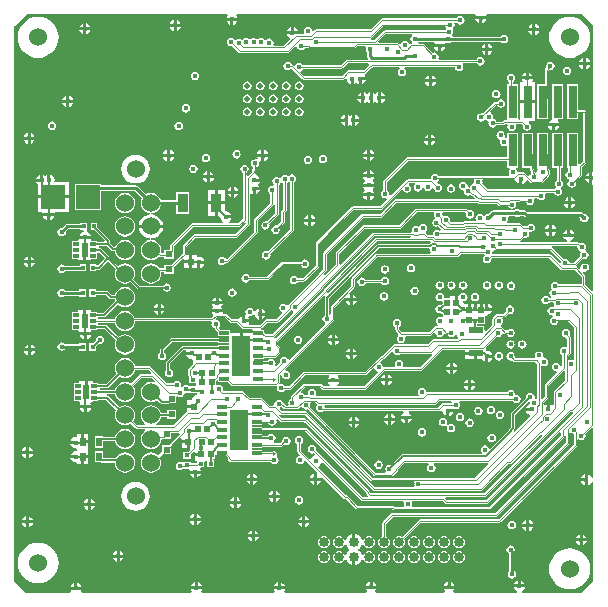
<source format=gbl>
G04*
G04 #@! TF.GenerationSoftware,Altium Limited,Altium Designer,19.0.4 (130)*
G04*
G04 Layer_Physical_Order=4*
G04 Layer_Color=16711680*
%FSLAX25Y25*%
%MOIN*%
G70*
G01*
G75*
%ADD13C,0.00787*%
%ADD15C,0.01000*%
%ADD16C,0.00700*%
%ADD18R,0.02913X0.10984*%
%ADD20R,0.02126X0.02126*%
%ADD21R,0.05118X0.01968*%
%ADD22R,0.02126X0.02126*%
%ADD24R,0.01575X0.01772*%
%ADD27R,0.01772X0.01575*%
G04:AMPARAMS|DCode=39|XSize=11.81mil|YSize=11.81mil|CornerRadius=5.91mil|HoleSize=0mil|Usage=FLASHONLY|Rotation=270.000|XOffset=0mil|YOffset=0mil|HoleType=Round|Shape=RoundedRectangle|*
%AMROUNDEDRECTD39*
21,1,0.01181,0.00000,0,0,270.0*
21,1,0.00000,0.01181,0,0,270.0*
1,1,0.01181,0.00000,0.00000*
1,1,0.01181,0.00000,0.00000*
1,1,0.01181,0.00000,0.00000*
1,1,0.01181,0.00000,0.00000*
%
%ADD39ROUNDEDRECTD39*%
%ADD73C,0.00400*%
%ADD75C,0.00500*%
%ADD77C,0.03347*%
%ADD78C,0.06000*%
%ADD79C,0.01772*%
%ADD80C,0.01968*%
%ADD90R,0.02362X0.02362*%
%ADD91R,0.03543X0.06496*%
%ADD92R,0.08268X0.08071*%
%ADD93R,0.02047X0.01260*%
%ADD94R,0.02402X0.04961*%
%ADD95R,0.01968X0.03150*%
%ADD96R,0.06299X0.13386*%
%ADD97R,0.03169X0.01181*%
G36*
X234252Y191000D02*
Y142433D01*
X233962Y142195D01*
Y140157D01*
Y138120D01*
X234252Y137882D01*
Y102670D01*
X233790Y102478D01*
X231600Y104669D01*
Y107480D01*
X231425Y107901D01*
X230798Y108528D01*
X231045Y108989D01*
X231398Y108918D01*
X231938Y109026D01*
X232397Y109332D01*
X232703Y109791D01*
X232811Y110331D01*
X232703Y110872D01*
X232397Y111331D01*
X231938Y111637D01*
X231398Y111744D01*
X230857Y111637D01*
X230399Y111331D01*
X230092Y110872D01*
X229985Y110331D01*
X230055Y109978D01*
X229594Y109732D01*
X228866Y110460D01*
X228748Y110509D01*
X228661Y111086D01*
X230823Y113249D01*
X231299Y113154D01*
X231840Y113261D01*
X232298Y113568D01*
X232605Y114026D01*
X232712Y114567D01*
X232605Y115108D01*
X232298Y115566D01*
X231840Y115872D01*
X231671Y116416D01*
X231719Y116487D01*
X231826Y117027D01*
X231719Y117568D01*
X231413Y118027D01*
X230954Y118333D01*
X230413Y118440D01*
X229937Y118346D01*
X229647Y118635D01*
X229226Y118810D01*
X226724D01*
X226674Y119310D01*
X226830Y119341D01*
X227453Y119757D01*
X227870Y120381D01*
X227917Y120617D01*
X224270D01*
X224317Y120381D01*
X224734Y119757D01*
X225358Y119341D01*
X225513Y119310D01*
X225464Y118810D01*
X209898D01*
X209842Y119287D01*
X210263Y119461D01*
X210941Y120139D01*
X211417Y120044D01*
X211958Y120151D01*
X212416Y120458D01*
X212723Y120916D01*
X212830Y121457D01*
X212738Y121918D01*
X212904Y122135D01*
X213121Y122301D01*
X213583Y122209D01*
X214123Y122317D01*
X214582Y122623D01*
X214888Y123081D01*
X214996Y123622D01*
X214888Y124163D01*
X214582Y124621D01*
X214123Y124927D01*
X213583Y125035D01*
X213042Y124927D01*
X212584Y124621D01*
X212314Y124217D01*
X210959D01*
X210229Y124947D01*
X209808Y125122D01*
X205772D01*
X205638Y125374D01*
X205574Y125622D01*
X205843Y126024D01*
X205950Y126565D01*
X205843Y127105D01*
X205824Y127133D01*
X206092Y127633D01*
X207812D01*
X207901Y127501D01*
X208359Y127195D01*
X208900Y127087D01*
X209441Y127195D01*
X209899Y127501D01*
X209988Y127633D01*
X210994D01*
X211287Y127340D01*
X211569Y127152D01*
X211900Y127086D01*
X229449D01*
X229887Y126800D01*
X229995Y126259D01*
X230301Y125801D01*
X230759Y125495D01*
X231300Y125387D01*
X231841Y125495D01*
X232299Y125801D01*
X232605Y126259D01*
X232713Y126800D01*
X232605Y127341D01*
X232299Y127799D01*
X231841Y128105D01*
X231300Y128213D01*
X231144Y128182D01*
X230760Y128566D01*
X230479Y128753D01*
X230147Y128819D01*
X212259D01*
X211966Y129113D01*
X211685Y129301D01*
X211353Y129367D01*
X209988D01*
X209899Y129499D01*
X209441Y129805D01*
X208900Y129913D01*
X208359Y129805D01*
X207901Y129499D01*
X207812Y129367D01*
X200855D01*
X200524Y129301D01*
X200243Y129113D01*
X199312Y128182D01*
X199155Y128213D01*
X198615Y128105D01*
X198156Y127799D01*
X198022Y127598D01*
X197428Y127587D01*
X197367Y127679D01*
X196909Y127985D01*
X196368Y128092D01*
X195827Y127985D01*
X195369Y127679D01*
X195062Y127220D01*
X194955Y126679D01*
X195037Y126267D01*
X194755Y125767D01*
X191168D01*
X190747Y125593D01*
X190660Y125505D01*
X186916D01*
X186579Y125886D01*
X186658Y126286D01*
X186551Y126826D01*
X186244Y127285D01*
X185786Y127591D01*
X185245Y127699D01*
X184704Y127591D01*
X184435Y127411D01*
X183985Y127712D01*
X183992Y127745D01*
X183894Y128235D01*
X183921Y128374D01*
X184114Y128735D01*
X191416D01*
X191788Y128303D01*
X191737Y128051D01*
X191845Y127510D01*
X192151Y127052D01*
X192610Y126746D01*
X193150Y126638D01*
X193691Y126746D01*
X194150Y127052D01*
X194456Y127510D01*
X194563Y128051D01*
X194456Y128592D01*
X194150Y129050D01*
X193691Y129357D01*
X193150Y129464D01*
X192674Y129369D01*
X192292Y129752D01*
X191871Y129926D01*
X175272D01*
X174851Y129752D01*
X169494Y124395D01*
X157700D01*
X157279Y124221D01*
X148579Y115521D01*
X148405Y115100D01*
Y111515D01*
X144806Y107917D01*
X144300Y108117D01*
X144296Y108254D01*
X145198Y109156D01*
X145372Y109577D01*
Y114722D01*
X157614Y126964D01*
X163400D01*
X163821Y127139D01*
X168500Y131818D01*
X195675D01*
X195702Y131791D01*
X196123Y131616D01*
X202089D01*
X202827Y130878D01*
X203248Y130704D01*
X205818D01*
X206087Y130300D01*
X206546Y129994D01*
X207087Y129886D01*
X207627Y129994D01*
X208086Y130300D01*
X208392Y130759D01*
X208500Y131299D01*
X208402Y131790D01*
X208429Y131929D01*
X208622Y132290D01*
X209224D01*
X209356Y132158D01*
X209777Y131983D01*
X211920D01*
X212190Y131580D01*
X212648Y131273D01*
X213189Y131166D01*
X213730Y131273D01*
X214188Y131580D01*
X214494Y132038D01*
X214602Y132579D01*
X214504Y133069D01*
X214531Y133208D01*
X214724Y133569D01*
X215653D01*
X215930Y133154D01*
X216388Y132848D01*
X216929Y132741D01*
X217470Y132848D01*
X217928Y133154D01*
X218234Y133613D01*
X218342Y134153D01*
X218245Y134644D01*
X218271Y134783D01*
X218464Y135144D01*
X221125D01*
X221135Y135089D01*
X221442Y134631D01*
X221900Y134325D01*
X222441Y134217D01*
X222982Y134325D01*
X223440Y134631D01*
X223746Y135089D01*
X223854Y135630D01*
X223746Y136171D01*
X223558Y136452D01*
X223463Y136675D01*
X223666Y137079D01*
X223832Y137190D01*
X224138Y137648D01*
X224246Y138189D01*
X224138Y138730D01*
X223832Y139188D01*
X223428Y139458D01*
Y143626D01*
X224247D01*
Y155310D01*
X220634D01*
Y143626D01*
X222237D01*
Y139458D01*
X221833Y139188D01*
X221527Y138730D01*
X221420Y138189D01*
X221527Y137648D01*
X221715Y137367D01*
X221811Y137144D01*
X221607Y136740D01*
X221442Y136629D01*
X221245Y136335D01*
X199153D01*
X197283Y138205D01*
X197378Y138681D01*
X197280Y139172D01*
X197307Y139311D01*
X197500Y139672D01*
X207825D01*
X207867Y139689D01*
X208308Y139453D01*
X208372Y139133D01*
X208788Y138509D01*
X209412Y138093D01*
X209648Y138046D01*
Y139869D01*
X210648D01*
Y138046D01*
X210884Y138093D01*
X211508Y138509D01*
X211925Y139133D01*
X211953Y139277D01*
X212432Y139422D01*
X213303Y138551D01*
X213724Y138377D01*
X216827D01*
X217248Y138551D01*
X219614Y140918D01*
X219788Y141339D01*
Y142617D01*
X219614Y143038D01*
X219293Y143359D01*
Y148212D01*
X219247Y148321D01*
Y155310D01*
X215634D01*
Y143626D01*
X215634D01*
X215841Y143126D01*
X215665Y142862D01*
X215519Y142133D01*
X215428Y142082D01*
X215230Y141985D01*
X215042Y141957D01*
X214622Y142377D01*
Y142783D01*
X214448Y143204D01*
X214293Y143359D01*
Y148212D01*
X214247Y148321D01*
Y155310D01*
X210634D01*
Y143626D01*
X213102D01*
Y143112D01*
X213277Y142691D01*
X213431Y142536D01*
Y142130D01*
X213606Y141709D01*
X213606Y141707D01*
X213381Y141557D01*
X213104Y141141D01*
X212986Y141062D01*
X212595Y140943D01*
X211662Y141876D01*
X211241Y142050D01*
X209340D01*
X208983Y142106D01*
X208781Y142495D01*
X208746Y142667D01*
X208440Y143125D01*
X208438Y143126D01*
X208590Y143626D01*
X209247D01*
Y155310D01*
X207328D01*
X207279Y155810D01*
X207371Y155829D01*
X207627Y155880D01*
X208086Y156186D01*
X208392Y156644D01*
X208500Y157185D01*
X208402Y157676D01*
X208429Y157815D01*
X208622Y158176D01*
X210372D01*
X210788Y157760D01*
X210693Y157283D01*
X210801Y156743D01*
X211107Y156284D01*
X211566Y155978D01*
X212106Y155870D01*
X212647Y155978D01*
X213105Y156284D01*
X213412Y156743D01*
X213519Y157283D01*
X213412Y157824D01*
X213105Y158283D01*
X212780Y158500D01*
X212931Y159000D01*
X214897D01*
Y164992D01*
X212441D01*
X209984D01*
Y159673D01*
X209712Y159565D01*
X209306Y159828D01*
X209247Y159888D01*
Y171334D01*
X207387D01*
Y172255D01*
X207790Y172524D01*
X208097Y172983D01*
X208204Y173524D01*
X208097Y174064D01*
X207790Y174523D01*
X207332Y174829D01*
X206791Y174937D01*
X206251Y174829D01*
X205792Y174523D01*
X205486Y174064D01*
X205378Y173524D01*
X205486Y172983D01*
X205792Y172524D01*
X206196Y172255D01*
Y171334D01*
X205634D01*
Y159866D01*
X205634Y159650D01*
X205252Y159366D01*
X204605D01*
X204184Y159192D01*
X203962Y158969D01*
X201968D01*
X201698Y159373D01*
X201270Y159659D01*
X200891Y159991D01*
X200998Y160531D01*
X200891Y161072D01*
X200584Y161531D01*
X200126Y161837D01*
X200021Y161858D01*
X199856Y162400D01*
X201806Y164350D01*
X202303Y164322D01*
X202544Y163962D01*
X203003Y163655D01*
X203543Y163548D01*
X204084Y163655D01*
X204542Y163962D01*
X204849Y164420D01*
X204956Y164961D01*
X204849Y165501D01*
X204542Y165960D01*
X204084Y166266D01*
X203543Y166374D01*
X203003Y166266D01*
X202544Y165960D01*
X202274Y165556D01*
X201575D01*
X201154Y165382D01*
X197425Y161653D01*
X196949Y161748D01*
X196408Y161640D01*
X195950Y161334D01*
X195643Y160875D01*
X195536Y160335D01*
X195643Y159794D01*
X195950Y159335D01*
X196408Y159029D01*
X196949Y158922D01*
X197490Y159029D01*
X197948Y159335D01*
X198032Y159461D01*
X198586Y159532D01*
X199014Y159247D01*
X199393Y158915D01*
X199286Y158374D01*
X199393Y157833D01*
X199700Y157375D01*
X200158Y157069D01*
X200699Y156961D01*
X201239Y157069D01*
X201698Y157375D01*
X201968Y157779D01*
X204208D01*
X204629Y157953D01*
X204852Y158176D01*
X205551D01*
X205744Y157815D01*
X205771Y157676D01*
X205674Y157185D01*
X205781Y156644D01*
X206087Y156186D01*
X206546Y155880D01*
X206802Y155829D01*
X206894Y155810D01*
X206845Y155310D01*
X205634D01*
Y153806D01*
X205134Y153539D01*
X205078Y153577D01*
X205049Y153583D01*
X204652Y153888D01*
X204699Y154123D01*
X204759Y154429D01*
X204652Y154970D01*
X204346Y155428D01*
X203887Y155735D01*
X203346Y155842D01*
X202806Y155735D01*
X202347Y155428D01*
X202041Y154970D01*
X201934Y154429D01*
X202041Y153888D01*
X202347Y153430D01*
X202806Y153124D01*
X202835Y153118D01*
X203232Y152812D01*
X203185Y152577D01*
X203125Y152271D01*
X203232Y151731D01*
X203538Y151272D01*
X203997Y150966D01*
X204538Y150858D01*
X205078Y150966D01*
X205134Y151003D01*
X205634Y150736D01*
Y147150D01*
X172244D01*
X171823Y146976D01*
X164441Y139594D01*
X164267Y139173D01*
Y136210D01*
X163863Y135940D01*
X163557Y135482D01*
X163449Y134941D01*
X163557Y134400D01*
X163863Y133942D01*
X164321Y133635D01*
X164862Y133528D01*
X164873Y133530D01*
X165432Y133132D01*
X165447Y133021D01*
X163190Y130764D01*
X154333D01*
X153912Y130590D01*
X141979Y118657D01*
X141805Y118236D01*
Y111151D01*
X137357Y106703D01*
X135724D01*
X135454Y107107D01*
X134996Y107413D01*
X134455Y107520D01*
X133915Y107413D01*
X133456Y107107D01*
X133150Y106648D01*
X133042Y106107D01*
X133150Y105567D01*
X133456Y105108D01*
X133915Y104802D01*
X134455Y104695D01*
X134996Y104802D01*
X135454Y105108D01*
X135724Y105512D01*
X137604D01*
X138024Y105687D01*
X142821Y110483D01*
X142995Y110904D01*
Y117990D01*
X154579Y129574D01*
X163436D01*
X163857Y129748D01*
X170358Y136248D01*
X170766Y136125D01*
X170865Y136048D01*
X171147Y135626D01*
X171605Y135320D01*
X172146Y135212D01*
X172686Y135320D01*
X173145Y135626D01*
X173451Y136084D01*
X173559Y136625D01*
X173451Y137166D01*
X173145Y137624D01*
X172940Y137761D01*
X172813Y138359D01*
X172985Y138578D01*
X174741D01*
X174893Y138078D01*
X174797Y138014D01*
X174491Y137555D01*
X174383Y137015D01*
X174491Y136474D01*
X174797Y136015D01*
X175255Y135709D01*
X175796Y135602D01*
X176337Y135709D01*
X176795Y136015D01*
X177101Y136474D01*
X177185Y136893D01*
X177695D01*
X177739Y136671D01*
X178045Y136212D01*
X178503Y135906D01*
X179044Y135799D01*
X179585Y135906D01*
X180043Y136212D01*
X180350Y136671D01*
X180387Y136860D01*
X180939Y137073D01*
X180993Y137033D01*
X180969Y136909D01*
X181077Y136369D01*
X181383Y135910D01*
X181841Y135604D01*
X182382Y135496D01*
X182923Y135604D01*
X183381Y135910D01*
X183687Y136369D01*
X183795Y136909D01*
X183687Y137450D01*
X183381Y137909D01*
X182923Y138215D01*
X182382Y138322D01*
X182304Y138409D01*
X182300Y138418D01*
X182410Y139036D01*
X182594Y139158D01*
X182900Y139617D01*
X182911Y139672D01*
X194429D01*
X194622Y139311D01*
X194649Y139172D01*
X194552Y138681D01*
X194149Y138142D01*
X194055Y138123D01*
X193597Y137817D01*
X193291Y137358D01*
X193228Y137041D01*
X193071Y136976D01*
X192719Y137046D01*
X192531Y137083D01*
X192350Y137557D01*
X192358Y137598D01*
X192250Y138139D01*
X191944Y138598D01*
X191486Y138904D01*
X190945Y139011D01*
X190404Y138904D01*
X189946Y138598D01*
X189639Y138139D01*
X189532Y137598D01*
X189639Y137058D01*
X189946Y136599D01*
X190404Y136293D01*
X190757Y136223D01*
X190945Y136185D01*
X191126Y135712D01*
X191118Y135670D01*
X191225Y135130D01*
X191532Y134671D01*
X191990Y134365D01*
X192531Y134257D01*
X193071Y134365D01*
X193248Y134483D01*
X193290Y134440D01*
X193711Y134266D01*
X194063D01*
X194859Y133471D01*
X194667Y133009D01*
X168254D01*
X167833Y132834D01*
X163153Y128155D01*
X157368D01*
X156947Y127981D01*
X144356Y115390D01*
X144181Y114969D01*
Y109823D01*
X143073Y108715D01*
X142899Y108294D01*
Y108252D01*
X132755Y98108D01*
X132619Y97780D01*
X132308Y97686D01*
X132080Y97686D01*
X132009Y97793D01*
X131551Y98099D01*
X131010Y98207D01*
X130469Y98099D01*
X130011Y97793D01*
X129704Y97334D01*
X129597Y96794D01*
X129704Y96253D01*
X130011Y95795D01*
X130427Y95517D01*
X130506Y95399D01*
X130625Y95008D01*
X128732Y93115D01*
X125295D01*
X124874Y92941D01*
X123080Y91146D01*
X119668D01*
X119401Y91646D01*
X119493Y91784D01*
X119540Y92020D01*
X117717D01*
Y92520D01*
X117217D01*
Y94343D01*
X116981Y94296D01*
X116357Y93879D01*
X115940Y93256D01*
X115588Y93068D01*
X115474Y93115D01*
X113632D01*
X112071Y94677D01*
X111650Y94851D01*
X111003D01*
X110679Y95351D01*
X110682Y95366D01*
X107035D01*
X107082Y95130D01*
X107499Y94507D01*
X107542Y94068D01*
X107053Y93580D01*
X81336D01*
X81076Y94209D01*
X80539Y94909D01*
X79839Y95446D01*
X79024Y95784D01*
X78149Y95899D01*
X77275Y95784D01*
X76460Y95446D01*
X75760Y94909D01*
X75223Y94209D01*
X74886Y93394D01*
X74849Y93115D01*
X69294D01*
X69047Y93578D01*
X69238Y93774D01*
X71260D01*
X71533Y93829D01*
X71764Y93984D01*
X75775Y97993D01*
X76460Y97467D01*
X77275Y97130D01*
X78149Y97015D01*
X79024Y97130D01*
X79839Y97467D01*
X80539Y98004D01*
X81076Y98704D01*
X81413Y99519D01*
X81528Y100394D01*
X81413Y101268D01*
X81076Y102083D01*
X80539Y102783D01*
X79839Y103320D01*
X79024Y103657D01*
X78149Y103773D01*
X77275Y103657D01*
X76460Y103320D01*
X75760Y102783D01*
X75223Y102083D01*
X74886Y101268D01*
X74865Y101107D01*
X73918D01*
X72749Y102276D01*
X72517Y102431D01*
X72244Y102485D01*
X68559D01*
Y103007D01*
X66284D01*
Y100536D01*
X68559D01*
Y101058D01*
X71948D01*
X73117Y99889D01*
X73349Y99734D01*
X73622Y99680D01*
X74858D01*
X74869Y99645D01*
X74886Y99519D01*
X74978Y99296D01*
X74997Y99235D01*
X70964Y95202D01*
X68814D01*
Y95468D01*
X66925D01*
Y96000D01*
X65224D01*
Y92520D01*
X64224D01*
Y96000D01*
X62524D01*
Y95468D01*
X60634D01*
Y94000D01*
X60634Y93508D01*
X60634D01*
Y93500D01*
X60634D01*
Y92031D01*
X60634Y91540D01*
X60634D01*
Y91531D01*
X60634D01*
Y89571D01*
X62524D01*
Y89039D01*
X62705D01*
X62987Y88689D01*
X66847D01*
X66925Y89039D01*
X66925D01*
X66925Y89039D01*
Y89571D01*
X68814D01*
Y89837D01*
X71358D01*
X75117Y86078D01*
X74886Y85520D01*
X74771Y84646D01*
X74886Y83771D01*
X75223Y82956D01*
X75760Y82256D01*
X76460Y81719D01*
X77275Y81382D01*
X78149Y81267D01*
X79024Y81382D01*
X79839Y81719D01*
X80539Y82256D01*
X81076Y82956D01*
X81413Y83771D01*
X81528Y84646D01*
X81413Y85520D01*
X81076Y86335D01*
X80539Y87035D01*
X79839Y87572D01*
X79024Y87910D01*
X78149Y88025D01*
X77275Y87910D01*
X76460Y87572D01*
X75997Y87217D01*
X72158Y91056D01*
X71927Y91211D01*
X71653Y91265D01*
X69238D01*
X69047Y91461D01*
X69294Y91924D01*
X74849D01*
X74886Y91645D01*
X75223Y90830D01*
X75760Y90130D01*
X76460Y89593D01*
X77275Y89256D01*
X78149Y89141D01*
X79024Y89256D01*
X79839Y89593D01*
X80539Y90130D01*
X81076Y90830D01*
X81413Y91645D01*
X81511Y92389D01*
X106798D01*
X107071Y91981D01*
X107089Y91889D01*
X106992Y91399D01*
X107099Y90858D01*
X107405Y90399D01*
X107864Y90093D01*
X108112Y90044D01*
X108246Y89721D01*
X109286Y88681D01*
Y87642D01*
X112789D01*
Y86964D01*
X109286D01*
Y86673D01*
X93524D01*
X93064Y86483D01*
X90041Y83459D01*
X89851Y83000D01*
Y82037D01*
X89562Y81844D01*
X89255Y81385D01*
X89148Y80845D01*
X89255Y80304D01*
X89562Y79846D01*
X90020Y79539D01*
X90561Y79432D01*
X91102Y79539D01*
X91560Y79846D01*
X91866Y80304D01*
X91974Y80845D01*
X91866Y81385D01*
X91560Y81844D01*
X91149Y82118D01*
Y82731D01*
X93793Y85374D01*
X109286D01*
Y85083D01*
X112789D01*
Y84405D01*
X109286D01*
Y84155D01*
X97374D01*
X96915Y83965D01*
X92041Y79091D01*
X91851Y78632D01*
Y75990D01*
X91608Y75627D01*
X91500Y75087D01*
X91608Y74546D01*
X91914Y74088D01*
X92373Y73781D01*
X92913Y73674D01*
X93454Y73781D01*
X93913Y74088D01*
X94219Y74546D01*
X94326Y75087D01*
X94219Y75627D01*
X93913Y76086D01*
X93454Y76392D01*
X93149Y76453D01*
Y78363D01*
X97643Y82857D01*
X98389D01*
X98435Y82769D01*
X98603Y82356D01*
X98570Y82193D01*
X100394D01*
Y81193D01*
X98570D01*
X98617Y80957D01*
X99034Y80333D01*
X99658Y79917D01*
X100394Y79770D01*
X100693Y79525D01*
Y78437D01*
X100693D01*
X100824Y78120D01*
X99371Y76667D01*
X99197Y76246D01*
Y74540D01*
X99371Y74119D01*
X99506Y73984D01*
Y73520D01*
X99552Y73411D01*
Y71796D01*
X101874D01*
Y70724D01*
X99640D01*
X99194Y71022D01*
X98654Y71130D01*
X98113Y71022D01*
X97654Y70716D01*
X97408Y70347D01*
X97196Y70360D01*
X97086Y70450D01*
X96889Y70683D01*
X96984Y71161D01*
X96876Y71702D01*
X96570Y72161D01*
X96112Y72467D01*
X95571Y72574D01*
X95030Y72467D01*
X94572Y72161D01*
X94302Y71757D01*
X92176D01*
X86740Y77193D01*
X86319Y77367D01*
X81450D01*
X81413Y77646D01*
X81076Y78461D01*
X80539Y79161D01*
X79839Y79698D01*
X79024Y80035D01*
X78149Y80151D01*
X77275Y80035D01*
X76460Y79698D01*
X75760Y79161D01*
X75223Y78461D01*
X74886Y77646D01*
X74771Y76772D01*
X74886Y75897D01*
X75223Y75082D01*
X75322Y74954D01*
X71948Y71580D01*
X69287D01*
Y71846D01*
X67398D01*
Y72378D01*
X65697D01*
Y68898D01*
X64697D01*
Y72378D01*
X62996D01*
Y71846D01*
X61107D01*
Y70378D01*
X61107Y69886D01*
X61107D01*
Y69877D01*
X61107D01*
Y68409D01*
X61107Y67918D01*
X61107D01*
Y67909D01*
X61107D01*
Y65949D01*
X62996D01*
Y65417D01*
X63054D01*
X63321Y64917D01*
X63184Y64712D01*
X63137Y64476D01*
X66784D01*
X66737Y64712D01*
X66600Y64917D01*
X66867Y65417D01*
X67398D01*
Y65949D01*
X69287D01*
Y66171D01*
X71930D01*
X75295Y62806D01*
X75223Y62713D01*
X74886Y61898D01*
X74771Y61024D01*
X74886Y60149D01*
X75223Y59334D01*
X75760Y58634D01*
X76460Y58097D01*
X77275Y57760D01*
X78149Y57645D01*
X79024Y57760D01*
X79839Y58097D01*
X80062Y58269D01*
X81666Y56666D01*
X82086Y56491D01*
X84884D01*
X84890Y56480D01*
X85011Y55991D01*
X84422Y55539D01*
X83885Y54839D01*
X83547Y54024D01*
X83432Y53150D01*
X83547Y52275D01*
X83885Y51460D01*
X84422Y50760D01*
X85122Y50223D01*
X85936Y49886D01*
X86811Y49771D01*
X87686Y49886D01*
X88500Y50223D01*
X89200Y50760D01*
X89737Y51460D01*
X90075Y52275D01*
X90149Y52837D01*
X90479Y53175D01*
X90680Y53193D01*
X93558D01*
Y55110D01*
X95847D01*
X96077Y55206D01*
X96361Y54782D01*
X92716Y51137D01*
X90496D01*
Y48917D01*
X89241Y47662D01*
X89200Y47665D01*
X88500Y48202D01*
X87686Y48539D01*
X86811Y48654D01*
X85936Y48539D01*
X85122Y48202D01*
X84422Y47665D01*
X83885Y46965D01*
X83547Y46150D01*
X83432Y45276D01*
X83547Y44401D01*
X83885Y43586D01*
X84422Y42886D01*
X85122Y42349D01*
X85936Y42012D01*
X86811Y41897D01*
X87686Y42012D01*
X88500Y42349D01*
X89200Y42886D01*
X89737Y43586D01*
X90075Y44401D01*
X90190Y45276D01*
X90075Y46150D01*
X89881Y46618D01*
X91338Y48075D01*
X93558D01*
Y50295D01*
X96668Y53405D01*
X97130Y53214D01*
Y52665D01*
X99311D01*
Y52165D01*
X99811D01*
Y49644D01*
X99862Y49522D01*
X99213Y48874D01*
X97583D01*
Y46599D01*
X100055D01*
Y48032D01*
X101018Y48995D01*
X101480Y48804D01*
Y48531D01*
X103543D01*
Y47532D01*
X101480D01*
Y45968D01*
X102307D01*
Y45275D01*
X102017Y44985D01*
X100055D01*
Y45527D01*
X97583D01*
Y45527D01*
X97083Y45343D01*
X96997Y45400D01*
X96457Y45507D01*
X95916Y45400D01*
X95458Y45094D01*
X95151Y44635D01*
X95044Y44094D01*
X95151Y43554D01*
X95458Y43095D01*
X95916Y42789D01*
X96457Y42682D01*
X96997Y42789D01*
X97456Y43095D01*
X97530Y43207D01*
X98002Y43252D01*
X99458D01*
X99580Y43112D01*
X99777Y42752D01*
X99752Y42626D01*
X103398D01*
X103351Y42862D01*
X103161Y43146D01*
X103428Y43646D01*
X104582D01*
Y45615D01*
X104936Y45968D01*
X105606Y45968D01*
X105654Y45488D01*
Y43646D01*
X107929D01*
Y46118D01*
X107392D01*
Y46619D01*
X108106D01*
Y48085D01*
X108177Y48132D01*
X108677Y47865D01*
Y47682D01*
X111704D01*
X112405Y46981D01*
Y46654D01*
X112579Y46233D01*
X113170Y45642D01*
X113591Y45468D01*
X126731D01*
X127001Y45064D01*
X127459Y44758D01*
X128000Y44650D01*
X128541Y44758D01*
X128999Y45064D01*
X129305Y45522D01*
X129413Y46063D01*
X129305Y46604D01*
X128999Y47062D01*
X128862Y47154D01*
X128832Y47194D01*
X128738Y47800D01*
X128779Y47861D01*
X128852Y48228D01*
X128779Y48595D01*
X128571Y48906D01*
X128260Y49114D01*
X127893Y49187D01*
X127526Y49114D01*
X127314Y48973D01*
X123982D01*
Y49563D01*
X120479D01*
Y50241D01*
X123982D01*
Y50586D01*
X130020D01*
X130441Y50760D01*
X131109Y51429D01*
X131459Y51195D01*
X132000Y51087D01*
X132541Y51195D01*
X132999Y51501D01*
X133305Y51959D01*
X133413Y52500D01*
X133305Y53041D01*
X132999Y53499D01*
X132541Y53805D01*
X132000Y53913D01*
X131459Y53805D01*
X131001Y53499D01*
X130695Y53041D01*
X130610Y52613D01*
X129773Y51777D01*
X127936D01*
X127857Y51874D01*
X127958Y52543D01*
X127960Y52544D01*
X128266Y53003D01*
X128374Y53543D01*
X128266Y54084D01*
X127960Y54542D01*
X127501Y54849D01*
X126961Y54956D01*
X126420Y54849D01*
X125961Y54542D01*
X125794Y54291D01*
X123982D01*
Y54681D01*
X120479D01*
Y55359D01*
X123982D01*
Y55704D01*
X138144D01*
X158568Y35280D01*
Y35036D01*
X158743Y34615D01*
X159181Y34177D01*
X158974Y33677D01*
X157421D01*
X141892Y49206D01*
X141987Y49682D01*
X141879Y50223D01*
X141573Y50681D01*
X141114Y50988D01*
X140574Y51095D01*
X140033Y50988D01*
X139575Y50681D01*
X139268Y50223D01*
X139161Y49682D01*
X139268Y49142D01*
X139575Y48683D01*
X140033Y48377D01*
X140574Y48269D01*
X141024Y48359D01*
X141355Y48014D01*
X141218Y47569D01*
X141095Y47544D01*
X140471Y47127D01*
X140145Y46640D01*
X139582Y46496D01*
X136816Y49262D01*
Y51461D01*
X137258Y51757D01*
X137564Y52215D01*
X137672Y52756D01*
X137564Y53297D01*
X137258Y53755D01*
X136800Y54061D01*
X136259Y54169D01*
X135718Y54061D01*
X135260Y53755D01*
X134953Y53297D01*
X134846Y52756D01*
X134953Y52215D01*
X135260Y51757D01*
X135625Y51513D01*
Y49016D01*
X135800Y48595D01*
X136443Y47952D01*
X136278Y47409D01*
X136074Y47368D01*
X135615Y47062D01*
X135309Y46604D01*
X135201Y46063D01*
X135309Y45522D01*
X135615Y45064D01*
X136074Y44758D01*
X136614Y44650D01*
X137155Y44758D01*
X137613Y45064D01*
X137920Y45522D01*
X137960Y45727D01*
X138503Y45891D01*
X142329Y42066D01*
X142172Y41773D01*
Y40264D01*
X143682D01*
X143974Y40420D01*
X151089Y33305D01*
X151510Y33131D01*
X151845D01*
X155097Y29879D01*
X155518Y29705D01*
X167253D01*
X167469Y29489D01*
X167890Y29315D01*
X199723D01*
X200144Y29489D01*
X210977Y40322D01*
X211296Y40454D01*
X224446Y53604D01*
X224620Y54025D01*
X225105Y53987D01*
Y51947D01*
X201653Y28495D01*
X167300D01*
X166879Y28321D01*
X164067Y25509D01*
X163893Y25088D01*
Y20724D01*
X163699Y20685D01*
X163030Y20238D01*
X162582Y19569D01*
X162425Y18779D01*
X162582Y17990D01*
X163030Y17321D01*
X163699Y16874D01*
X164488Y16717D01*
X165278Y16874D01*
X165947Y17321D01*
X166394Y17990D01*
X166551Y18779D01*
X166394Y19569D01*
X165947Y20238D01*
X165278Y20685D01*
X165084Y20724D01*
Y24842D01*
X167547Y27305D01*
X201900D01*
X202321Y27479D01*
X226121Y51279D01*
X226295Y51700D01*
Y55110D01*
X226645Y55253D01*
X226795Y55285D01*
X227226Y54997D01*
X227751Y54892D01*
Y51526D01*
X202706Y26481D01*
X176594D01*
X176173Y26307D01*
X170442Y20575D01*
X170278Y20685D01*
X169488Y20842D01*
X168699Y20685D01*
X168029Y20238D01*
X167582Y19569D01*
X167425Y18779D01*
X167582Y17990D01*
X168029Y17321D01*
X168699Y16874D01*
X169488Y16717D01*
X170278Y16874D01*
X170947Y17321D01*
X171394Y17990D01*
X171551Y18779D01*
X171394Y19569D01*
X171284Y19734D01*
X176841Y25291D01*
X202953D01*
X203374Y25465D01*
X228767Y50859D01*
X228942Y51279D01*
Y52938D01*
X229046Y53018D01*
X229442Y53159D01*
X229785Y52930D01*
X230326Y52822D01*
X230867Y52930D01*
X231325Y53236D01*
X231632Y53694D01*
X231739Y54235D01*
X231644Y54711D01*
X233790Y56857D01*
X234252Y56665D01*
Y40287D01*
X233752Y40238D01*
X233733Y40336D01*
X233316Y40960D01*
X232692Y41376D01*
X232456Y41423D01*
Y39600D01*
Y37777D01*
X232692Y37824D01*
X233316Y38240D01*
X233733Y38864D01*
X233752Y38962D01*
X234252Y38913D01*
Y5807D01*
X230413Y1969D01*
X210486D01*
X210410Y2200D01*
X210403Y2468D01*
X210960Y2840D01*
X211376Y3464D01*
X211423Y3700D01*
X207777D01*
X207824Y3464D01*
X208240Y2840D01*
X208797Y2468D01*
X208790Y2200D01*
X208714Y1969D01*
X187753D01*
X187611Y2315D01*
X187578Y2468D01*
X187976Y3064D01*
X188023Y3300D01*
X184377D01*
X184424Y3064D01*
X184822Y2468D01*
X184789Y2315D01*
X184647Y1969D01*
X161753D01*
X161611Y2315D01*
X161578Y2468D01*
X161976Y3064D01*
X162023Y3300D01*
X158377D01*
X158424Y3064D01*
X158822Y2468D01*
X158789Y2315D01*
X158647Y1969D01*
X131379D01*
X131112Y2468D01*
X131376Y2864D01*
X131423Y3100D01*
X127777D01*
X127824Y2864D01*
X128088Y2468D01*
X127821Y1969D01*
X103779D01*
X103512Y2468D01*
X103776Y2864D01*
X103823Y3100D01*
X100177D01*
X100224Y2864D01*
X100488Y2468D01*
X100221Y1969D01*
X63713D01*
X63446Y2468D01*
X63576Y2664D01*
X63623Y2900D01*
X59977D01*
X60024Y2664D01*
X60154Y2468D01*
X59887Y1969D01*
X45276D01*
X41339Y5906D01*
Y190945D01*
X41663D01*
X45600Y194882D01*
X112231D01*
X112370Y194576D01*
X112415Y194382D01*
X112024Y193797D01*
X111977Y193561D01*
X115623D01*
X115576Y193797D01*
X115185Y194382D01*
X115230Y194576D01*
X115369Y194882D01*
X194854D01*
X195121Y194382D01*
X195024Y194236D01*
X194977Y194000D01*
X198623D01*
X198576Y194236D01*
X198479Y194382D01*
X198746Y194882D01*
X230370D01*
X234252Y191000D01*
D02*
G37*
G36*
X205634Y143626D02*
X206292D01*
X206444Y143126D01*
X206442Y143125D01*
X206136Y142667D01*
X206028Y142126D01*
X206136Y141585D01*
X206284Y141362D01*
X206017Y140862D01*
X182790D01*
X182594Y141157D01*
X182135Y141463D01*
X181595Y141570D01*
X181054Y141463D01*
X180595Y141157D01*
X180289Y140698D01*
X180182Y140157D01*
X179749Y139769D01*
X172441D01*
X172020Y139594D01*
X166782Y134356D01*
X166672Y134371D01*
X166273Y134930D01*
X166275Y134941D01*
X166168Y135482D01*
X165861Y135940D01*
X165457Y136210D01*
Y138927D01*
X172491Y145960D01*
X205634D01*
Y143626D01*
D02*
G37*
G36*
X181237Y128374D02*
X181263Y128235D01*
X181166Y127745D01*
X181273Y127204D01*
X181349Y127091D01*
X181441Y126631D01*
X181222Y126450D01*
X180989Y126294D01*
X180683Y125836D01*
X180575Y125295D01*
X180683Y124755D01*
X180989Y124296D01*
X181448Y123990D01*
X181988Y123882D01*
X182529Y123990D01*
X182551Y124004D01*
X183449Y123106D01*
X183275Y122573D01*
X183203Y122562D01*
X183169Y122576D01*
X182735Y122866D01*
X182194Y122974D01*
X181653Y122866D01*
X181195Y122560D01*
X180888Y122102D01*
X180781Y121561D01*
X180784Y121545D01*
X180467Y121159D01*
X178938D01*
X178346Y121751D01*
X178374Y122368D01*
X178377Y122373D01*
X178457Y122426D01*
X178763Y122885D01*
X178870Y123425D01*
X178763Y123966D01*
X178457Y124424D01*
X177998Y124731D01*
X177457Y124838D01*
X176917Y124731D01*
X176458Y124424D01*
X176152Y123966D01*
X175655Y124028D01*
X175639Y124039D01*
X175098Y124146D01*
X174558Y124039D01*
X174099Y123732D01*
X173793Y123274D01*
X173686Y122733D01*
X173740Y122459D01*
X173394Y121959D01*
X161036D01*
X160615Y121784D01*
X150093Y111263D01*
X149595Y111472D01*
Y114853D01*
X157947Y123205D01*
X169741D01*
X170162Y123379D01*
X175518Y128735D01*
X181044D01*
X181237Y128374D01*
D02*
G37*
G36*
X229022Y117137D02*
X229000Y117027D01*
X229108Y116487D01*
X229414Y116028D01*
X229873Y115722D01*
X230041Y115179D01*
X229994Y115108D01*
X229886Y114567D01*
X229981Y114091D01*
X227799Y111909D01*
X226394D01*
X226305Y112352D01*
X225999Y112810D01*
X225541Y113116D01*
X225000Y113224D01*
X224524Y113129D01*
X220603Y117050D01*
X220435Y117119D01*
X220535Y117619D01*
X228617D01*
X229022Y117137D01*
D02*
G37*
G36*
X201854Y116033D02*
X219936D01*
X223604Y112365D01*
X223524Y111881D01*
X223077Y111722D01*
X220204Y114594D01*
X219783Y114769D01*
X200967D01*
X200578Y115269D01*
X200615Y115453D01*
X200611Y115475D01*
X200954Y115943D01*
X201329Y116018D01*
X201544Y116162D01*
X201854Y116033D01*
D02*
G37*
G36*
X198203Y114454D02*
Y114345D01*
X197829Y114095D01*
X197523Y113637D01*
X197416Y113096D01*
X197523Y112555D01*
X197829Y112097D01*
X198288Y111791D01*
X198829Y111683D01*
X199369Y111791D01*
X199828Y112097D01*
X200134Y112555D01*
X200242Y113096D01*
X200230Y113153D01*
X200597Y113578D01*
X219537D01*
X223496Y109618D01*
X223917Y109444D01*
X228198D01*
X230409Y107233D01*
Y104989D01*
X230020Y104729D01*
X222726D01*
X222456Y105133D01*
X221997Y105439D01*
X221457Y105547D01*
X220916Y105439D01*
X220458Y105133D01*
X220151Y104675D01*
X220044Y104134D01*
X220151Y103593D01*
X220458Y103135D01*
X220121Y102807D01*
X220075Y102776D01*
X219768Y102317D01*
X219661Y101777D01*
X219768Y101236D01*
X220075Y100777D01*
X220328Y100608D01*
X220177Y100108D01*
X219685D01*
X219415Y100512D01*
X218957Y100818D01*
X218416Y100926D01*
X217876Y100818D01*
X217417Y100512D01*
X217111Y100053D01*
X217003Y99513D01*
X217111Y98972D01*
X217417Y98514D01*
X217876Y98207D01*
X218416Y98100D01*
X218957Y98207D01*
X219415Y98514D01*
X219685Y98917D01*
X220734D01*
X221144Y98417D01*
X221126Y98327D01*
X221234Y97786D01*
X221325Y97650D01*
X221270Y97547D01*
X220925Y97176D01*
X220385Y97284D01*
X219844Y97176D01*
X219386Y96870D01*
X219079Y96412D01*
X218972Y95871D01*
X219079Y95330D01*
X219386Y94872D01*
X219844Y94565D01*
X220385Y94458D01*
X220732Y94048D01*
X220751Y93881D01*
X220720Y93826D01*
X220720Y93826D01*
X220261Y93519D01*
X219955Y93061D01*
X219847Y92520D01*
X219955Y91979D01*
X220261Y91521D01*
X220720Y91215D01*
X221260Y91107D01*
X221801Y91215D01*
X222259Y91521D01*
X222566Y91979D01*
X222633Y92318D01*
X225836D01*
X227970Y90184D01*
Y79590D01*
X227609Y79397D01*
X227470Y79370D01*
X226980Y79468D01*
X226489Y79370D01*
X226350Y79397D01*
X225989Y79590D01*
Y80778D01*
X226515Y81304D01*
X226689Y81725D01*
Y87162D01*
X226515Y87583D01*
X226414Y87683D01*
X226522Y87845D01*
X226629Y88386D01*
X226522Y88927D01*
X226216Y89385D01*
X225757Y89691D01*
X225217Y89799D01*
X224676Y89691D01*
X224217Y89385D01*
X223911Y88927D01*
X223804Y88386D01*
X223911Y87845D01*
X224217Y87387D01*
X224676Y87080D01*
X225217Y86973D01*
X225498Y86519D01*
Y83917D01*
X225137Y83724D01*
X224998Y83697D01*
X224508Y83795D01*
X223967Y83687D01*
X223509Y83381D01*
X223202Y82923D01*
X223095Y82382D01*
X223202Y81841D01*
X223509Y81383D01*
X223898Y81122D01*
Y77607D01*
X223821Y77519D01*
X223602Y77536D01*
X223260Y77773D01*
X223254Y77804D01*
X222948Y78263D01*
X222490Y78569D01*
X221949Y78677D01*
X221408Y78569D01*
X220950Y78263D01*
X220643Y77804D01*
X220536Y77264D01*
X220643Y76723D01*
X220950Y76265D01*
X221408Y75958D01*
X221894Y75862D01*
X222011Y75669D01*
X222114Y75374D01*
X218277Y71537D01*
X218102Y71116D01*
Y67468D01*
X217182Y66548D01*
X216721Y66740D01*
Y77320D01*
X217220Y77587D01*
X217359Y77495D01*
X217900Y77387D01*
X218441Y77495D01*
X218899Y77801D01*
X219205Y78259D01*
X219313Y78800D01*
X219205Y79341D01*
X218899Y79799D01*
X218441Y80105D01*
X217955Y80202D01*
X217872Y80251D01*
X217575Y80658D01*
X217641Y80992D01*
X217534Y81533D01*
X217228Y81991D01*
X216769Y82298D01*
X216228Y82405D01*
X215688Y82298D01*
X215229Y81991D01*
X214923Y81533D01*
X214815Y80992D01*
X214913Y80502D01*
X214886Y80363D01*
X214693Y80002D01*
X208413D01*
X208049Y80422D01*
X208106Y80709D01*
X207998Y81249D01*
X207692Y81708D01*
X207234Y82014D01*
X206693Y82122D01*
X206152Y82014D01*
X205694Y81708D01*
X205387Y81249D01*
X205280Y80709D01*
X205387Y80168D01*
X205694Y79710D01*
X206152Y79403D01*
X206693Y79296D01*
X207169Y79390D01*
X207574Y78985D01*
X207995Y78811D01*
X214988D01*
X215530Y78269D01*
Y66799D01*
X215169Y66606D01*
X215084Y66590D01*
X214630Y66868D01*
X214700Y67224D01*
X214593Y67765D01*
X214286Y68224D01*
X213828Y68530D01*
X213287Y68637D01*
X212747Y68530D01*
X212288Y68224D01*
X211982Y67765D01*
X211874Y67224D01*
X211957Y66812D01*
X206947Y61803D01*
X206757Y61344D01*
Y56969D01*
X206304Y56516D01*
X206114Y56057D01*
Y55969D01*
X200011Y49866D01*
X199469Y50031D01*
X199445Y50149D01*
X199139Y50608D01*
X198680Y50914D01*
X198140Y51022D01*
X197599Y50914D01*
X197141Y50608D01*
X196834Y50149D01*
X196727Y49609D01*
X196834Y49068D01*
X197127Y48629D01*
X197104Y48513D01*
X196959Y48129D01*
X170708D01*
X170249Y47939D01*
X166751Y44441D01*
X166339Y44523D01*
X165798Y44416D01*
X165340Y44109D01*
X165033Y43651D01*
X164926Y43110D01*
X165033Y42570D01*
X165150Y42394D01*
X164883Y41894D01*
X161900D01*
X139901Y63894D01*
X139996Y64370D01*
X139907Y64816D01*
X140173Y65316D01*
X141502D01*
X142114Y64705D01*
X142069Y64182D01*
X142002Y64081D01*
X141894Y63540D01*
X142002Y62999D01*
X142308Y62541D01*
X142766Y62235D01*
X143307Y62127D01*
X143848Y62235D01*
X144090Y62397D01*
X170893D01*
X171028Y61897D01*
X170524Y61560D01*
X170107Y60936D01*
X170060Y60700D01*
X173706D01*
X173660Y60936D01*
X173243Y61560D01*
X172738Y61897D01*
X172873Y62397D01*
X182770D01*
X183191Y62571D01*
X183433Y62813D01*
X183894Y62567D01*
X183877Y62485D01*
X184024Y61749D01*
X184440Y61125D01*
X185064Y60709D01*
X185300Y60662D01*
Y62485D01*
X185800D01*
Y62985D01*
X187742D01*
X187742Y62986D01*
X188084Y63234D01*
X188484Y63154D01*
X189025Y63261D01*
X189483Y63568D01*
X189790Y64026D01*
X189897Y64567D01*
X189790Y65108D01*
X189591Y65405D01*
X189804Y65896D01*
X189813Y65905D01*
X207393D01*
X207663Y65501D01*
X208121Y65195D01*
X208662Y65087D01*
X209203Y65195D01*
X209661Y65501D01*
X209967Y65959D01*
X210075Y66500D01*
X209967Y67041D01*
X209661Y67499D01*
X209203Y67805D01*
X208662Y67913D01*
X208574Y67895D01*
X208106Y68110D01*
X207999Y68651D01*
X207693Y69109D01*
X207234Y69416D01*
X206694Y69523D01*
X206153Y69416D01*
X205694Y69109D01*
X205425Y68706D01*
X178817D01*
X178496Y69114D01*
X178470Y69241D01*
X178164Y69700D01*
X177706Y70006D01*
X177165Y70114D01*
X176624Y70006D01*
X176166Y69700D01*
X175859Y69241D01*
X175752Y68701D01*
X175859Y68160D01*
X176029Y67907D01*
X175775Y67407D01*
X142035D01*
X141842Y67768D01*
X141815Y67907D01*
X141913Y68398D01*
X141805Y68938D01*
X141499Y69397D01*
X141041Y69703D01*
X140500Y69811D01*
X139959Y69703D01*
X139501Y69397D01*
X139195Y68938D01*
X139087Y68398D01*
X139124Y68210D01*
X138737Y67710D01*
X137977D01*
X137707Y68114D01*
X137249Y68420D01*
X137002Y68469D01*
X136838Y69012D01*
X138195Y70369D01*
X143061D01*
X143772Y69658D01*
X144193Y69483D01*
X158093D01*
X158514Y69658D01*
X164825Y75968D01*
X176777D01*
X177198Y76143D01*
X184001Y82945D01*
X191520D01*
Y82291D01*
X195079D01*
Y81791D01*
X195579D01*
Y79807D01*
X197153D01*
X197460Y79348D01*
X198084Y78932D01*
X198319Y78885D01*
Y80708D01*
X198819D01*
Y81208D01*
X200643D01*
X200596Y81444D01*
X200179Y82068D01*
X199555Y82485D01*
X198819Y82631D01*
X198638Y82780D01*
Y83776D01*
X198638Y83776D01*
X198638D01*
X198950Y84126D01*
X202093Y87269D01*
X202569Y87174D01*
X203110Y87282D01*
X203568Y87588D01*
X203874Y88046D01*
X203894Y88143D01*
X204436Y88308D01*
X204582Y88162D01*
X205003Y87987D01*
X205424D01*
X205694Y87584D01*
X206152Y87277D01*
X206693Y87170D01*
X207234Y87277D01*
X207692Y87584D01*
X207998Y88042D01*
X208106Y88583D01*
X207998Y89123D01*
X207692Y89582D01*
X207234Y89888D01*
X206693Y89996D01*
X206152Y89888D01*
X205694Y89582D01*
X205625Y89479D01*
X205002Y89426D01*
X203834Y90594D01*
X203441Y90756D01*
X203405Y90870D01*
X203376Y91268D01*
X203755Y91522D01*
X204061Y91980D01*
X204169Y92521D01*
X204061Y93061D01*
X203998Y93156D01*
X204265Y93656D01*
X204526D01*
X204947Y93830D01*
X206058Y94942D01*
X206534Y94847D01*
X207075Y94954D01*
X207534Y95261D01*
X207840Y95719D01*
X207947Y96260D01*
X207840Y96801D01*
X207534Y97259D01*
X207075Y97565D01*
X206534Y97673D01*
X205994Y97565D01*
X205535Y97259D01*
X205229Y96801D01*
X205121Y96260D01*
X205216Y95784D01*
X204279Y94846D01*
X202244D01*
X201823Y94672D01*
X200749Y93599D01*
X200575Y93177D01*
Y91864D01*
X200610Y91779D01*
Y91308D01*
X198450Y89148D01*
X197988Y89340D01*
Y90803D01*
X195641D01*
Y91360D01*
X195851Y91500D01*
X198263D01*
Y94000D01*
X198913D01*
Y94553D01*
X199555Y94681D01*
X200179Y95098D01*
X200596Y95722D01*
X200643Y95957D01*
X198819D01*
Y96457D01*
X198319D01*
Y98281D01*
X198084Y98234D01*
X197923Y98126D01*
X197350D01*
Y96063D01*
X196350D01*
Y98126D01*
X195778D01*
X195618Y98233D01*
X195382Y98280D01*
Y96457D01*
X194382D01*
Y98280D01*
X194147Y98233D01*
X193986Y98126D01*
X193413D01*
Y96063D01*
X192413D01*
Y98126D01*
X191841D01*
X191680Y98234D01*
X190990Y98371D01*
X190944Y98450D01*
X190945Y98912D01*
X190990Y98990D01*
X191486Y99088D01*
X191944Y99395D01*
X192250Y99853D01*
X192358Y100394D01*
X192250Y100934D01*
X191944Y101393D01*
X191486Y101699D01*
X190945Y101807D01*
X190404Y101699D01*
X189946Y101393D01*
X189639Y100934D01*
X189590Y100685D01*
X189083D01*
Y98622D01*
X188083D01*
Y100685D01*
X186520D01*
Y100035D01*
X184778D01*
X184484Y100394D01*
X184376Y100934D01*
X184070Y101393D01*
X183612Y101699D01*
X183071Y101807D01*
X182530Y101699D01*
X182072Y101393D01*
X181765Y100934D01*
X181658Y100394D01*
X181765Y99853D01*
X182072Y99395D01*
X182530Y99088D01*
X183071Y98981D01*
X183520Y99070D01*
X184020Y98806D01*
Y98086D01*
X183662Y97728D01*
X183612Y97762D01*
X183071Y97870D01*
X182530Y97762D01*
X182072Y97456D01*
X181765Y96997D01*
X181658Y96457D01*
X181765Y95916D01*
X182072Y95458D01*
X182530Y95151D01*
X183071Y95044D01*
X183612Y95151D01*
X183913Y94936D01*
X184020Y94864D01*
Y94178D01*
X183804Y93973D01*
X183614Y93832D01*
X183109Y93932D01*
X182568Y93825D01*
X182109Y93519D01*
X181803Y93060D01*
X181696Y92519D01*
X181803Y91979D01*
X182109Y91520D01*
X182494Y91263D01*
X182476Y90951D01*
X182411Y90763D01*
X181703D01*
X181283Y90589D01*
X179489Y88795D01*
X170511D01*
X169395Y89912D01*
Y90562D01*
X169798Y90832D01*
X170105Y91290D01*
X170212Y91831D01*
X170105Y92371D01*
X169798Y92830D01*
X169340Y93136D01*
X168799Y93244D01*
X168259Y93136D01*
X167800Y92830D01*
X167494Y92371D01*
X167386Y91831D01*
X167494Y91290D01*
X167800Y90832D01*
X168204Y90562D01*
Y89665D01*
X168378Y89244D01*
X169316Y88307D01*
X169253Y87663D01*
X169178Y87613D01*
X168872Y87155D01*
X168764Y86614D01*
X168872Y86073D01*
X169178Y85615D01*
X169636Y85309D01*
X170177Y85201D01*
X170718Y85309D01*
X171176Y85615D01*
X171483Y86073D01*
X171590Y86614D01*
X171493Y87105D01*
X171519Y87244D01*
X171712Y87605D01*
X179735D01*
X180156Y87779D01*
X181194Y88817D01*
X181657Y88582D01*
X181765Y88042D01*
X182071Y87583D01*
X182530Y87277D01*
X183070Y87169D01*
X183611Y87277D01*
X184069Y87583D01*
X184349Y88002D01*
X184456Y88080D01*
X184821Y88191D01*
X184908Y88157D01*
X185318Y87987D01*
X185739D01*
X186009Y87584D01*
X186467Y87277D01*
X187008Y87170D01*
X187549Y87277D01*
X188007Y87584D01*
X188185Y87851D01*
X188716Y87745D01*
X188774Y87453D01*
X189191Y86829D01*
X189199Y86752D01*
X188803Y86324D01*
X181004D01*
X180583Y86149D01*
X179095Y84662D01*
X167826D01*
X167405Y84487D01*
X163730Y80812D01*
X163505D01*
X163084Y80638D01*
X158042Y75595D01*
X137992D01*
X137571Y75421D01*
X132824Y70674D01*
X131584D01*
X131314Y71078D01*
X130856Y71384D01*
X130315Y71492D01*
X129902Y71409D01*
X129625Y71840D01*
X129664Y71879D01*
X129839Y72300D01*
Y74434D01*
X129999Y74540D01*
X130038Y74538D01*
X130521Y74285D01*
X130584Y73967D01*
X130891Y73509D01*
X131349Y73203D01*
X131890Y73095D01*
X132431Y73203D01*
X132889Y73509D01*
X133195Y73967D01*
X133303Y74508D01*
X133195Y75049D01*
X132889Y75507D01*
X132431Y75813D01*
X131890Y75921D01*
X131752Y75893D01*
X131506Y76354D01*
X147783Y92631D01*
X147957Y93052D01*
Y96968D01*
X151239Y100250D01*
X151507Y100106D01*
X153043D01*
Y101643D01*
X152900Y101911D01*
X154621Y103632D01*
X154795Y104053D01*
Y106253D01*
X162311Y113769D01*
X188853D01*
X189274Y113944D01*
X190187Y114857D01*
X197933D01*
X198203Y114454D01*
D02*
G37*
G36*
X180048Y118568D02*
X179974Y118538D01*
X179582Y118145D01*
X162575D01*
X162116Y117955D01*
X145816Y101656D01*
X145458Y101998D01*
X145632Y102418D01*
Y102453D01*
X162247Y119068D01*
X179948D01*
X180048Y118568D01*
D02*
G37*
G36*
X179702Y116460D02*
X179698Y116443D01*
X179806Y115902D01*
X180101Y115460D01*
X180082Y115361D01*
X179936Y114960D01*
X162000D01*
X161579Y114786D01*
X161533Y114675D01*
X153779Y106921D01*
X153605Y106500D01*
Y104299D01*
X146941Y97636D01*
X146766Y97215D01*
Y94869D01*
X146266Y94609D01*
X146023Y94779D01*
Y100026D01*
X162844Y116847D01*
X179385D01*
X179702Y116460D01*
D02*
G37*
G36*
X133762Y96031D02*
X134178Y95753D01*
X134257Y95636D01*
X134376Y95244D01*
X127129Y87997D01*
X125078D01*
X124591Y88484D01*
Y89523D01*
X123589D01*
X123489Y90023D01*
X123748Y90130D01*
X125542Y91924D01*
X128978D01*
X129399Y92099D01*
X133370Y96069D01*
X133762Y96031D01*
D02*
G37*
G36*
X173506Y120762D02*
X173508Y120759D01*
X173246Y120259D01*
X162000D01*
X161579Y120084D01*
X144616Y103121D01*
X144441Y102700D01*
Y102665D01*
X128467Y86690D01*
X127915Y86751D01*
X127856Y86802D01*
X127844Y87028D01*
X143945Y103129D01*
X144119Y103550D01*
Y103605D01*
X161282Y120768D01*
X173487D01*
X173506Y120762D01*
D02*
G37*
G36*
X112965Y92099D02*
X113386Y91924D01*
X115227D01*
X117021Y90130D01*
X117442Y89956D01*
X120559D01*
X120722Y89523D01*
X120722D01*
Y88599D01*
X117438D01*
Y80906D01*
X116438D01*
Y88599D01*
X113155D01*
Y89523D01*
X110128D01*
X109390Y90261D01*
X109404Y90399D01*
X109710Y90858D01*
X109818Y91399D01*
X109710Y91939D01*
X109404Y92398D01*
X108945Y92704D01*
X108631Y92766D01*
X108449Y93291D01*
X108818Y93660D01*
X111403D01*
X112965Y92099D01*
D02*
G37*
G36*
X144915Y100754D02*
X144725Y100295D01*
Y94540D01*
X144375Y94306D01*
X144069Y93848D01*
X143961Y93307D01*
X144069Y92766D01*
X144375Y92308D01*
X144791Y92030D01*
X144870Y91913D01*
X144989Y91521D01*
X133085Y79617D01*
X132693Y79736D01*
X132576Y79816D01*
X132298Y80231D01*
X131840Y80538D01*
X131299Y80645D01*
X130759Y80538D01*
X130300Y80231D01*
X129994Y79773D01*
X129886Y79232D01*
X129981Y78756D01*
X128538Y77313D01*
X128150Y77632D01*
X128266Y77806D01*
X128374Y78347D01*
X128266Y78887D01*
X127960Y79346D01*
X127501Y79652D01*
X126961Y79759D01*
X126420Y79652D01*
X125961Y79346D01*
X125728Y78996D01*
X124591D01*
Y79287D01*
X121088D01*
Y79965D01*
X124591D01*
Y80310D01*
X128248D01*
X128669Y80485D01*
X129769Y81585D01*
X129943Y82005D01*
Y83546D01*
X129769Y83967D01*
X128991Y84745D01*
Y85531D01*
X144556Y101096D01*
X144915Y100754D01*
D02*
G37*
G36*
X167155Y82503D02*
X167617Y82308D01*
X167691Y81940D01*
X167997Y81481D01*
X168455Y81175D01*
X168996Y81067D01*
X169537Y81175D01*
X169995Y81481D01*
X170057Y81573D01*
X180238D01*
X180362Y81414D01*
X180483Y81111D01*
X176530Y77159D01*
X171122D01*
X170929Y77520D01*
X170902Y77659D01*
X171000Y78150D01*
X170892Y78690D01*
X170586Y79149D01*
X170127Y79455D01*
X169587Y79563D01*
X169046Y79455D01*
X168588Y79149D01*
X168281Y78690D01*
X168174Y78150D01*
X168271Y77659D01*
X168244Y77520D01*
X168051Y77159D01*
X164582D01*
X164578Y77159D01*
X164047Y77480D01*
X164002Y77706D01*
X163696Y78164D01*
X163280Y78442D01*
X163201Y78560D01*
X163082Y78951D01*
X163752Y79621D01*
X163976D01*
X164397Y79796D01*
X167107Y82505D01*
X167155Y82503D01*
D02*
G37*
G36*
X86923Y75326D02*
X86716Y74826D01*
X83482D01*
X83061Y74651D01*
X80062Y71652D01*
X79839Y71824D01*
X79024Y72161D01*
X78149Y72277D01*
X77275Y72161D01*
X76460Y71824D01*
X75760Y71287D01*
X75223Y70587D01*
X74886Y69772D01*
X74865Y69611D01*
X70008D01*
X69863Y69882D01*
X69984Y70107D01*
X70044Y70152D01*
X72244D01*
X72517Y70207D01*
X72749Y70362D01*
X76331Y73944D01*
X76460Y73845D01*
X77275Y73508D01*
X78149Y73393D01*
X79024Y73508D01*
X79839Y73845D01*
X80539Y74382D01*
X81076Y75082D01*
X81413Y75897D01*
X81450Y76176D01*
X86072D01*
X86923Y75326D01*
D02*
G37*
G36*
X161303Y76661D02*
X161420Y76582D01*
X161698Y76166D01*
X162156Y75860D01*
X162297Y75832D01*
X162462Y75289D01*
X157846Y70674D01*
X148978D01*
X148827Y71174D01*
X148997Y71288D01*
X149414Y71912D01*
X149461Y72148D01*
X145815D01*
X145861Y71912D01*
X146278Y71288D01*
X146449Y71174D01*
X146297Y70674D01*
X144439D01*
X143728Y71386D01*
X143307Y71560D01*
X137948D01*
X137528Y71386D01*
X133574Y67432D01*
X133400Y67011D01*
Y66525D01*
X132996Y66255D01*
X132690Y65797D01*
X132582Y65256D01*
X132680Y64765D01*
X132653Y64626D01*
X132460Y64265D01*
X131830D01*
X130713Y65382D01*
X130674Y65398D01*
X130653Y65501D01*
X130347Y65960D01*
X129889Y66266D01*
X129348Y66374D01*
X128807Y66266D01*
X128349Y65960D01*
X128043Y65501D01*
X127935Y64961D01*
X127974Y64765D01*
X127590Y64265D01*
X126439D01*
X123945Y66760D01*
X123524Y66934D01*
X119686D01*
X117596Y69023D01*
X117175Y69198D01*
X111164D01*
X110846Y69584D01*
X110867Y69688D01*
X110760Y70229D01*
X110453Y70688D01*
X109995Y70994D01*
X109454Y71101D01*
X109000Y71011D01*
X108500Y71273D01*
Y72614D01*
X108848Y72901D01*
X109286Y72713D01*
Y72288D01*
X112313D01*
X113542Y71059D01*
X113963Y70885D01*
X128424D01*
X128648Y70978D01*
X128908Y70720D01*
X129002Y70584D01*
X128902Y70079D01*
X129009Y69538D01*
X129316Y69080D01*
X129774Y68773D01*
X130315Y68666D01*
X130856Y68773D01*
X131314Y69080D01*
X131584Y69483D01*
X133071D01*
X133492Y69658D01*
X138239Y74405D01*
X146042D01*
X146210Y73905D01*
X145861Y73383D01*
X145815Y73148D01*
X149461D01*
X149414Y73383D01*
X149066Y73905D01*
X149234Y74405D01*
X158289D01*
X158710Y74579D01*
X160911Y76780D01*
X161303Y76661D01*
D02*
G37*
G36*
X88036Y72557D02*
X87753Y72134D01*
X87686Y72161D01*
X86811Y72277D01*
X85936Y72161D01*
X85122Y71824D01*
X84422Y71287D01*
X83885Y70587D01*
X83547Y69772D01*
X83432Y68898D01*
X83547Y68023D01*
X83885Y67208D01*
X84422Y66508D01*
X85122Y65971D01*
X85936Y65634D01*
X86811Y65519D01*
X87686Y65634D01*
X88500Y65971D01*
X88852Y66241D01*
X89948Y65145D01*
X90408Y64955D01*
X92868D01*
X92987Y65004D01*
X95330D01*
Y67153D01*
X95830Y67420D01*
X96014Y67297D01*
X96555Y67189D01*
X97096Y67297D01*
X97554Y67603D01*
X97822Y68004D01*
X97865Y68064D01*
X98427Y68348D01*
X98654Y68304D01*
X99077Y68388D01*
X99552Y68449D01*
X99552Y68449D01*
X99552Y68449D01*
X102023D01*
X102332Y68263D01*
X102043Y67804D01*
X101626Y67721D01*
X101003Y67304D01*
X100586Y66681D01*
X100482Y66157D01*
X98902D01*
Y64476D01*
X101083D01*
Y63476D01*
X98902D01*
Y62236D01*
X98706Y62155D01*
X94233Y57682D01*
X88738D01*
X88732Y57693D01*
X88611Y58182D01*
X89200Y58634D01*
X89737Y59334D01*
X90075Y60149D01*
X90104Y60374D01*
X92268D01*
Y59886D01*
X95330D01*
Y62948D01*
X92268D01*
Y61673D01*
X90104D01*
X90075Y61898D01*
X89737Y62713D01*
X89200Y63413D01*
X88500Y63950D01*
X87686Y64287D01*
X86811Y64403D01*
X85936Y64287D01*
X85122Y63950D01*
X84422Y63413D01*
X83885Y62713D01*
X83547Y61898D01*
X83432Y61024D01*
X83547Y60149D01*
X83885Y59334D01*
X84422Y58634D01*
X85011Y58182D01*
X84890Y57693D01*
X84884Y57682D01*
X82333D01*
X80904Y59111D01*
X81076Y59334D01*
X81413Y60149D01*
X81528Y61024D01*
X81413Y61898D01*
X81076Y62713D01*
X80539Y63413D01*
X79839Y63950D01*
X79024Y64287D01*
X78149Y64403D01*
X77275Y64287D01*
X76460Y63950D01*
X76367Y63879D01*
X72780Y67465D01*
X72534Y67630D01*
X72244Y67687D01*
X72252Y68184D01*
X74865D01*
X74886Y68023D01*
X75223Y67208D01*
X75760Y66508D01*
X76460Y65971D01*
X77275Y65634D01*
X78149Y65519D01*
X79024Y65634D01*
X79839Y65971D01*
X80539Y66508D01*
X81076Y67208D01*
X81413Y68023D01*
X81528Y68898D01*
X81413Y69772D01*
X81076Y70587D01*
X80904Y70811D01*
X83729Y73635D01*
X86958D01*
X88036Y72557D01*
D02*
G37*
G36*
X224798Y75722D02*
Y72677D01*
X221242Y69121D01*
X221068Y68700D01*
Y64627D01*
X220876Y64501D01*
X220568Y64407D01*
X220027Y64768D01*
X219791Y64815D01*
Y62992D01*
X218791D01*
Y64815D01*
X218555Y64768D01*
X218121Y64478D01*
X217620Y64717D01*
Y65303D01*
X219118Y66800D01*
X219293Y67221D01*
Y70869D01*
X224337Y75913D01*
X224798Y75722D01*
D02*
G37*
G36*
X187123Y65405D02*
X186963Y65162D01*
X184344D01*
X183923Y64988D01*
X182523Y63587D01*
X144761D01*
X144627Y64053D01*
X144649Y64170D01*
X144842Y64531D01*
X181564D01*
X181985Y64705D01*
X183185Y65905D01*
X186854D01*
X187123Y65405D01*
D02*
G37*
G36*
X137188Y63866D02*
X137306Y63787D01*
X137584Y63371D01*
X138042Y63065D01*
X138583Y62957D01*
X139059Y63052D01*
X161233Y40878D01*
X161654Y40704D01*
X167001D01*
X167422Y40878D01*
X169080Y42536D01*
X169255Y42957D01*
Y43013D01*
X171365Y45123D01*
X179324D01*
X179476Y44623D01*
X179296Y44503D01*
X178990Y44045D01*
X178882Y43504D01*
X178990Y42963D01*
X179296Y42505D01*
X179754Y42199D01*
X180295Y42091D01*
X180836Y42199D01*
X181294Y42505D01*
X181600Y42963D01*
X181708Y43504D01*
X181600Y44045D01*
X181294Y44503D01*
X181114Y44623D01*
X181266Y45123D01*
X199076D01*
X199170Y45011D01*
X199329Y44669D01*
X194853Y40193D01*
X160842D01*
X146584Y54452D01*
X146579Y54463D01*
X138821Y62221D01*
X138400Y62395D01*
X130368D01*
X129663Y63100D01*
X129827Y63643D01*
X129889Y63655D01*
X130347Y63961D01*
X130440Y63971D01*
X131162Y63249D01*
X131583Y63075D01*
X135640D01*
X136061Y63249D01*
X136797Y63985D01*
X137188Y63866D01*
D02*
G37*
G36*
X129827Y58979D02*
X130248Y58805D01*
X137893D01*
X160692Y36005D01*
X161113Y35831D01*
X196700D01*
X197121Y36005D01*
X205853Y44737D01*
X206534D01*
X206955Y44912D01*
X216748Y54704D01*
X216932Y54706D01*
X217141Y54209D01*
X212798Y49866D01*
X212752Y49847D01*
X197901Y34995D01*
X160047D01*
X159759Y35283D01*
Y35526D01*
X159585Y35947D01*
X138812Y56720D01*
X138391Y56895D01*
X123982D01*
Y57240D01*
X120479D01*
Y57918D01*
X123982D01*
Y58361D01*
X126003D01*
X126271Y57960D01*
X126729Y57654D01*
X127270Y57547D01*
X127811Y57654D01*
X128269Y57960D01*
X128575Y58419D01*
X128683Y58960D01*
X128575Y59500D01*
X128528Y59571D01*
X128917Y59889D01*
X129827Y58979D01*
D02*
G37*
G36*
X213089Y65438D02*
X213140Y65331D01*
X213126Y65264D01*
X213183Y64978D01*
X213044Y64768D01*
X212420Y64352D01*
X212003Y63728D01*
X211956Y63492D01*
X213779D01*
Y62492D01*
X211956D01*
X212003Y62256D01*
X212420Y61633D01*
X213044Y61216D01*
X213133Y61198D01*
X213278Y60720D01*
X208016Y55458D01*
X207518Y55667D01*
X207520Y55894D01*
X207866Y56241D01*
X208056Y56700D01*
Y61075D01*
X212571Y65590D01*
X213089Y65438D01*
D02*
G37*
G36*
X130121Y61205D02*
X138153D01*
X145732Y53626D01*
X145737Y53614D01*
X160175Y39177D01*
X160596Y39003D01*
X174469D01*
X174662Y38642D01*
X174689Y38503D01*
X174591Y38012D01*
X174689Y37522D01*
X174662Y37383D01*
X174469Y37022D01*
X161360D01*
X138560Y59821D01*
X138139Y59995D01*
X130495D01*
X129618Y60872D01*
X129824Y61328D01*
X130121Y61205D01*
D02*
G37*
G36*
X227642Y61807D02*
X198530Y32695D01*
X185480D01*
X184870Y33305D01*
X185077Y33805D01*
X198147D01*
X198568Y33979D01*
X213575Y48985D01*
X213621Y49005D01*
X226747Y62131D01*
X227116D01*
X227359Y62231D01*
X227642Y61807D01*
D02*
G37*
G36*
X223429Y55257D02*
Y54271D01*
X210587Y41429D01*
X210267Y41296D01*
X199477Y30505D01*
X173976D01*
X173783Y30867D01*
X173756Y31005D01*
X173854Y31496D01*
X173756Y31987D01*
X173783Y32126D01*
X173976Y32487D01*
X184004D01*
X184812Y31679D01*
X185233Y31505D01*
X198777D01*
X199198Y31679D01*
X222968Y55449D01*
X223429Y55257D01*
D02*
G37*
G36*
X156753Y32661D02*
X157174Y32487D01*
X170906D01*
X171099Y32126D01*
X171125Y31987D01*
X171028Y31496D01*
X171125Y31005D01*
X171099Y30867D01*
X170906Y30505D01*
X168136D01*
X167921Y30721D01*
X167500Y30895D01*
X155765D01*
X152513Y34147D01*
X152092Y34322D01*
X151756D01*
X142559Y43519D01*
X142703Y44082D01*
X143190Y44408D01*
X143607Y45032D01*
X143632Y45158D01*
X144111Y45303D01*
X156753Y32661D01*
D02*
G37*
%LPC*%
G36*
X198623Y193000D02*
X197300D01*
Y191677D01*
X197536Y191724D01*
X198160Y192140D01*
X198576Y192764D01*
X198623Y193000D01*
D02*
G37*
G36*
X196300D02*
X194977D01*
X195024Y192764D01*
X195440Y192140D01*
X196064Y191724D01*
X196300Y191677D01*
Y193000D01*
D02*
G37*
G36*
X95400Y192823D02*
Y191500D01*
X96723D01*
X96676Y191736D01*
X96260Y192360D01*
X95636Y192776D01*
X95400Y192823D01*
D02*
G37*
G36*
X94400D02*
X94164Y192776D01*
X93540Y192360D01*
X93124Y191736D01*
X93077Y191500D01*
X94400D01*
Y192823D01*
D02*
G37*
G36*
X189961Y194130D02*
X189420Y194022D01*
X188962Y193716D01*
X188765Y193421D01*
X163889D01*
X163468Y193247D01*
X160016Y189795D01*
X141984D01*
X141563Y189621D01*
X141000Y189058D01*
X140970Y189060D01*
X140490Y189255D01*
X140419Y189615D01*
X140112Y190074D01*
X139654Y190380D01*
X139113Y190488D01*
X138572Y190380D01*
X138114Y190074D01*
X137808Y189615D01*
X137700Y189075D01*
X137808Y188534D01*
X137833Y188497D01*
X137565Y187997D01*
X136195D01*
X136125Y188083D01*
X132172D01*
X132219Y187847D01*
X132635Y187223D01*
X133051Y186945D01*
X133167Y186354D01*
X131070Y184257D01*
X127886D01*
X127619Y184757D01*
X127623Y184764D01*
X127731Y185305D01*
X127623Y185845D01*
X127317Y186304D01*
X126859Y186610D01*
X126318Y186718D01*
X125777Y186610D01*
X125319Y186304D01*
X125314Y186296D01*
X124712D01*
X124621Y186432D01*
X124163Y186739D01*
X123622Y186846D01*
X123081Y186739D01*
X122623Y186432D01*
X122573Y186357D01*
X122193D01*
X122006Y186409D01*
X121604Y186678D01*
X121063Y186786D01*
X120522Y186678D01*
X120064Y186372D01*
X119640D01*
X119181Y186678D01*
X118641Y186786D01*
X118100Y186678D01*
X117642Y186372D01*
X117564Y186256D01*
X117042Y186137D01*
X116584Y186443D01*
X116043Y186551D01*
X115503Y186443D01*
X115222Y186256D01*
X114997Y186161D01*
X114595Y186364D01*
X114483Y186531D01*
X114025Y186837D01*
X113484Y186944D01*
X112943Y186837D01*
X112485Y186531D01*
X112179Y186072D01*
X112071Y185531D01*
X112179Y184991D01*
X112485Y184532D01*
X112943Y184226D01*
X113484Y184118D01*
X113896Y184201D01*
X116136Y181961D01*
X116557Y181787D01*
X132501D01*
X132922Y181961D01*
X135008Y184047D01*
X135550Y183882D01*
X135604Y183613D01*
X135910Y183154D01*
X136369Y182848D01*
X136909Y182741D01*
X137450Y182848D01*
X137909Y183154D01*
X138178Y183558D01*
X139123D01*
X139157Y183525D01*
X139578Y183350D01*
X154664D01*
X155085Y183525D01*
X155622Y184061D01*
X158247D01*
X158440Y183700D01*
X158467Y183561D01*
X158370Y183071D01*
X158477Y182530D01*
X158783Y182072D01*
X158916Y181983D01*
Y180787D01*
X158982Y180455D01*
X159170Y180174D01*
X159285Y180058D01*
X159094Y179596D01*
X152131D01*
X151710Y179422D01*
X150049Y177761D01*
X137528D01*
X137258Y178165D01*
X136800Y178471D01*
X136259Y178578D01*
X135718Y178471D01*
X135260Y178165D01*
X134982Y177749D01*
X134865Y177669D01*
X134473Y177550D01*
X134289Y177735D01*
X133868Y177909D01*
X133706D01*
X133687Y178001D01*
X133381Y178460D01*
X132923Y178766D01*
X132382Y178874D01*
X131841Y178766D01*
X131383Y178460D01*
X131077Y178001D01*
X130969Y177461D01*
X131077Y176920D01*
X131383Y176462D01*
X131841Y176155D01*
X132382Y176048D01*
X132923Y176155D01*
X133381Y176462D01*
X133941Y176399D01*
X137260Y173079D01*
X137681Y172905D01*
X150700D01*
X151121Y173079D01*
X151563Y173521D01*
X152023Y173274D01*
X152014Y173228D01*
X152161Y172493D01*
X152577Y171869D01*
X153201Y171452D01*
X153437Y171405D01*
Y173228D01*
X154437D01*
Y171405D01*
X154673Y171452D01*
X155236Y171828D01*
X155799Y171452D01*
X156034Y171405D01*
Y173228D01*
X156534D01*
Y173728D01*
X158358D01*
X158311Y173964D01*
X158060Y174339D01*
X158057Y174361D01*
X158239Y174913D01*
X158414Y174986D01*
X160147Y176718D01*
X160156D01*
X160577Y176893D01*
X160747Y177062D01*
X169575D01*
X169727Y176562D01*
X169473Y176393D01*
X169167Y175934D01*
X169060Y175394D01*
X169167Y174853D01*
X169473Y174395D01*
X169932Y174088D01*
X170472Y173981D01*
X171013Y174088D01*
X171472Y174395D01*
X171778Y174853D01*
X171885Y175394D01*
X171778Y175934D01*
X171472Y176393D01*
X171218Y176562D01*
X171370Y177062D01*
X188173D01*
X188260Y176625D01*
X188567Y176166D01*
X189025Y175860D01*
X189566Y175752D01*
X190107Y175860D01*
X190565Y176166D01*
X190871Y176625D01*
X190979Y177165D01*
X190871Y177706D01*
X190738Y177905D01*
X191005Y178405D01*
X195405D01*
X195646Y178045D01*
X196104Y177739D01*
X196645Y177631D01*
X197186Y177739D01*
X197644Y178045D01*
X197950Y178503D01*
X198058Y179044D01*
X197950Y179585D01*
X197644Y180043D01*
X197186Y180349D01*
X196645Y180457D01*
X196104Y180349D01*
X195646Y180043D01*
X195347Y179596D01*
X182890D01*
X182609Y180063D01*
X182610Y180096D01*
X182712Y180610D01*
X182605Y181151D01*
X182298Y181609D01*
X181840Y181916D01*
X181299Y182023D01*
X180823Y181929D01*
X177882Y184870D01*
X177882Y184870D01*
X177461Y185044D01*
X177274Y184967D01*
X176208D01*
X175956Y185467D01*
X176005Y185533D01*
X181123D01*
X181390Y185033D01*
X181294Y184889D01*
X181247Y184653D01*
X184894D01*
X184859Y184827D01*
X184996Y184985D01*
X185264Y185158D01*
X185359Y185095D01*
X185900Y184987D01*
X186441Y185095D01*
X186899Y185401D01*
X186988Y185533D01*
X203412D01*
X203501Y185401D01*
X203959Y185095D01*
X204500Y184987D01*
X205041Y185095D01*
X205499Y185401D01*
X205805Y185859D01*
X205913Y186400D01*
X205805Y186941D01*
X205499Y187399D01*
X205041Y187705D01*
X204500Y187813D01*
X203959Y187705D01*
X203501Y187399D01*
X203412Y187267D01*
X187365D01*
X187093Y187723D01*
X187099Y187749D01*
X187148Y187834D01*
X187229Y187888D01*
X187535Y188347D01*
X187643Y188887D01*
X187535Y189428D01*
X187461Y189538D01*
X187571Y190213D01*
X187613Y190241D01*
X187920Y190699D01*
X188027Y191240D01*
X187930Y191731D01*
X187956Y191870D01*
X188149Y192231D01*
X188644D01*
X188655Y192176D01*
X188962Y191717D01*
X189420Y191411D01*
X189961Y191304D01*
X190501Y191411D01*
X190960Y191717D01*
X191266Y192176D01*
X191374Y192717D01*
X191266Y193257D01*
X190960Y193716D01*
X190501Y194022D01*
X189961Y194130D01*
D02*
G37*
G36*
X115623Y192561D02*
X114300D01*
Y191238D01*
X114536Y191285D01*
X115160Y191701D01*
X115576Y192325D01*
X115623Y192561D01*
D02*
G37*
G36*
X113300D02*
X111977D01*
X112024Y192325D01*
X112440Y191701D01*
X113064Y191285D01*
X113300Y191238D01*
Y192561D01*
D02*
G37*
G36*
X65300Y191723D02*
Y190400D01*
X66623D01*
X66576Y190636D01*
X66160Y191260D01*
X65536Y191676D01*
X65300Y191723D01*
D02*
G37*
G36*
X64300D02*
X64064Y191676D01*
X63440Y191260D01*
X63024Y190636D01*
X62977Y190400D01*
X64300D01*
Y191723D01*
D02*
G37*
G36*
X214994Y191523D02*
Y190200D01*
X216318D01*
X216271Y190436D01*
X215854Y191060D01*
X215230Y191476D01*
X214994Y191523D01*
D02*
G37*
G36*
X213994D02*
X213759Y191476D01*
X213135Y191060D01*
X212718Y190436D01*
X212671Y190200D01*
X213994D01*
Y191523D01*
D02*
G37*
G36*
X96723Y190500D02*
X95400D01*
Y189177D01*
X95636Y189224D01*
X96260Y189640D01*
X96676Y190264D01*
X96723Y190500D01*
D02*
G37*
G36*
X94400D02*
X93077D01*
X93124Y190264D01*
X93540Y189640D01*
X94164Y189224D01*
X94400Y189177D01*
Y190500D01*
D02*
G37*
G36*
X134495Y190406D02*
Y189083D01*
X135818D01*
X135772Y189319D01*
X135355Y189942D01*
X134731Y190359D01*
X134495Y190406D01*
D02*
G37*
G36*
X133495D02*
X133259Y190359D01*
X132635Y189942D01*
X132219Y189319D01*
X132172Y189083D01*
X133495D01*
Y190406D01*
D02*
G37*
G36*
X66623Y189400D02*
X65300D01*
Y188077D01*
X65536Y188124D01*
X66160Y188540D01*
X66576Y189164D01*
X66623Y189400D01*
D02*
G37*
G36*
X64300D02*
X62977D01*
X63024Y189164D01*
X63440Y188540D01*
X64064Y188124D01*
X64300Y188077D01*
Y189400D01*
D02*
G37*
G36*
X216318Y189200D02*
X214994D01*
Y187877D01*
X215230Y187924D01*
X215854Y188340D01*
X216271Y188964D01*
X216318Y189200D01*
D02*
G37*
G36*
X213994D02*
X212671D01*
X212718Y188964D01*
X213135Y188340D01*
X213759Y187924D01*
X213994Y187877D01*
Y189200D01*
D02*
G37*
G36*
X199319Y184894D02*
Y183571D01*
X200642D01*
X200595Y183807D01*
X200179Y184431D01*
X199555Y184847D01*
X199319Y184894D01*
D02*
G37*
G36*
X198319D02*
X198083Y184847D01*
X197459Y184431D01*
X197043Y183807D01*
X196996Y183571D01*
X198319D01*
Y184894D01*
D02*
G37*
G36*
X184894Y183653D02*
X183570D01*
Y182330D01*
X183806Y182377D01*
X184430Y182794D01*
X184847Y183418D01*
X184894Y183653D01*
D02*
G37*
G36*
X182570D02*
X181247D01*
X181294Y183418D01*
X181711Y182794D01*
X182334Y182377D01*
X182570Y182330D01*
Y183653D01*
D02*
G37*
G36*
X200642Y182571D02*
X199319D01*
Y181248D01*
X199555Y181295D01*
X200179Y181711D01*
X200595Y182335D01*
X200642Y182571D01*
D02*
G37*
G36*
X198319D02*
X196996D01*
X197043Y182335D01*
X197459Y181711D01*
X198083Y181295D01*
X198319Y181248D01*
Y182571D01*
D02*
G37*
G36*
X226378Y193840D02*
X225045Y193709D01*
X223763Y193320D01*
X222582Y192689D01*
X221547Y191839D01*
X220697Y190804D01*
X220066Y189622D01*
X219677Y188341D01*
X219546Y187008D01*
X219677Y185675D01*
X220066Y184393D01*
X220697Y183212D01*
X221547Y182177D01*
X222582Y181327D01*
X223763Y180696D01*
X225045Y180307D01*
X226378Y180176D01*
X227711Y180307D01*
X228993Y180696D01*
X230174Y181327D01*
X231209Y182177D01*
X232059Y183212D01*
X232690Y184393D01*
X233079Y185675D01*
X233210Y187008D01*
X233079Y188341D01*
X232690Y189622D01*
X232059Y190804D01*
X231209Y191839D01*
X230174Y192689D01*
X228993Y193320D01*
X227711Y193709D01*
X226378Y193840D01*
D02*
G37*
G36*
X49213D02*
X47880Y193709D01*
X46598Y193320D01*
X45417Y192689D01*
X44382Y191839D01*
X43532Y190804D01*
X42900Y189622D01*
X42512Y188341D01*
X42380Y187008D01*
X42512Y185675D01*
X42900Y184393D01*
X43532Y183212D01*
X44382Y182177D01*
X45417Y181327D01*
X46598Y180696D01*
X47880Y180307D01*
X49213Y180176D01*
X50546Y180307D01*
X51827Y180696D01*
X53008Y181327D01*
X54044Y182177D01*
X54893Y183212D01*
X55525Y184393D01*
X55913Y185675D01*
X56045Y187008D01*
X55913Y188341D01*
X55525Y189622D01*
X54893Y190804D01*
X54044Y191839D01*
X53008Y192689D01*
X51827Y193320D01*
X50546Y193709D01*
X49213Y193840D01*
D02*
G37*
G36*
X231900Y180123D02*
Y178800D01*
X233223D01*
X233176Y179036D01*
X232760Y179660D01*
X232136Y180076D01*
X231900Y180123D01*
D02*
G37*
G36*
X230900D02*
X230664Y180076D01*
X230040Y179660D01*
X229624Y179036D01*
X229577Y178800D01*
X230900D01*
Y180123D01*
D02*
G37*
G36*
X233223Y177800D02*
X231900D01*
Y176477D01*
X232136Y176524D01*
X232760Y176940D01*
X233176Y177564D01*
X233223Y177800D01*
D02*
G37*
G36*
X230900D02*
X229577D01*
X229624Y177564D01*
X230040Y176940D01*
X230664Y176524D01*
X230900Y176477D01*
Y177800D01*
D02*
G37*
G36*
X220002Y178972D02*
X219461Y178865D01*
X219003Y178558D01*
X218697Y178100D01*
X218589Y177559D01*
X218684Y177083D01*
X218277Y176675D01*
X218102Y176254D01*
Y171334D01*
X215634D01*
Y159650D01*
X219247D01*
Y166639D01*
X219293Y166749D01*
Y175841D01*
X219712Y176204D01*
X220002Y176146D01*
X220543Y176254D01*
X221001Y176560D01*
X221307Y177018D01*
X221415Y177559D01*
X221307Y178100D01*
X221001Y178558D01*
X220543Y178865D01*
X220002Y178972D01*
D02*
G37*
G36*
X225590Y177299D02*
X225050Y177191D01*
X224591Y176885D01*
X224285Y176426D01*
X224178Y175886D01*
X224285Y175345D01*
X224591Y174887D01*
X225050Y174580D01*
X225590Y174473D01*
X226131Y174580D01*
X226590Y174887D01*
X226896Y175345D01*
X227004Y175886D01*
X226896Y176426D01*
X226590Y176885D01*
X226131Y177191D01*
X225590Y177299D01*
D02*
G37*
G36*
X212803Y175347D02*
Y174024D01*
X214126D01*
X214080Y174259D01*
X213663Y174883D01*
X213039Y175300D01*
X212803Y175347D01*
D02*
G37*
G36*
X211803D02*
X211567Y175300D01*
X210944Y174883D01*
X210527Y174259D01*
X210480Y174024D01*
X211803D01*
Y175347D01*
D02*
G37*
G36*
X180523Y174341D02*
Y173017D01*
X181846D01*
X181799Y173253D01*
X181382Y173877D01*
X180759Y174294D01*
X180523Y174341D01*
D02*
G37*
G36*
X179523D02*
X179287Y174294D01*
X178663Y173877D01*
X178246Y173253D01*
X178200Y173017D01*
X179523D01*
Y174341D01*
D02*
G37*
G36*
X101476Y175626D02*
X100936Y175518D01*
X100477Y175212D01*
X100171Y174753D01*
X100063Y174213D01*
X100171Y173672D01*
X100477Y173214D01*
X100936Y172907D01*
X101476Y172800D01*
X102017Y172907D01*
X102476Y173214D01*
X102782Y173672D01*
X102889Y174213D01*
X102782Y174753D01*
X102476Y175212D01*
X102017Y175518D01*
X101476Y175626D01*
D02*
G37*
G36*
X158358Y172728D02*
X157034D01*
Y171405D01*
X157270Y171452D01*
X157894Y171869D01*
X158311Y172493D01*
X158358Y172728D01*
D02*
G37*
G36*
X181846Y172017D02*
X180523D01*
Y170694D01*
X180759Y170741D01*
X181382Y171158D01*
X181799Y171782D01*
X181846Y172017D01*
D02*
G37*
G36*
X179523D02*
X178200D01*
X178246Y171782D01*
X178663Y171158D01*
X179287Y170741D01*
X179523Y170694D01*
Y172017D01*
D02*
G37*
G36*
X136259Y172380D02*
X135680Y172264D01*
X135189Y171936D01*
X134861Y171445D01*
X134746Y170866D01*
X134861Y170287D01*
X135189Y169796D01*
X135680Y169468D01*
X136259Y169353D01*
X136838Y169468D01*
X137329Y169796D01*
X137657Y170287D01*
X137772Y170866D01*
X137657Y171445D01*
X137329Y171936D01*
X136838Y172264D01*
X136259Y172380D01*
D02*
G37*
G36*
X131928D02*
X131349Y172264D01*
X130858Y171936D01*
X130530Y171445D01*
X130415Y170866D01*
X130530Y170287D01*
X130858Y169796D01*
X131349Y169468D01*
X131928Y169353D01*
X132507Y169468D01*
X132998Y169796D01*
X133326Y170287D01*
X133441Y170866D01*
X133326Y171445D01*
X132998Y171936D01*
X132507Y172264D01*
X131928Y172380D01*
D02*
G37*
G36*
X127597D02*
X127018Y172264D01*
X126527Y171936D01*
X126199Y171445D01*
X126084Y170866D01*
X126199Y170287D01*
X126527Y169796D01*
X127018Y169468D01*
X127597Y169353D01*
X128176Y169468D01*
X128667Y169796D01*
X128996Y170287D01*
X129111Y170866D01*
X128996Y171445D01*
X128667Y171936D01*
X128176Y172264D01*
X127597Y172380D01*
D02*
G37*
G36*
X123267D02*
X122688Y172264D01*
X122197Y171936D01*
X121869Y171445D01*
X121753Y170866D01*
X121869Y170287D01*
X122197Y169796D01*
X122688Y169468D01*
X123267Y169353D01*
X123846Y169468D01*
X124337Y169796D01*
X124665Y170287D01*
X124780Y170866D01*
X124665Y171445D01*
X124337Y171936D01*
X123846Y172264D01*
X123267Y172380D01*
D02*
G37*
G36*
X118936D02*
X118357Y172264D01*
X117866Y171936D01*
X117538Y171445D01*
X117423Y170866D01*
X117538Y170287D01*
X117866Y169796D01*
X118357Y169468D01*
X118936Y169353D01*
X119515Y169468D01*
X120006Y169796D01*
X120334Y170287D01*
X120449Y170866D01*
X120334Y171445D01*
X120006Y171936D01*
X119515Y172264D01*
X118936Y172380D01*
D02*
G37*
G36*
X162492Y168752D02*
X162256Y168705D01*
X161633Y168289D01*
X161596D01*
X160972Y168705D01*
X160736Y168752D01*
Y166929D01*
Y165106D01*
X160972Y165153D01*
X161596Y165569D01*
X161633D01*
X162256Y165153D01*
X162492Y165106D01*
Y166929D01*
Y168752D01*
D02*
G37*
G36*
X159736D02*
X159500Y168705D01*
X158877Y168289D01*
X158840D01*
X158216Y168705D01*
X157980Y168752D01*
Y166929D01*
Y165106D01*
X158216Y165153D01*
X158840Y165569D01*
X158877D01*
X159500Y165153D01*
X159736Y165106D01*
Y166929D01*
Y168752D01*
D02*
G37*
G36*
X163492D02*
Y167429D01*
X164815D01*
X164769Y167665D01*
X164352Y168289D01*
X163728Y168705D01*
X163492Y168752D01*
D02*
G37*
G36*
X156980D02*
X156745Y168705D01*
X156121Y168289D01*
X155704Y167665D01*
X155657Y167429D01*
X156980D01*
Y168752D01*
D02*
G37*
G36*
X201958Y169512D02*
X201417Y169405D01*
X200958Y169098D01*
X200652Y168640D01*
X200545Y168099D01*
X200652Y167559D01*
X200958Y167100D01*
X201417Y166794D01*
X201958Y166686D01*
X202498Y166794D01*
X202957Y167100D01*
X203263Y167559D01*
X203370Y168099D01*
X203263Y168640D01*
X202957Y169098D01*
X202498Y169405D01*
X201958Y169512D01*
D02*
G37*
G36*
X59555Y167571D02*
Y166248D01*
X60878D01*
X60831Y166484D01*
X60415Y167108D01*
X59791Y167524D01*
X59555Y167571D01*
D02*
G37*
G36*
X58555D02*
X58319Y167524D01*
X57696Y167108D01*
X57279Y166484D01*
X57232Y166248D01*
X58555D01*
Y167571D01*
D02*
G37*
G36*
X214126Y173024D02*
X210480D01*
X210527Y172788D01*
X210730Y172484D01*
X210462Y171984D01*
X209984D01*
Y165992D01*
X212441D01*
X214897D01*
Y171984D01*
X214144D01*
X213877Y172484D01*
X214080Y172788D01*
X214126Y173024D01*
D02*
G37*
G36*
X164815Y166429D02*
X163492D01*
Y165106D01*
X163728Y165153D01*
X164352Y165569D01*
X164769Y166193D01*
X164815Y166429D01*
D02*
G37*
G36*
X156980D02*
X155657D01*
X155704Y166193D01*
X156121Y165569D01*
X156745Y165153D01*
X156980Y165106D01*
Y166429D01*
D02*
G37*
G36*
X136259Y168049D02*
X135680Y167934D01*
X135189Y167605D01*
X134861Y167115D01*
X134746Y166535D01*
X134861Y165956D01*
X135189Y165465D01*
X135680Y165137D01*
X136259Y165022D01*
X136838Y165137D01*
X137329Y165465D01*
X137657Y165956D01*
X137772Y166535D01*
X137657Y167115D01*
X137329Y167605D01*
X136838Y167934D01*
X136259Y168049D01*
D02*
G37*
G36*
X131928D02*
X131349Y167934D01*
X130858Y167605D01*
X130530Y167115D01*
X130415Y166535D01*
X130530Y165956D01*
X130858Y165465D01*
X131349Y165137D01*
X131928Y165022D01*
X132507Y165137D01*
X132998Y165465D01*
X133326Y165956D01*
X133441Y166535D01*
X133326Y167115D01*
X132998Y167605D01*
X132507Y167934D01*
X131928Y168049D01*
D02*
G37*
G36*
X127597D02*
X127018Y167934D01*
X126527Y167605D01*
X126199Y167115D01*
X126084Y166535D01*
X126199Y165956D01*
X126527Y165465D01*
X127018Y165137D01*
X127597Y165022D01*
X128176Y165137D01*
X128667Y165465D01*
X128996Y165956D01*
X129111Y166535D01*
X128996Y167115D01*
X128667Y167605D01*
X128176Y167934D01*
X127597Y168049D01*
D02*
G37*
G36*
X123267D02*
X122688Y167934D01*
X122197Y167605D01*
X121869Y167115D01*
X121753Y166535D01*
X121869Y165956D01*
X122197Y165465D01*
X122688Y165137D01*
X123267Y165022D01*
X123846Y165137D01*
X124337Y165465D01*
X124665Y165956D01*
X124780Y166535D01*
X124665Y167115D01*
X124337Y167605D01*
X123846Y167934D01*
X123267Y168049D01*
D02*
G37*
G36*
X118936D02*
X118357Y167934D01*
X117866Y167605D01*
X117538Y167115D01*
X117423Y166535D01*
X117538Y165956D01*
X117866Y165465D01*
X118357Y165137D01*
X118936Y165022D01*
X119515Y165137D01*
X120006Y165465D01*
X120334Y165956D01*
X120449Y166535D01*
X120334Y167115D01*
X120006Y167605D01*
X119515Y167934D01*
X118936Y168049D01*
D02*
G37*
G36*
X60878Y165248D02*
X59555D01*
Y163925D01*
X59791Y163972D01*
X60415Y164388D01*
X60831Y165012D01*
X60878Y165248D01*
D02*
G37*
G36*
X58555D02*
X57232D01*
X57279Y165012D01*
X57696Y164388D01*
X58319Y163972D01*
X58555Y163925D01*
Y165248D01*
D02*
G37*
G36*
X98425Y164799D02*
X97885Y164691D01*
X97426Y164385D01*
X97120Y163926D01*
X97012Y163386D01*
X97120Y162845D01*
X97426Y162387D01*
X97885Y162080D01*
X98425Y161973D01*
X98966Y162080D01*
X99424Y162387D01*
X99731Y162845D01*
X99838Y163386D01*
X99731Y163926D01*
X99424Y164385D01*
X98966Y164691D01*
X98425Y164799D01*
D02*
G37*
G36*
X153831Y161272D02*
X153595Y161225D01*
X153150Y160928D01*
X152704Y161225D01*
X152469Y161272D01*
Y159449D01*
Y157625D01*
X152704Y157672D01*
X153150Y157970D01*
X153595Y157672D01*
X153831Y157625D01*
Y159449D01*
Y161272D01*
D02*
G37*
G36*
X136259Y163718D02*
X135680Y163603D01*
X135189Y163275D01*
X134861Y162784D01*
X134746Y162205D01*
X134861Y161626D01*
X135189Y161135D01*
X135680Y160807D01*
X136259Y160691D01*
X136838Y160807D01*
X137329Y161135D01*
X137657Y161626D01*
X137772Y162205D01*
X137657Y162784D01*
X137329Y163275D01*
X136838Y163603D01*
X136259Y163718D01*
D02*
G37*
G36*
X131928D02*
X131349Y163603D01*
X130858Y163275D01*
X130530Y162784D01*
X130415Y162205D01*
X130530Y161626D01*
X130858Y161135D01*
X131349Y160807D01*
X131928Y160691D01*
X132507Y160807D01*
X132998Y161135D01*
X133326Y161626D01*
X133441Y162205D01*
X133326Y162784D01*
X132998Y163275D01*
X132507Y163603D01*
X131928Y163718D01*
D02*
G37*
G36*
X127597D02*
X127018Y163603D01*
X126527Y163275D01*
X126199Y162784D01*
X126084Y162205D01*
X126199Y161626D01*
X126527Y161135D01*
X127018Y160807D01*
X127597Y160691D01*
X128176Y160807D01*
X128667Y161135D01*
X128996Y161626D01*
X129111Y162205D01*
X128996Y162784D01*
X128667Y163275D01*
X128176Y163603D01*
X127597Y163718D01*
D02*
G37*
G36*
X123267D02*
X122688Y163603D01*
X122197Y163275D01*
X121869Y162784D01*
X121753Y162205D01*
X121869Y161626D01*
X122197Y161135D01*
X122688Y160807D01*
X123267Y160691D01*
X123846Y160807D01*
X124337Y161135D01*
X124665Y161626D01*
X124780Y162205D01*
X124665Y162784D01*
X124337Y163275D01*
X123846Y163603D01*
X123267Y163718D01*
D02*
G37*
G36*
X118936D02*
X118357Y163603D01*
X117866Y163275D01*
X117538Y162784D01*
X117423Y162205D01*
X117538Y161626D01*
X117866Y161135D01*
X118357Y160807D01*
X118936Y160691D01*
X119515Y160807D01*
X120006Y161135D01*
X120334Y161626D01*
X120449Y162205D01*
X120334Y162784D01*
X120006Y163275D01*
X119515Y163603D01*
X118936Y163718D01*
D02*
G37*
G36*
X154831Y161272D02*
Y159949D01*
X156154D01*
X156107Y160185D01*
X155690Y160808D01*
X155067Y161225D01*
X154831Y161272D01*
D02*
G37*
G36*
X151469D02*
X151233Y161225D01*
X150609Y160808D01*
X150192Y160185D01*
X150145Y159949D01*
X151469D01*
Y161272D01*
D02*
G37*
G36*
X224247Y171334D02*
X220634D01*
Y159670D01*
X220338Y159611D01*
X219714Y159194D01*
X219297Y158571D01*
X219250Y158335D01*
X222897D01*
X222850Y158571D01*
X222463Y159150D01*
X222513Y159362D01*
X222651Y159650D01*
X224247D01*
Y171334D01*
D02*
G37*
G36*
X156154Y158949D02*
X154831D01*
Y157625D01*
X155067Y157672D01*
X155690Y158089D01*
X156107Y158713D01*
X156154Y158949D01*
D02*
G37*
G36*
X151469D02*
X150145D01*
X150192Y158713D01*
X150609Y158089D01*
X151233Y157672D01*
X151469Y157625D01*
Y158949D01*
D02*
G37*
G36*
X53900Y159013D02*
X53359Y158905D01*
X52901Y158599D01*
X52595Y158141D01*
X52487Y157600D01*
X52595Y157059D01*
X52901Y156601D01*
X53359Y156295D01*
X53900Y156187D01*
X54441Y156295D01*
X54899Y156601D01*
X55205Y157059D01*
X55313Y157600D01*
X55205Y158141D01*
X54899Y158599D01*
X54441Y158905D01*
X53900Y159013D01*
D02*
G37*
G36*
X96063Y158893D02*
X95522Y158786D01*
X95064Y158479D01*
X94758Y158021D01*
X94650Y157480D01*
X94758Y156940D01*
X95064Y156481D01*
X95522Y156175D01*
X96063Y156067D01*
X96604Y156175D01*
X97062Y156481D01*
X97368Y156940D01*
X97476Y157480D01*
X97368Y158021D01*
X97062Y158479D01*
X96604Y158786D01*
X96063Y158893D01*
D02*
G37*
G36*
X222897Y157335D02*
X221574D01*
Y156011D01*
X221810Y156058D01*
X222433Y156475D01*
X222850Y157099D01*
X222897Y157335D01*
D02*
G37*
G36*
X220574D02*
X219250D01*
X219297Y157099D01*
X219714Y156475D01*
X220338Y156058D01*
X220574Y156011D01*
Y157335D01*
D02*
G37*
G36*
X46700Y155223D02*
Y153900D01*
X48023D01*
X47976Y154136D01*
X47560Y154760D01*
X46936Y155176D01*
X46700Y155223D01*
D02*
G37*
G36*
X45700D02*
X45464Y155176D01*
X44840Y154760D01*
X44424Y154136D01*
X44377Y153900D01*
X45700D01*
Y155223D01*
D02*
G37*
G36*
X180224Y154678D02*
Y153354D01*
X181548D01*
X181501Y153590D01*
X181084Y154214D01*
X180460Y154631D01*
X180224Y154678D01*
D02*
G37*
G36*
X179224D02*
X178989Y154631D01*
X178365Y154214D01*
X177948Y153590D01*
X177901Y153354D01*
X179224D01*
Y154678D01*
D02*
G37*
G36*
X48023Y152900D02*
X46700D01*
Y151577D01*
X46936Y151624D01*
X47560Y152040D01*
X47976Y152664D01*
X48023Y152900D01*
D02*
G37*
G36*
X45700D02*
X44377D01*
X44424Y152664D01*
X44840Y152040D01*
X45464Y151624D01*
X45700Y151577D01*
Y152900D01*
D02*
G37*
G36*
X181548Y152354D02*
X180224D01*
Y151031D01*
X180460Y151078D01*
X181084Y151495D01*
X181501Y152119D01*
X181548Y152354D01*
D02*
G37*
G36*
X179224D02*
X177901D01*
X177948Y152119D01*
X178365Y151495D01*
X178989Y151078D01*
X179224Y151031D01*
Y152354D01*
D02*
G37*
G36*
X159949Y149590D02*
Y148266D01*
X161272D01*
X161225Y148502D01*
X160808Y149126D01*
X160185Y149543D01*
X159949Y149590D01*
D02*
G37*
G36*
X158949D02*
X158713Y149543D01*
X158089Y149126D01*
X157672Y148502D01*
X157625Y148266D01*
X158949D01*
Y149590D01*
D02*
G37*
G36*
X124516Y149461D02*
Y148138D01*
X125839D01*
X125792Y148374D01*
X125375Y148997D01*
X124752Y149414D01*
X124516Y149461D01*
D02*
G37*
G36*
X123516D02*
X123280Y149414D01*
X122656Y148997D01*
X122239Y148374D01*
X122192Y148138D01*
X123516D01*
Y149461D01*
D02*
G37*
G36*
X93182D02*
Y148138D01*
X94505D01*
X94458Y148374D01*
X94041Y148997D01*
X93417Y149414D01*
X93182Y149461D01*
D02*
G37*
G36*
X92182D02*
X91946Y149414D01*
X91322Y148997D01*
X90905Y148374D01*
X90858Y148138D01*
X92182D01*
Y149461D01*
D02*
G37*
G36*
X115354Y149444D02*
X114814Y149337D01*
X114355Y149031D01*
X114049Y148572D01*
X113941Y148031D01*
X114049Y147491D01*
X114355Y147032D01*
X114814Y146726D01*
X115354Y146618D01*
X115895Y146726D01*
X116353Y147032D01*
X116660Y147491D01*
X116767Y148031D01*
X116660Y148572D01*
X116353Y149031D01*
X115895Y149337D01*
X115354Y149444D01*
D02*
G37*
G36*
X123516Y147138D02*
X122192D01*
X122239Y146902D01*
X122366Y146713D01*
X122218Y146473D01*
X122035Y146307D01*
X121567Y146400D01*
X121026Y146293D01*
X120568Y145987D01*
X120262Y145528D01*
X120154Y144987D01*
X120262Y144447D01*
X120568Y143988D01*
X120763Y143858D01*
Y143183D01*
X120642Y143062D01*
X120468Y142641D01*
Y142274D01*
X119107Y140914D01*
X118607Y141121D01*
Y141940D01*
X119011Y142209D01*
X119317Y142668D01*
X119425Y143209D01*
X119317Y143749D01*
X119011Y144208D01*
X118552Y144514D01*
X118012Y144622D01*
X117471Y144514D01*
X117013Y144208D01*
X116706Y143749D01*
X116599Y143209D01*
X116706Y142668D01*
X117013Y142209D01*
X117417Y141940D01*
Y126526D01*
X115895Y125005D01*
X112872D01*
X112720Y125505D01*
X113171Y125806D01*
X113587Y126429D01*
X113634Y126665D01*
X111811D01*
Y127665D01*
X113634D01*
X113587Y127901D01*
X113171Y128525D01*
X112547Y128942D01*
X111811Y129088D01*
X111433Y129398D01*
Y131390D01*
X109161D01*
Y127642D01*
X109589D01*
X109906Y127255D01*
X109888Y127165D01*
X110035Y126429D01*
X110451Y125806D01*
X110902Y125505D01*
X110750Y125005D01*
X100492D01*
X100071Y124830D01*
X93375Y118134D01*
X93200Y117713D01*
Y116295D01*
X91284D01*
Y115064D01*
X90532D01*
X90470Y115091D01*
X90114Y115564D01*
X90190Y116142D01*
X90075Y117016D01*
X89737Y117831D01*
X89200Y118531D01*
X88500Y119068D01*
X87686Y119405D01*
X87136Y119478D01*
X86977Y119499D01*
Y120003D01*
X87136Y120024D01*
X87855Y120119D01*
X88828Y120522D01*
X89664Y121163D01*
X90305Y121999D01*
X90708Y122971D01*
X90780Y123516D01*
X86811D01*
X82842D01*
X82914Y122971D01*
X83317Y121999D01*
X83958Y121163D01*
X84794Y120522D01*
X85767Y120119D01*
X86486Y120024D01*
X86645Y120003D01*
Y119499D01*
X86486Y119478D01*
X85936Y119405D01*
X85122Y119068D01*
X84422Y118531D01*
X83885Y117831D01*
X83547Y117016D01*
X83432Y116142D01*
X83547Y115267D01*
X83885Y114452D01*
X84422Y113752D01*
X85122Y113215D01*
X85936Y112878D01*
X86811Y112763D01*
X87686Y112878D01*
X88500Y113215D01*
X89200Y113752D01*
X89426Y114047D01*
X89441Y114048D01*
X89862Y113873D01*
X91284D01*
Y113233D01*
X94346D01*
Y115635D01*
X94391Y115745D01*
Y117466D01*
X100739Y123814D01*
X116142D01*
X116563Y123988D01*
X117935Y125360D01*
X118467Y125185D01*
X118502Y124954D01*
X114911Y121363D01*
X101279D01*
X100859Y121189D01*
X97610Y117941D01*
X97436Y117520D01*
Y115010D01*
X95612Y113186D01*
X95443Y113116D01*
X93504Y111177D01*
X91284D01*
Y110143D01*
X90453D01*
X90209Y110041D01*
X89961Y109997D01*
X89588Y110152D01*
X89200Y110657D01*
X88500Y111194D01*
X87686Y111531D01*
X86811Y111647D01*
X85936Y111531D01*
X85122Y111194D01*
X84422Y110657D01*
X83885Y109957D01*
X83547Y109142D01*
X83432Y108268D01*
X83547Y107393D01*
X83885Y106578D01*
X84422Y105878D01*
X85122Y105341D01*
X85936Y105004D01*
X86811Y104889D01*
X87686Y105004D01*
X88500Y105341D01*
X89200Y105878D01*
X89737Y106578D01*
X90075Y107393D01*
X90190Y108268D01*
X90143Y108627D01*
X90245Y108744D01*
X90666Y108918D01*
X90699Y108952D01*
X91284D01*
Y108115D01*
X94346D01*
Y110335D01*
X96215Y112205D01*
X96384Y112274D01*
X97456Y113346D01*
X97918Y113155D01*
Y112705D01*
X99599D01*
Y114386D01*
X99011D01*
X98627Y114764D01*
Y117273D01*
X101526Y120172D01*
X115157D01*
X115578Y120347D01*
X119712Y124481D01*
X119887Y124902D01*
Y134693D01*
X120328Y134929D01*
X120464Y134838D01*
X120700Y134791D01*
Y136614D01*
X121200D01*
Y137114D01*
X123023D01*
X122976Y137350D01*
X122559Y137974D01*
Y138011D01*
X122976Y138634D01*
X123023Y138870D01*
X121200D01*
Y139870D01*
X123023D01*
X122976Y140106D01*
X122559Y140730D01*
X121936Y141147D01*
X121765Y141180D01*
X121678Y141312D01*
X121535Y141730D01*
X121658Y142028D01*
Y142394D01*
X121779Y142515D01*
X121954Y142936D01*
Y143651D01*
X122108Y143682D01*
X122566Y143988D01*
X122872Y144447D01*
X122980Y144987D01*
X122872Y145528D01*
X122867Y145536D01*
X123228Y145896D01*
X123280Y145861D01*
X123516Y145815D01*
Y147138D01*
D02*
G37*
G36*
X161272Y147266D02*
X159949D01*
Y145943D01*
X160185Y145990D01*
X160808Y146407D01*
X161225Y147030D01*
X161272Y147266D01*
D02*
G37*
G36*
X158949D02*
X157625D01*
X157672Y147030D01*
X158089Y146407D01*
X158713Y145990D01*
X158949Y145943D01*
Y147266D01*
D02*
G37*
G36*
X125839Y147138D02*
X124516D01*
Y145815D01*
X124752Y145861D01*
X125375Y146278D01*
X125792Y146902D01*
X125839Y147138D01*
D02*
G37*
G36*
X94505D02*
X93182D01*
Y145815D01*
X93417Y145861D01*
X94041Y146278D01*
X94458Y146902D01*
X94505Y147138D01*
D02*
G37*
G36*
X92182D02*
X90858D01*
X90905Y146902D01*
X91322Y146278D01*
X91946Y145861D01*
X92182Y145815D01*
Y147138D01*
D02*
G37*
G36*
X105118Y148263D02*
X104577Y148156D01*
X104119Y147850D01*
X103813Y147391D01*
X103705Y146850D01*
X103813Y146310D01*
X104119Y145851D01*
X104577Y145545D01*
X105118Y145437D01*
X105659Y145545D01*
X106117Y145851D01*
X106423Y146310D01*
X106531Y146850D01*
X106423Y147391D01*
X106117Y147850D01*
X105659Y148156D01*
X105118Y148263D01*
D02*
G37*
G36*
X144095Y147870D02*
X143554Y147762D01*
X143095Y147456D01*
X142789Y146997D01*
X142682Y146457D01*
X142789Y145916D01*
X143095Y145458D01*
X143554Y145151D01*
X144095Y145044D01*
X144635Y145151D01*
X145094Y145458D01*
X145400Y145916D01*
X145508Y146457D01*
X145400Y146997D01*
X145094Y147456D01*
X144635Y147762D01*
X144095Y147870D01*
D02*
G37*
G36*
X139113Y147613D02*
X138572Y147505D01*
X138114Y147199D01*
X137808Y146740D01*
X137700Y146200D01*
X137808Y145659D01*
X138114Y145201D01*
X138572Y144894D01*
X139113Y144787D01*
X139654Y144894D01*
X140112Y145201D01*
X140419Y145659D01*
X140526Y146200D01*
X140419Y146740D01*
X140112Y147199D01*
X139654Y147505D01*
X139113Y147613D01*
D02*
G37*
G36*
X229247Y171334D02*
X225634D01*
Y159650D01*
X229247D01*
Y161647D01*
X230802D01*
Y145733D01*
X229747Y144678D01*
X229247Y144885D01*
Y155310D01*
X225634D01*
Y143626D01*
X225783D01*
Y142509D01*
X225379Y142239D01*
X225073Y141781D01*
X224965Y141240D01*
X225073Y140699D01*
X225379Y140241D01*
X225837Y139935D01*
X226076Y139887D01*
X226182Y139356D01*
X226077Y139286D01*
X225771Y138828D01*
X225663Y138287D01*
X225771Y137747D01*
X226077Y137288D01*
X226536Y136982D01*
X227076Y136874D01*
X227617Y136982D01*
X228076Y137288D01*
X228382Y137747D01*
X228489Y138287D01*
X228395Y138764D01*
X230335Y140704D01*
X230509Y141125D01*
Y143756D01*
X231819Y145066D01*
X231993Y145487D01*
Y162008D01*
X231819Y162429D01*
X231584Y162663D01*
X231163Y162838D01*
X229247D01*
Y171334D01*
D02*
G37*
G36*
X101000Y144622D02*
X100459Y144514D01*
X100001Y144208D01*
X99695Y143749D01*
X99587Y143209D01*
X99695Y142668D01*
X100001Y142209D01*
X100459Y141903D01*
X101000Y141796D01*
X101541Y141903D01*
X101999Y142209D01*
X102305Y142668D01*
X102413Y143209D01*
X102305Y143749D01*
X101999Y144208D01*
X101541Y144514D01*
X101000Y144622D01*
D02*
G37*
G36*
X159949Y142768D02*
Y141445D01*
X161272D01*
X161225Y141681D01*
X160808Y142305D01*
X160185Y142721D01*
X159949Y142768D01*
D02*
G37*
G36*
X158949D02*
X158713Y142721D01*
X158089Y142305D01*
X157672Y141681D01*
X157625Y141445D01*
X158949D01*
Y142768D01*
D02*
G37*
G36*
X106405Y142375D02*
Y141051D01*
X107729D01*
X107682Y141287D01*
X107265Y141911D01*
X106641Y142328D01*
X106405Y142375D01*
D02*
G37*
G36*
X105405D02*
X105170Y142328D01*
X104546Y141911D01*
X104129Y141287D01*
X104082Y141051D01*
X105405D01*
Y142375D01*
D02*
G37*
G36*
X133858Y141374D02*
X133318Y141266D01*
X132863Y140962D01*
X132455Y140703D01*
X132435D01*
X131977Y141009D01*
X131436Y141117D01*
X130895Y141009D01*
X130437Y140703D01*
X130211Y140366D01*
X129922Y140247D01*
X129622Y140251D01*
X129281Y140479D01*
X128740Y140586D01*
X128199Y140479D01*
X127741Y140172D01*
X127435Y139714D01*
X127327Y139173D01*
X127435Y138633D01*
X127741Y138174D01*
X127799Y138135D01*
X127800Y138006D01*
X127311Y137612D01*
X127172Y137640D01*
X126631Y137532D01*
X126172Y137226D01*
X125866Y136768D01*
X125759Y136227D01*
X125866Y135686D01*
X126172Y135228D01*
X126576Y134958D01*
Y131650D01*
X121331Y126405D01*
X121157Y125984D01*
Y122294D01*
X112122Y113259D01*
X111495Y113314D01*
X111432Y113407D01*
X110974Y113714D01*
X110433Y113821D01*
X109892Y113714D01*
X109434Y113407D01*
X109128Y112949D01*
X109020Y112408D01*
X109128Y111868D01*
X109434Y111409D01*
X109892Y111103D01*
X110433Y110995D01*
X110974Y111103D01*
X111432Y111409D01*
X111702Y111813D01*
X112113D01*
X112534Y111987D01*
X122173Y121626D01*
X122347Y122047D01*
Y125738D01*
X127593Y130983D01*
X127680Y131193D01*
X128162Y131051D01*
Y128315D01*
X125476Y125629D01*
X125000Y125724D01*
X124459Y125616D01*
X124001Y125310D01*
X123695Y124852D01*
X123587Y124311D01*
X123695Y123770D01*
X124001Y123312D01*
X124459Y123006D01*
X125000Y122898D01*
X125541Y123006D01*
X125999Y123312D01*
X126305Y123770D01*
X126413Y124311D01*
X126318Y124787D01*
X129178Y127647D01*
X129353Y128068D01*
Y137916D01*
X129739Y138174D01*
X129965Y138511D01*
X130103Y138568D01*
X130411Y138628D01*
X130554Y138626D01*
X130841Y138435D01*
Y129714D01*
X130485Y129358D01*
X130310Y128937D01*
Y125739D01*
X128823Y124251D01*
X128347Y124346D01*
X127806Y124239D01*
X127347Y123932D01*
X127041Y123474D01*
X126934Y122933D01*
X127041Y122392D01*
X127347Y121934D01*
X127806Y121628D01*
X128347Y121520D01*
X128887Y121628D01*
X129346Y121934D01*
X129652Y122392D01*
X129759Y122933D01*
X129665Y123409D01*
X131326Y125071D01*
X131501Y125492D01*
Y128690D01*
X131857Y129047D01*
X132031Y129467D01*
Y138435D01*
X132431Y138702D01*
X132839Y138962D01*
X132859D01*
X133263Y138692D01*
Y123180D01*
X125772Y115688D01*
X125295Y115783D01*
X124755Y115675D01*
X124296Y115369D01*
X123990Y114911D01*
X123882Y114370D01*
X123990Y113829D01*
X124296Y113371D01*
X124755Y113065D01*
X125295Y112957D01*
X125836Y113065D01*
X126294Y113371D01*
X126601Y113829D01*
X126708Y114370D01*
X126613Y114846D01*
X134279Y122512D01*
X134454Y122933D01*
Y138692D01*
X134857Y138962D01*
X135164Y139420D01*
X135271Y139961D01*
X135164Y140501D01*
X134857Y140960D01*
X134399Y141266D01*
X133858Y141374D01*
D02*
G37*
G36*
X232962Y141981D02*
X232726Y141934D01*
X232103Y141517D01*
X231686Y140893D01*
X231639Y140657D01*
X232962D01*
Y141981D01*
D02*
G37*
G36*
X49894Y141193D02*
X49658Y141147D01*
X49034Y140730D01*
X48617Y140106D01*
X48570Y139870D01*
X49894D01*
Y141193D01*
D02*
G37*
G36*
X53256D02*
Y139370D01*
X52256D01*
Y141193D01*
X52020Y141147D01*
X51575Y140849D01*
X51130Y141147D01*
X50894Y141193D01*
Y139370D01*
X50394D01*
Y138870D01*
X48570D01*
X48617Y138634D01*
X49034Y138011D01*
X49098Y137968D01*
Y134358D01*
X54232D01*
X59366D01*
Y138894D01*
X54978D01*
X54661Y139280D01*
X54679Y139370D01*
X54532Y140106D01*
X54115Y140730D01*
X53492Y141147D01*
X53256Y141193D01*
D02*
G37*
G36*
X107729Y140051D02*
X106405D01*
Y138728D01*
X106641Y138775D01*
X107265Y139192D01*
X107682Y139815D01*
X107729Y140051D01*
D02*
G37*
G36*
X105405D02*
X104082D01*
X104129Y139815D01*
X104546Y139192D01*
X105170Y138775D01*
X105405Y138728D01*
Y140051D01*
D02*
G37*
G36*
X81693Y147883D02*
X80458Y147721D01*
X79306Y147244D01*
X78318Y146485D01*
X77559Y145497D01*
X77082Y144346D01*
X76920Y143110D01*
X77082Y141875D01*
X77559Y140724D01*
X78318Y139735D01*
X79306Y138977D01*
X80458Y138500D01*
X81693Y138337D01*
X82928Y138500D01*
X84079Y138977D01*
X85068Y139735D01*
X85826Y140724D01*
X86303Y141875D01*
X86466Y143110D01*
X86303Y144346D01*
X85826Y145497D01*
X85068Y146485D01*
X84079Y147244D01*
X82928Y147721D01*
X81693Y147883D01*
D02*
G37*
G36*
X232962Y139657D02*
X231639D01*
X231686Y139422D01*
X232103Y138798D01*
X232726Y138381D01*
X232962Y138334D01*
Y139657D01*
D02*
G37*
G36*
X161272Y140445D02*
X157625D01*
X157672Y140209D01*
X158089Y139585D01*
Y139155D01*
X157672Y138531D01*
X157625Y138295D01*
X161272D01*
X161225Y138531D01*
X160808Y139155D01*
Y139585D01*
X161225Y140209D01*
X161272Y140445D01*
D02*
G37*
G36*
X114673Y137256D02*
Y135933D01*
X115997D01*
X115950Y136169D01*
X115533Y136793D01*
X114909Y137209D01*
X114673Y137256D01*
D02*
G37*
G36*
X113673D02*
X113437Y137209D01*
X112814Y136793D01*
X112397Y136169D01*
X112350Y135933D01*
X113673D01*
Y137256D01*
D02*
G37*
G36*
X186811Y138038D02*
X186270Y137931D01*
X185812Y137624D01*
X185506Y137166D01*
X185398Y136625D01*
X185506Y136084D01*
X185812Y135626D01*
X186270Y135320D01*
X186811Y135212D01*
X187352Y135320D01*
X187810Y135626D01*
X188116Y136084D01*
X188224Y136625D01*
X188116Y137166D01*
X187810Y137624D01*
X187352Y137931D01*
X186811Y138038D01*
D02*
G37*
G36*
X161272Y137295D02*
X157625D01*
X157672Y137059D01*
X158010Y136554D01*
X158058Y136221D01*
X158010Y135887D01*
X157672Y135381D01*
X157625Y135146D01*
X161272D01*
X161225Y135381D01*
X160887Y135887D01*
X160839Y136221D01*
X160887Y136554D01*
X161225Y137059D01*
X161272Y137295D01*
D02*
G37*
G36*
X123023Y136114D02*
X121700D01*
Y134791D01*
X121936Y134838D01*
X122559Y135255D01*
X122976Y135878D01*
X123023Y136114D01*
D02*
G37*
G36*
X115997Y134933D02*
X114673D01*
Y133610D01*
X114909Y133657D01*
X115533Y134073D01*
X115950Y134697D01*
X115997Y134933D01*
D02*
G37*
G36*
X113673D02*
X112350D01*
X112397Y134697D01*
X112814Y134073D01*
X113437Y133657D01*
X113673Y133610D01*
Y134933D01*
D02*
G37*
G36*
X161272Y134146D02*
X159949D01*
Y132822D01*
X160185Y132869D01*
X160808Y133286D01*
X161225Y133910D01*
X161272Y134146D01*
D02*
G37*
G36*
X158949D02*
X157625D01*
X157672Y133910D01*
X158089Y133286D01*
X158713Y132869D01*
X158949Y132822D01*
Y134146D01*
D02*
G37*
G36*
X111433Y136138D02*
X109161D01*
Y132390D01*
X111433D01*
Y136138D01*
D02*
G37*
G36*
X226878Y133713D02*
Y132390D01*
X228201D01*
X228154Y132626D01*
X227738Y133249D01*
X227114Y133666D01*
X226878Y133713D01*
D02*
G37*
G36*
X225878D02*
X225642Y133666D01*
X225018Y133249D01*
X224602Y132626D01*
X224555Y132390D01*
X225878D01*
Y133713D01*
D02*
G37*
G36*
X108161Y136138D02*
X105890D01*
Y132390D01*
X108161D01*
Y136138D01*
D02*
G37*
G36*
X228201Y131390D02*
X226878D01*
Y130067D01*
X227114Y130113D01*
X227738Y130530D01*
X228154Y131154D01*
X228201Y131390D01*
D02*
G37*
G36*
X225878D02*
X224555D01*
X224602Y131154D01*
X225018Y130530D01*
X225642Y130113D01*
X225878Y130067D01*
Y131390D01*
D02*
G37*
G36*
X78149Y135269D02*
X77275Y135153D01*
X76460Y134816D01*
X75760Y134279D01*
X75223Y133579D01*
X74886Y132764D01*
X74771Y131890D01*
X74886Y131015D01*
X75223Y130200D01*
X75760Y129500D01*
X76460Y128964D01*
X77275Y128626D01*
X78149Y128511D01*
X79024Y128626D01*
X79839Y128964D01*
X80539Y129500D01*
X81076Y130200D01*
X81413Y131015D01*
X81528Y131890D01*
X81413Y132764D01*
X81076Y133579D01*
X80539Y134279D01*
X79839Y134816D01*
X79024Y135153D01*
X78149Y135269D01*
D02*
G37*
G36*
X59366Y133358D02*
X54232D01*
X49098D01*
Y128823D01*
X50514D01*
X50805Y128453D01*
X54707D01*
X54998Y128823D01*
X59366D01*
Y133358D01*
D02*
G37*
G36*
X70330Y138244D02*
X61363D01*
Y129473D01*
X70330D01*
Y135951D01*
X81524D01*
X83890Y133586D01*
X83885Y133579D01*
X83547Y132764D01*
X83432Y131890D01*
X83547Y131015D01*
X83885Y130200D01*
X84422Y129500D01*
X85122Y128964D01*
X85936Y128626D01*
X86486Y128554D01*
X86645Y128533D01*
X86645Y128028D01*
X86486Y128007D01*
X85767Y127913D01*
X84794Y127510D01*
X83958Y126869D01*
X83317Y126033D01*
X82914Y125060D01*
X82842Y124516D01*
X86811D01*
X90780D01*
X90708Y125060D01*
X90305Y126033D01*
X89664Y126869D01*
X88828Y127510D01*
X87855Y127913D01*
X87136Y128007D01*
X86977Y128028D01*
X86977Y128533D01*
X87136Y128554D01*
X87686Y128626D01*
X88500Y128964D01*
X89200Y129500D01*
X89737Y130200D01*
X90075Y131015D01*
X90076Y131023D01*
X95319D01*
Y128292D01*
X99563D01*
Y135488D01*
X95319D01*
Y132756D01*
X90076D01*
X90075Y132764D01*
X89737Y133579D01*
X89200Y134279D01*
X88500Y134816D01*
X87686Y135153D01*
X86811Y135269D01*
X85936Y135153D01*
X85122Y134816D01*
X85115Y134811D01*
X82496Y137431D01*
X82215Y137618D01*
X81883Y137684D01*
X70330D01*
Y138244D01*
D02*
G37*
G36*
X108161Y131390D02*
X105890D01*
Y127642D01*
X108161D01*
Y131390D01*
D02*
G37*
G36*
X140264Y127808D02*
Y126484D01*
X141587D01*
X141540Y126720D01*
X141123Y127344D01*
X140500Y127761D01*
X140264Y127808D01*
D02*
G37*
G36*
X139264D02*
X139028Y127761D01*
X138404Y127344D01*
X137987Y126720D01*
X137941Y126484D01*
X139264D01*
Y127808D01*
D02*
G37*
G36*
X54579Y127453D02*
X53256D01*
Y126129D01*
X53492Y126176D01*
X54115Y126593D01*
X54532Y127217D01*
X54579Y127453D01*
D02*
G37*
G36*
X52256D02*
X50933D01*
X50980Y127217D01*
X51396Y126593D01*
X52020Y126176D01*
X52256Y126129D01*
Y127453D01*
D02*
G37*
G36*
X141587Y125484D02*
X140264D01*
Y124161D01*
X140500Y124208D01*
X141123Y124625D01*
X141540Y125248D01*
X141587Y125484D01*
D02*
G37*
G36*
X139264D02*
X137941D01*
X137987Y125248D01*
X138404Y124625D01*
X139028Y124208D01*
X139264Y124161D01*
Y125484D01*
D02*
G37*
G36*
X65606Y125252D02*
X63331D01*
Y124882D01*
X58952D01*
X58620Y124816D01*
X58339Y124629D01*
X57243Y123532D01*
X57087Y123563D01*
X56546Y123456D01*
X56087Y123150D01*
X55781Y122691D01*
X55674Y122150D01*
X55781Y121610D01*
X56087Y121151D01*
X56546Y120845D01*
X57087Y120738D01*
X57627Y120845D01*
X58086Y121151D01*
X58392Y121610D01*
X58500Y122150D01*
X58469Y122307D01*
X59311Y123149D01*
X63331D01*
Y122780D01*
X64332D01*
X64381Y122280D01*
X64225Y122249D01*
X63601Y121832D01*
X63184Y121208D01*
X63137Y120972D01*
X66784D01*
X66737Y121208D01*
X66320Y121832D01*
X65696Y122249D01*
X65540Y122280D01*
X65589Y122780D01*
X65606D01*
Y125252D01*
D02*
G37*
G36*
X220502Y124559D02*
Y123236D01*
X221825D01*
X221778Y123472D01*
X221362Y124096D01*
X220738Y124513D01*
X220502Y124559D01*
D02*
G37*
G36*
X219502D02*
X219266Y124513D01*
X218642Y124096D01*
X218226Y123472D01*
X218179Y123236D01*
X219502D01*
Y124559D01*
D02*
G37*
G36*
X226594Y122940D02*
Y121617D01*
X227917D01*
X227870Y121853D01*
X227453Y122477D01*
X226830Y122894D01*
X226594Y122940D01*
D02*
G37*
G36*
X225594D02*
X225358Y122894D01*
X224734Y122477D01*
X224317Y121853D01*
X224270Y121617D01*
X225594D01*
Y122940D01*
D02*
G37*
G36*
X221825Y122236D02*
X220502D01*
Y120913D01*
X220738Y120960D01*
X221362Y121377D01*
X221778Y122000D01*
X221825Y122236D01*
D02*
G37*
G36*
X219502D02*
X218179D01*
X218226Y122000D01*
X218642Y121377D01*
X219266Y120960D01*
X219502Y120913D01*
Y122236D01*
D02*
G37*
G36*
X78149Y127395D02*
X77275Y127279D01*
X76460Y126942D01*
X75760Y126405D01*
X75223Y125705D01*
X74886Y124890D01*
X74771Y124016D01*
X74886Y123141D01*
X75223Y122326D01*
X75760Y121626D01*
X76460Y121089D01*
X77275Y120752D01*
X78149Y120637D01*
X79024Y120752D01*
X79839Y121089D01*
X80539Y121626D01*
X81076Y122326D01*
X81413Y123141D01*
X81528Y124016D01*
X81413Y124890D01*
X81076Y125705D01*
X80539Y126405D01*
X79839Y126942D01*
X79024Y127279D01*
X78149Y127395D01*
D02*
G37*
G36*
X68952Y125252D02*
X66678D01*
Y122780D01*
X67943D01*
X71399Y119324D01*
X71192Y118824D01*
X68814D01*
Y119090D01*
X66925D01*
Y119622D01*
X66925Y119622D01*
X66925D01*
X66847Y119972D01*
X62987D01*
X62705Y119622D01*
X62524D01*
Y119090D01*
X60634D01*
Y117622D01*
X60634Y117130D01*
X60634D01*
Y117122D01*
X60634D01*
Y115653D01*
X60634Y115162D01*
X60634D01*
Y115153D01*
X60634D01*
Y113193D01*
X62524D01*
Y112661D01*
X64224D01*
Y116142D01*
X65224D01*
Y112661D01*
X66925D01*
Y113193D01*
X68814D01*
Y115153D01*
X69201Y115428D01*
X69389D01*
X71432Y113386D01*
X69157Y111111D01*
X68657Y111247D01*
Y111472D01*
X66382D01*
Y109000D01*
X68657D01*
Y109588D01*
X69357D01*
X69630Y109643D01*
X69862Y109797D01*
X72441Y112376D01*
X75117Y109701D01*
X74886Y109142D01*
X74771Y108268D01*
X74886Y107393D01*
X75223Y106578D01*
X75760Y105878D01*
X76460Y105341D01*
X77275Y105004D01*
X78149Y104889D01*
X79024Y105004D01*
X79839Y105341D01*
X80019Y105480D01*
X82316Y103182D01*
X82775Y102992D01*
X90795D01*
X91028Y102643D01*
X91487Y102336D01*
X92028Y102229D01*
X92568Y102336D01*
X93027Y102643D01*
X93333Y103101D01*
X93441Y103642D01*
X93333Y104182D01*
X93027Y104641D01*
X92568Y104947D01*
X92028Y105055D01*
X91487Y104947D01*
X91028Y104641D01*
X90795Y104291D01*
X83044D01*
X80937Y106398D01*
X81076Y106578D01*
X81413Y107393D01*
X81528Y108268D01*
X81413Y109142D01*
X81076Y109957D01*
X80539Y110657D01*
X79839Y111194D01*
X79024Y111531D01*
X78149Y111647D01*
X77275Y111531D01*
X76460Y111194D01*
X75997Y110839D01*
X72946Y113891D01*
X70190Y116646D01*
X69958Y116801D01*
X69685Y116855D01*
X69536D01*
X69391Y117126D01*
X69512Y117351D01*
X69572Y117396D01*
X72145D01*
X73595Y115947D01*
X73826Y115792D01*
X74099Y115738D01*
X74824D01*
X74886Y115267D01*
X75223Y114452D01*
X75760Y113752D01*
X76460Y113215D01*
X77275Y112878D01*
X78149Y112763D01*
X79024Y112878D01*
X79839Y113215D01*
X80539Y113752D01*
X81076Y114452D01*
X81413Y115267D01*
X81528Y116142D01*
X81413Y117016D01*
X81076Y117831D01*
X80539Y118531D01*
X79839Y119068D01*
X79024Y119405D01*
X78149Y119521D01*
X77275Y119405D01*
X76460Y119068D01*
X75760Y118531D01*
X75223Y117831D01*
X74948Y117165D01*
X74395D01*
X73155Y118406D01*
Y119291D01*
X73100Y119564D01*
X72946Y119796D01*
X68952Y123789D01*
Y125252D01*
D02*
G37*
G36*
X46700Y114023D02*
Y112700D01*
X48023D01*
X47976Y112936D01*
X47560Y113560D01*
X46936Y113976D01*
X46700Y114023D01*
D02*
G37*
G36*
X45700D02*
X45464Y113976D01*
X44840Y113560D01*
X44424Y112936D01*
X44377Y112700D01*
X45700D01*
Y114023D01*
D02*
G37*
G36*
X65311Y111472D02*
X63036D01*
Y110955D01*
X58063D01*
X57627Y111246D01*
X57087Y111354D01*
X56546Y111246D01*
X56087Y110940D01*
X55781Y110482D01*
X55674Y109941D01*
X55781Y109400D01*
X56087Y108942D01*
X56546Y108635D01*
X57087Y108528D01*
X57627Y108635D01*
X58086Y108942D01*
X58273Y109222D01*
X63036D01*
Y109000D01*
X65311D01*
Y111472D01*
D02*
G37*
G36*
X48023Y111700D02*
X46700D01*
Y110377D01*
X46936Y110424D01*
X47560Y110840D01*
X47976Y111464D01*
X48023Y111700D01*
D02*
G37*
G36*
X45700D02*
X44377D01*
X44424Y111464D01*
X44840Y110840D01*
X45464Y110424D01*
X45700Y110377D01*
Y111700D01*
D02*
G37*
G36*
X138091Y113027D02*
X137550Y112920D01*
X137091Y112613D01*
X136822Y112209D01*
X130709D01*
X130288Y112035D01*
X125541Y107288D01*
X119674D01*
X119405Y107692D01*
X118946Y107998D01*
X118405Y108106D01*
X117865Y107998D01*
X117406Y107692D01*
X117100Y107234D01*
X116992Y106693D01*
X117100Y106152D01*
X117406Y105694D01*
X117865Y105387D01*
X118405Y105280D01*
X118946Y105387D01*
X119405Y105694D01*
X119674Y106098D01*
X125787D01*
X126208Y106272D01*
X130955Y111019D01*
X136822D01*
X137091Y110615D01*
X137550Y110309D01*
X138091Y110201D01*
X138631Y110309D01*
X139090Y110615D01*
X139396Y111074D01*
X139504Y111614D01*
X139396Y112155D01*
X139090Y112613D01*
X138631Y112920D01*
X138091Y113027D01*
D02*
G37*
G36*
X104579Y111508D02*
X103256D01*
Y110185D01*
X103492Y110231D01*
X104115Y110648D01*
X104532Y111272D01*
X104579Y111508D01*
D02*
G37*
G36*
X102280Y114386D02*
X100599D01*
Y112205D01*
Y110024D01*
X102256D01*
Y112008D01*
X102756D01*
Y112508D01*
X104579D01*
X104532Y112744D01*
X104115Y113367D01*
X103492Y113784D01*
X102756Y113931D01*
X102666Y113913D01*
X102280Y114230D01*
Y114386D01*
D02*
G37*
G36*
X99599Y111705D02*
X97918D01*
Y110024D01*
X99599D01*
Y111705D01*
D02*
G37*
G36*
X113976Y103382D02*
X113436Y103274D01*
X112977Y102968D01*
X112671Y102509D01*
X112563Y101969D01*
X112671Y101428D01*
X112977Y100969D01*
X113436Y100663D01*
X113976Y100556D01*
X114517Y100663D01*
X114976Y100969D01*
X115282Y101428D01*
X115389Y101969D01*
X115282Y102509D01*
X114976Y102968D01*
X114517Y103274D01*
X113976Y103382D01*
D02*
G37*
G36*
X57087Y103185D02*
X56546Y103077D01*
X56087Y102771D01*
X55781Y102312D01*
X55674Y101772D01*
X55781Y101231D01*
X56087Y100773D01*
X56546Y100466D01*
X57087Y100359D01*
X57627Y100466D01*
X58086Y100773D01*
X58174Y100905D01*
X62937D01*
Y100536D01*
X65212D01*
Y103007D01*
X62937D01*
Y102638D01*
X58174D01*
X58086Y102771D01*
X57627Y103077D01*
X57087Y103185D01*
D02*
G37*
G36*
X109358Y100347D02*
Y99024D01*
X110682D01*
X110635Y99259D01*
X110218Y99883D01*
X109594Y100300D01*
X109358Y100347D01*
D02*
G37*
G36*
X108358D02*
X108123Y100300D01*
X107499Y99883D01*
X107082Y99259D01*
X107035Y99024D01*
X108358D01*
Y100347D01*
D02*
G37*
G36*
X90067Y98280D02*
Y96957D01*
X91390D01*
X91343Y97193D01*
X90926Y97816D01*
X90303Y98233D01*
X90067Y98280D01*
D02*
G37*
G36*
X89067D02*
X88831Y98233D01*
X88207Y97816D01*
X87790Y97193D01*
X87744Y96957D01*
X89067D01*
Y98280D01*
D02*
G37*
G36*
X110682Y98024D02*
X107035D01*
X107082Y97788D01*
X107478Y97195D01*
X107082Y96602D01*
X107035Y96366D01*
X110682D01*
X110635Y96602D01*
X110239Y97195D01*
X110635Y97788D01*
X110682Y98024D01*
D02*
G37*
G36*
X123728Y96607D02*
Y95284D01*
X125052D01*
X125005Y95519D01*
X124588Y96143D01*
X123964Y96560D01*
X123728Y96607D01*
D02*
G37*
G36*
X91390Y95957D02*
X90067D01*
Y94633D01*
X90303Y94680D01*
X90926Y95097D01*
X91343Y95721D01*
X91390Y95957D01*
D02*
G37*
G36*
X89067D02*
X87744D01*
X87790Y95721D01*
X88207Y95097D01*
X88831Y94680D01*
X89067Y94633D01*
Y95957D01*
D02*
G37*
G36*
X125052Y94283D02*
X123728D01*
Y92960D01*
X123964Y93007D01*
X124588Y93424D01*
X125005Y94048D01*
X125052Y94283D01*
D02*
G37*
G36*
X119691Y96890D02*
X119150Y96782D01*
X118692Y96476D01*
X118386Y96018D01*
X118278Y95477D01*
X118386Y94936D01*
X118476Y94801D01*
X118217Y94413D01*
Y93020D01*
X119540D01*
X119493Y93256D01*
X119232Y93646D01*
X119533Y94095D01*
X119691Y94064D01*
X120232Y94172D01*
X120690Y94478D01*
X120818Y94670D01*
X121349Y94564D01*
X121452Y94048D01*
X121869Y93424D01*
X122493Y93007D01*
X122728Y92960D01*
Y94784D01*
Y96607D01*
X122493Y96560D01*
X121869Y96143D01*
X121570Y95696D01*
X121039Y95802D01*
X120996Y96018D01*
X120690Y96476D01*
X120232Y96782D01*
X119691Y96890D01*
D02*
G37*
G36*
X66784Y87689D02*
X65461D01*
Y86366D01*
X65696Y86413D01*
X66320Y86829D01*
X66737Y87453D01*
X66784Y87689D01*
D02*
G37*
G36*
X64461D02*
X63137D01*
X63184Y87453D01*
X63601Y86829D01*
X64225Y86413D01*
X64461Y86366D01*
Y87689D01*
D02*
G37*
G36*
X69784Y87633D02*
X69243Y87526D01*
X68784Y87220D01*
X68478Y86761D01*
X68370Y86221D01*
X68421Y85966D01*
X67549Y85094D01*
X66284D01*
Y82622D01*
X68559D01*
Y84085D01*
X69365Y84891D01*
X69784Y84807D01*
X70324Y84915D01*
X70783Y85221D01*
X71089Y85680D01*
X71196Y86221D01*
X71089Y86761D01*
X70783Y87220D01*
X70324Y87526D01*
X69784Y87633D01*
D02*
G37*
G36*
X46900Y84652D02*
Y83329D01*
X48223D01*
X48176Y83565D01*
X47760Y84188D01*
X47136Y84605D01*
X46900Y84652D01*
D02*
G37*
G36*
X45900D02*
X45664Y84605D01*
X45040Y84188D01*
X44624Y83565D01*
X44577Y83329D01*
X45900D01*
Y84652D01*
D02*
G37*
G36*
X57087Y85370D02*
X56546Y85262D01*
X56087Y84956D01*
X55781Y84497D01*
X55674Y83957D01*
X55781Y83416D01*
X56087Y82958D01*
X56546Y82651D01*
X57087Y82544D01*
X57627Y82651D01*
X58086Y82958D01*
X58141Y83041D01*
X62937D01*
Y82622D01*
X65212D01*
Y85094D01*
X62937D01*
Y84774D01*
X58207D01*
X58086Y84956D01*
X57627Y85262D01*
X57087Y85370D01*
D02*
G37*
G36*
X48223Y82329D02*
X46900D01*
Y81005D01*
X47136Y81052D01*
X47760Y81469D01*
X48176Y82093D01*
X48223Y82329D01*
D02*
G37*
G36*
X45900D02*
X44577D01*
X44624Y82093D01*
X45040Y81469D01*
X45664Y81052D01*
X45900Y81005D01*
Y82329D01*
D02*
G37*
G36*
X66784Y63476D02*
X65461D01*
Y62153D01*
X65696Y62200D01*
X66320Y62617D01*
X66737Y63241D01*
X66784Y63476D01*
D02*
G37*
G36*
X64461D02*
X63137D01*
X63184Y63241D01*
X63601Y62617D01*
X64225Y62200D01*
X64461Y62153D01*
Y63476D01*
D02*
G37*
G36*
X78149Y56529D02*
X77275Y56413D01*
X76460Y56076D01*
X75760Y55539D01*
X75223Y54839D01*
X74886Y54024D01*
X74865Y53863D01*
X70783D01*
Y54090D01*
X68115D01*
Y50241D01*
X70783D01*
Y52436D01*
X74865D01*
X74886Y52275D01*
X75223Y51460D01*
X75760Y50760D01*
X76460Y50223D01*
X77275Y49886D01*
X78149Y49771D01*
X79024Y49886D01*
X79839Y50223D01*
X80539Y50760D01*
X81076Y51460D01*
X81413Y52275D01*
X81528Y53150D01*
X81413Y54024D01*
X81076Y54839D01*
X80539Y55539D01*
X79839Y56076D01*
X79024Y56413D01*
X78149Y56529D01*
D02*
G37*
G36*
X66000Y54740D02*
X64516D01*
Y52665D01*
X66000D01*
Y54740D01*
D02*
G37*
G36*
X98811Y51665D02*
X97130D01*
Y49984D01*
X98811D01*
Y51665D01*
D02*
G37*
G36*
X46100Y50475D02*
Y49152D01*
X47423D01*
X47376Y49387D01*
X46960Y50011D01*
X46336Y50428D01*
X46100Y50475D01*
D02*
G37*
G36*
X45100D02*
X44864Y50428D01*
X44240Y50011D01*
X43824Y49387D01*
X43777Y49152D01*
X45100D01*
Y50475D01*
D02*
G37*
G36*
X47423Y48152D02*
X46100D01*
Y46828D01*
X46336Y46875D01*
X46960Y47292D01*
X47376Y47916D01*
X47423Y48152D01*
D02*
G37*
G36*
X45100D02*
X43777D01*
X43824Y47916D01*
X44240Y47292D01*
X44864Y46875D01*
X45100Y46828D01*
Y48152D01*
D02*
G37*
G36*
X66000Y46744D02*
X64516D01*
Y44669D01*
X66000D01*
Y46744D01*
D02*
G37*
G36*
X63516Y54740D02*
X62031D01*
Y54072D01*
X61811Y53891D01*
X61075Y53745D01*
X60451Y53328D01*
X60035Y52704D01*
X59988Y52469D01*
X61811D01*
Y51468D01*
X59988D01*
X60035Y51233D01*
X60451Y50609D01*
X61075Y50192D01*
X61781Y50052D01*
X62027Y49618D01*
X61911Y49249D01*
X61811Y49167D01*
X61075Y49020D01*
X60451Y48604D01*
X60035Y47980D01*
X59988Y47744D01*
X61811D01*
Y46744D01*
X59988D01*
X60035Y46508D01*
X60451Y45884D01*
X61075Y45468D01*
X61811Y45321D01*
X62031Y45140D01*
Y44669D01*
X63516D01*
Y47244D01*
X64016D01*
Y47744D01*
X66000D01*
Y49591D01*
Y51665D01*
X64016D01*
Y52165D01*
X63516D01*
Y54740D01*
D02*
G37*
G36*
X70783Y49169D02*
X68115D01*
Y45319D01*
X70014D01*
X70083Y45306D01*
X74744D01*
X74771Y45276D01*
X74886Y44401D01*
X75223Y43586D01*
X75760Y42886D01*
X76460Y42349D01*
X77275Y42012D01*
X78149Y41897D01*
X79024Y42012D01*
X79839Y42349D01*
X80539Y42886D01*
X81076Y43586D01*
X81413Y44401D01*
X81528Y45276D01*
X81413Y46150D01*
X81076Y46965D01*
X80539Y47665D01*
X79839Y48202D01*
X79024Y48539D01*
X78149Y48654D01*
X77275Y48539D01*
X76460Y48202D01*
X75760Y47665D01*
X75223Y46965D01*
X75127Y46733D01*
X70783D01*
Y49169D01*
D02*
G37*
G36*
X103398Y41626D02*
X102075D01*
Y40303D01*
X102311Y40350D01*
X102934Y40766D01*
X103351Y41390D01*
X103398Y41626D01*
D02*
G37*
G36*
X101075D02*
X99752D01*
X99798Y41390D01*
X100215Y40766D01*
X100839Y40350D01*
X101075Y40303D01*
Y41626D01*
D02*
G37*
G36*
X141172Y41587D02*
X140936Y41540D01*
X140313Y41123D01*
X139896Y40500D01*
X139849Y40264D01*
X141172D01*
Y41587D01*
D02*
G37*
G36*
X120972D02*
Y40264D01*
X122296D01*
X122249Y40500D01*
X121832Y41123D01*
X121208Y41540D01*
X120972Y41587D01*
D02*
G37*
G36*
X119972D02*
X119737Y41540D01*
X119113Y41123D01*
X118696Y40500D01*
X118649Y40264D01*
X119972D01*
Y41587D01*
D02*
G37*
G36*
X231456Y41423D02*
X231220Y41376D01*
X230596Y40960D01*
X230180Y40336D01*
X230133Y40100D01*
X231456D01*
Y41423D01*
D02*
G37*
G36*
X143496Y39264D02*
X142172D01*
Y37940D01*
X142408Y37987D01*
X143032Y38404D01*
X143449Y39028D01*
X143496Y39264D01*
D02*
G37*
G36*
X141172D02*
X139849D01*
X139896Y39028D01*
X140313Y38404D01*
X140936Y37987D01*
X141172Y37940D01*
Y39264D01*
D02*
G37*
G36*
X122296D02*
X120972D01*
Y37940D01*
X121208Y37987D01*
X121832Y38404D01*
X122249Y39028D01*
X122296Y39264D01*
D02*
G37*
G36*
X119972D02*
X118649D01*
X118696Y39028D01*
X119113Y38404D01*
X119737Y37987D01*
X119972Y37940D01*
Y39264D01*
D02*
G37*
G36*
X231456Y39100D02*
X230133D01*
X230180Y38864D01*
X230596Y38240D01*
X231220Y37824D01*
X231456Y37777D01*
Y39100D01*
D02*
G37*
G36*
X128442Y35878D02*
Y34555D01*
X129765D01*
X129718Y34791D01*
X129301Y35415D01*
X128677Y35831D01*
X128442Y35878D01*
D02*
G37*
G36*
X127442D02*
X127206Y35831D01*
X126582Y35415D01*
X126165Y34791D01*
X126118Y34555D01*
X127442D01*
Y35878D01*
D02*
G37*
G36*
X115461Y33713D02*
Y32390D01*
X116784D01*
X116737Y32626D01*
X116320Y33249D01*
X115696Y33666D01*
X115461Y33713D01*
D02*
G37*
G36*
X114461D02*
X114225Y33666D01*
X113601Y33249D01*
X113184Y32626D01*
X113137Y32390D01*
X114461D01*
Y33713D01*
D02*
G37*
G36*
X129765Y33555D02*
X128442D01*
Y32232D01*
X128677Y32279D01*
X129301Y32695D01*
X129718Y33319D01*
X129765Y33555D01*
D02*
G37*
G36*
X127442D02*
X126118D01*
X126165Y33319D01*
X126582Y32695D01*
X127206Y32279D01*
X127442Y32232D01*
Y33555D01*
D02*
G37*
G36*
X66800Y33223D02*
Y31900D01*
X68123D01*
X68076Y32136D01*
X67660Y32760D01*
X67036Y33176D01*
X66800Y33223D01*
D02*
G37*
G36*
X65800D02*
X65564Y33176D01*
X64940Y32760D01*
X64524Y32136D01*
X64477Y31900D01*
X65800D01*
Y33223D01*
D02*
G37*
G36*
X136259Y34090D02*
X135718Y33983D01*
X135260Y33676D01*
X134953Y33218D01*
X134846Y32677D01*
X134953Y32136D01*
X135260Y31678D01*
X135718Y31372D01*
X136259Y31264D01*
X136800Y31372D01*
X137258Y31678D01*
X137564Y32136D01*
X137672Y32677D01*
X137564Y33218D01*
X137258Y33676D01*
X136800Y33983D01*
X136259Y34090D01*
D02*
G37*
G36*
X116784Y31390D02*
X115461D01*
Y30066D01*
X115696Y30113D01*
X116320Y30530D01*
X116737Y31154D01*
X116784Y31390D01*
D02*
G37*
G36*
X114461D02*
X113137D01*
X113184Y31154D01*
X113601Y30530D01*
X114225Y30113D01*
X114461Y30066D01*
Y31390D01*
D02*
G37*
G36*
X68123Y30900D02*
X66800D01*
Y29577D01*
X67036Y29624D01*
X67660Y30040D01*
X68076Y30664D01*
X68123Y30900D01*
D02*
G37*
G36*
X65800D02*
X64477D01*
X64524Y30664D01*
X64940Y30040D01*
X65564Y29624D01*
X65800Y29577D01*
Y30900D01*
D02*
G37*
G36*
X81693Y38828D02*
X80458Y38666D01*
X79306Y38189D01*
X78318Y37430D01*
X77559Y36442D01*
X77082Y35291D01*
X76920Y34055D01*
X77082Y32820D01*
X77559Y31669D01*
X78318Y30680D01*
X79306Y29921D01*
X80458Y29445D01*
X81693Y29282D01*
X82928Y29445D01*
X84079Y29921D01*
X85068Y30680D01*
X85826Y31669D01*
X86303Y32820D01*
X86466Y34055D01*
X86303Y35291D01*
X85826Y36442D01*
X85068Y37430D01*
X84079Y38189D01*
X82928Y38666D01*
X81693Y38828D01*
D02*
G37*
G36*
X102075Y28201D02*
Y26878D01*
X103398D01*
X103351Y27114D01*
X102934Y27738D01*
X102311Y28154D01*
X102075Y28201D01*
D02*
G37*
G36*
X101075D02*
X100839Y28154D01*
X100215Y27738D01*
X99798Y27114D01*
X99752Y26878D01*
X101075D01*
Y28201D01*
D02*
G37*
G36*
X138295Y27423D02*
Y26100D01*
X139619D01*
X139572Y26336D01*
X139155Y26960D01*
X138531Y27376D01*
X138295Y27423D01*
D02*
G37*
G36*
X137295D02*
X137059Y27376D01*
X136436Y26960D01*
X136019Y26336D01*
X135972Y26100D01*
X137295D01*
Y27423D01*
D02*
G37*
G36*
X46100D02*
Y26100D01*
X47423D01*
X47376Y26336D01*
X46960Y26960D01*
X46336Y27376D01*
X46100Y27423D01*
D02*
G37*
G36*
X45100D02*
X44864Y27376D01*
X44240Y26960D01*
X43824Y26336D01*
X43777Y26100D01*
X45100D01*
Y27423D01*
D02*
G37*
G36*
X212941Y26233D02*
Y24909D01*
X214264D01*
X214217Y25145D01*
X213801Y25769D01*
X213177Y26186D01*
X212941Y26233D01*
D02*
G37*
G36*
X211941D02*
X211705Y26186D01*
X211081Y25769D01*
X210665Y25145D01*
X210618Y24909D01*
X211941D01*
Y26233D01*
D02*
G37*
G36*
X103398Y25878D02*
X102075D01*
Y24555D01*
X102311Y24601D01*
X102934Y25018D01*
X103351Y25642D01*
X103398Y25878D01*
D02*
G37*
G36*
X101075D02*
X99752D01*
X99798Y25642D01*
X100215Y25018D01*
X100839Y24601D01*
X101075Y24555D01*
Y25878D01*
D02*
G37*
G36*
X139619Y25100D02*
X138295D01*
Y23777D01*
X138531Y23824D01*
X139155Y24240D01*
X139572Y24864D01*
X139619Y25100D01*
D02*
G37*
G36*
X137295D02*
X135972D01*
X136019Y24864D01*
X136436Y24240D01*
X137059Y23824D01*
X137295Y23777D01*
Y25100D01*
D02*
G37*
G36*
X47423D02*
X46100D01*
Y23777D01*
X46336Y23824D01*
X46960Y24240D01*
X47376Y24864D01*
X47423Y25100D01*
D02*
G37*
G36*
X45100D02*
X43777D01*
X43824Y24864D01*
X44240Y24240D01*
X44864Y23824D01*
X45100Y23777D01*
Y25100D01*
D02*
G37*
G36*
X207087Y25822D02*
X206546Y25715D01*
X206087Y25409D01*
X205781Y24950D01*
X205674Y24409D01*
X205781Y23869D01*
X206087Y23410D01*
X206546Y23104D01*
X207087Y22997D01*
X207627Y23104D01*
X208086Y23410D01*
X208392Y23869D01*
X208500Y24409D01*
X208392Y24950D01*
X208086Y25409D01*
X207627Y25715D01*
X207087Y25822D01*
D02*
G37*
G36*
X214264Y23910D02*
X212941D01*
Y22586D01*
X213177Y22633D01*
X213801Y23050D01*
X214217Y23674D01*
X214264Y23910D01*
D02*
G37*
G36*
X211941D02*
X210618D01*
X210665Y23674D01*
X211081Y23050D01*
X211705Y22633D01*
X211941Y22586D01*
Y23910D01*
D02*
G37*
G36*
X121366Y22689D02*
Y21366D01*
X122689D01*
X122643Y21602D01*
X122226Y22226D01*
X121602Y22643D01*
X121366Y22689D01*
D02*
G37*
G36*
X120366D02*
X120130Y22643D01*
X119507Y22226D01*
X119090Y21602D01*
X119043Y21366D01*
X120366D01*
Y22689D01*
D02*
G37*
G36*
X230729Y21323D02*
Y20000D01*
X232052D01*
X232006Y20236D01*
X231589Y20860D01*
X230965Y21276D01*
X230729Y21323D01*
D02*
G37*
G36*
X229729D02*
X229493Y21276D01*
X228870Y20860D01*
X228453Y20236D01*
X228406Y20000D01*
X229729D01*
Y21323D01*
D02*
G37*
G36*
X122689Y20366D02*
X121366D01*
Y19043D01*
X121602Y19090D01*
X122226Y19507D01*
X122643Y20130D01*
X122689Y20366D01*
D02*
G37*
G36*
X120366D02*
X119043D01*
X119090Y20130D01*
X119507Y19507D01*
X120130Y19090D01*
X120366Y19043D01*
Y20366D01*
D02*
G37*
G36*
X154988Y21410D02*
Y18779D01*
X153988D01*
Y21410D01*
X153790Y21384D01*
X153140Y21115D01*
X152582Y20686D01*
X152153Y20128D01*
X151910Y19540D01*
X151862Y19529D01*
X151394Y19569D01*
X150947Y20238D01*
X150278Y20685D01*
X149488Y20842D01*
X148699Y20685D01*
X148029Y20238D01*
X147582Y19569D01*
X147425Y18779D01*
X147582Y17990D01*
X148029Y17321D01*
X148699Y16874D01*
X149488Y16717D01*
X150278Y16874D01*
X150947Y17321D01*
X151394Y17990D01*
X151862Y18030D01*
X151910Y18019D01*
X152153Y17431D01*
X152582Y16873D01*
X152961Y16582D01*
X152997Y16489D01*
Y16070D01*
X152961Y15977D01*
X152582Y15686D01*
X152153Y15128D01*
X151910Y14540D01*
X151862Y14529D01*
X151394Y14569D01*
X150947Y15238D01*
X150278Y15685D01*
X149488Y15842D01*
X148699Y15685D01*
X148029Y15238D01*
X147582Y14569D01*
X147425Y13780D01*
X147582Y12990D01*
X148029Y12321D01*
X148699Y11874D01*
X149488Y11717D01*
X150278Y11874D01*
X150947Y12321D01*
X151394Y12990D01*
X151862Y13030D01*
X151910Y13019D01*
X152153Y12431D01*
X152582Y11873D01*
X153140Y11445D01*
X153790Y11175D01*
X153988Y11149D01*
Y13780D01*
X154988D01*
Y11149D01*
X155186Y11175D01*
X155836Y11445D01*
X156395Y11873D01*
X156823Y12431D01*
X157067Y13019D01*
X157115Y13030D01*
X157582Y12990D01*
X158029Y12321D01*
X158699Y11874D01*
X159488Y11717D01*
X160278Y11874D01*
X160947Y12321D01*
X161394Y12990D01*
X161551Y13780D01*
X161394Y14569D01*
X160947Y15238D01*
X160278Y15685D01*
X159488Y15842D01*
X158699Y15685D01*
X158029Y15238D01*
X157582Y14569D01*
X157115Y14529D01*
X157067Y14540D01*
X156823Y15128D01*
X156395Y15686D01*
X156015Y15977D01*
X155980Y16070D01*
Y16489D01*
X156015Y16582D01*
X156395Y16873D01*
X156823Y17431D01*
X157067Y18019D01*
X157115Y18030D01*
X157582Y17990D01*
X158029Y17321D01*
X158699Y16874D01*
X159488Y16717D01*
X160278Y16874D01*
X160947Y17321D01*
X161394Y17990D01*
X161551Y18779D01*
X161394Y19569D01*
X160947Y20238D01*
X160278Y20685D01*
X159488Y20842D01*
X158699Y20685D01*
X158029Y20238D01*
X157582Y19569D01*
X157115Y19529D01*
X157067Y19540D01*
X156823Y20128D01*
X156395Y20686D01*
X155836Y21115D01*
X155186Y21384D01*
X154988Y21410D01*
D02*
G37*
G36*
X232052Y19000D02*
X230729D01*
Y17677D01*
X230965Y17724D01*
X231589Y18140D01*
X232006Y18764D01*
X232052Y19000D01*
D02*
G37*
G36*
X229729D02*
X228406D01*
X228453Y18764D01*
X228870Y18140D01*
X229493Y17724D01*
X229729Y17677D01*
Y19000D01*
D02*
G37*
G36*
X189488Y20842D02*
X188699Y20685D01*
X188030Y20238D01*
X187582Y19569D01*
X187425Y18779D01*
X187582Y17990D01*
X188030Y17321D01*
X188699Y16874D01*
X189488Y16717D01*
X190278Y16874D01*
X190947Y17321D01*
X191394Y17990D01*
X191551Y18779D01*
X191394Y19569D01*
X190947Y20238D01*
X190278Y20685D01*
X189488Y20842D01*
D02*
G37*
G36*
X184488D02*
X183699Y20685D01*
X183029Y20238D01*
X182582Y19569D01*
X182425Y18779D01*
X182582Y17990D01*
X183029Y17321D01*
X183699Y16874D01*
X184488Y16717D01*
X185278Y16874D01*
X185947Y17321D01*
X186394Y17990D01*
X186551Y18779D01*
X186394Y19569D01*
X185947Y20238D01*
X185278Y20685D01*
X184488Y20842D01*
D02*
G37*
G36*
X179488D02*
X178699Y20685D01*
X178030Y20238D01*
X177582Y19569D01*
X177425Y18779D01*
X177582Y17990D01*
X178030Y17321D01*
X178699Y16874D01*
X179488Y16717D01*
X180278Y16874D01*
X180947Y17321D01*
X181394Y17990D01*
X181551Y18779D01*
X181394Y19569D01*
X180947Y20238D01*
X180278Y20685D01*
X179488Y20842D01*
D02*
G37*
G36*
X174488D02*
X173699Y20685D01*
X173029Y20238D01*
X172582Y19569D01*
X172425Y18779D01*
X172582Y17990D01*
X173029Y17321D01*
X173699Y16874D01*
X174488Y16717D01*
X175278Y16874D01*
X175947Y17321D01*
X176394Y17990D01*
X176551Y18779D01*
X176394Y19569D01*
X175947Y20238D01*
X175278Y20685D01*
X174488Y20842D01*
D02*
G37*
G36*
X144488D02*
X143699Y20685D01*
X143029Y20238D01*
X142582Y19569D01*
X142425Y18779D01*
X142582Y17990D01*
X143029Y17321D01*
X143699Y16874D01*
X144488Y16717D01*
X145278Y16874D01*
X145947Y17321D01*
X146394Y17990D01*
X146551Y18779D01*
X146394Y19569D01*
X145947Y20238D01*
X145278Y20685D01*
X144488Y20842D01*
D02*
G37*
G36*
X76400Y15923D02*
Y14600D01*
X77723D01*
X77676Y14836D01*
X77260Y15460D01*
X76636Y15876D01*
X76400Y15923D01*
D02*
G37*
G36*
X75400D02*
X75164Y15876D01*
X74540Y15460D01*
X74124Y14836D01*
X74077Y14600D01*
X75400D01*
Y15923D01*
D02*
G37*
G36*
X77723Y13600D02*
X76400D01*
Y12277D01*
X76636Y12324D01*
X77260Y12740D01*
X77676Y13364D01*
X77723Y13600D01*
D02*
G37*
G36*
X75400D02*
X74077D01*
X74124Y13364D01*
X74540Y12740D01*
X75164Y12324D01*
X75400Y12277D01*
Y13600D01*
D02*
G37*
G36*
X189488Y15842D02*
X188699Y15685D01*
X188030Y15238D01*
X187582Y14569D01*
X187425Y13780D01*
X187582Y12990D01*
X188030Y12321D01*
X188699Y11874D01*
X189488Y11717D01*
X190278Y11874D01*
X190947Y12321D01*
X191394Y12990D01*
X191551Y13780D01*
X191394Y14569D01*
X190947Y15238D01*
X190278Y15685D01*
X189488Y15842D01*
D02*
G37*
G36*
X184488D02*
X183699Y15685D01*
X183029Y15238D01*
X182582Y14569D01*
X182425Y13780D01*
X182582Y12990D01*
X183029Y12321D01*
X183699Y11874D01*
X184488Y11717D01*
X185278Y11874D01*
X185947Y12321D01*
X186394Y12990D01*
X186551Y13780D01*
X186394Y14569D01*
X185947Y15238D01*
X185278Y15685D01*
X184488Y15842D01*
D02*
G37*
G36*
X179488D02*
X178699Y15685D01*
X178030Y15238D01*
X177582Y14569D01*
X177425Y13780D01*
X177582Y12990D01*
X178030Y12321D01*
X178699Y11874D01*
X179488Y11717D01*
X180278Y11874D01*
X180947Y12321D01*
X181394Y12990D01*
X181551Y13780D01*
X181394Y14569D01*
X180947Y15238D01*
X180278Y15685D01*
X179488Y15842D01*
D02*
G37*
G36*
X174488D02*
X173699Y15685D01*
X173029Y15238D01*
X172582Y14569D01*
X172425Y13780D01*
X172582Y12990D01*
X173029Y12321D01*
X173699Y11874D01*
X174488Y11717D01*
X175278Y11874D01*
X175947Y12321D01*
X176394Y12990D01*
X176551Y13780D01*
X176394Y14569D01*
X175947Y15238D01*
X175278Y15685D01*
X174488Y15842D01*
D02*
G37*
G36*
X169488D02*
X168699Y15685D01*
X168029Y15238D01*
X167582Y14569D01*
X167425Y13780D01*
X167582Y12990D01*
X168029Y12321D01*
X168699Y11874D01*
X169488Y11717D01*
X170278Y11874D01*
X170947Y12321D01*
X171394Y12990D01*
X171551Y13780D01*
X171394Y14569D01*
X170947Y15238D01*
X170278Y15685D01*
X169488Y15842D01*
D02*
G37*
G36*
X164488D02*
X163699Y15685D01*
X163030Y15238D01*
X162582Y14569D01*
X162425Y13780D01*
X162582Y12990D01*
X163030Y12321D01*
X163699Y11874D01*
X164488Y11717D01*
X165278Y11874D01*
X165947Y12321D01*
X166394Y12990D01*
X166551Y13780D01*
X166394Y14569D01*
X165947Y15238D01*
X165278Y15685D01*
X164488Y15842D01*
D02*
G37*
G36*
X144488D02*
X143699Y15685D01*
X143029Y15238D01*
X142582Y14569D01*
X142425Y13780D01*
X142582Y12990D01*
X143029Y12321D01*
X143699Y11874D01*
X144488Y11717D01*
X145278Y11874D01*
X145947Y12321D01*
X146394Y12990D01*
X146551Y13780D01*
X146394Y14569D01*
X145947Y15238D01*
X145278Y15685D01*
X144488Y15842D01*
D02*
G37*
G36*
X206700Y17713D02*
X206159Y17605D01*
X205701Y17299D01*
X205395Y16841D01*
X205287Y16300D01*
X205395Y15759D01*
X205701Y15301D01*
X206159Y14995D01*
X206233Y14980D01*
Y9088D01*
X206101Y8999D01*
X205795Y8541D01*
X205687Y8000D01*
X205795Y7459D01*
X206101Y7001D01*
X206559Y6695D01*
X207100Y6587D01*
X207641Y6695D01*
X208099Y7001D01*
X208405Y7459D01*
X208513Y8000D01*
X208405Y8541D01*
X208099Y8999D01*
X207967Y9088D01*
Y15691D01*
X207965Y15699D01*
X208005Y15759D01*
X208113Y16300D01*
X208005Y16841D01*
X207699Y17299D01*
X207241Y17605D01*
X206700Y17713D01*
D02*
G37*
G36*
X49213Y18643D02*
X47880Y18512D01*
X46598Y18123D01*
X45417Y17492D01*
X44382Y16642D01*
X43532Y15607D01*
X42900Y14426D01*
X42512Y13144D01*
X42380Y11811D01*
X42512Y10478D01*
X42900Y9196D01*
X43532Y8015D01*
X44382Y6980D01*
X45417Y6130D01*
X46598Y5499D01*
X47880Y5110D01*
X49213Y4979D01*
X50546Y5110D01*
X51827Y5499D01*
X53008Y6130D01*
X54044Y6980D01*
X54893Y8015D01*
X55525Y9196D01*
X55913Y10478D01*
X56045Y11811D01*
X55913Y13144D01*
X55525Y14426D01*
X54893Y15607D01*
X54044Y16642D01*
X53008Y17492D01*
X51827Y18123D01*
X50546Y18512D01*
X49213Y18643D01*
D02*
G37*
G36*
X210100Y6023D02*
Y4700D01*
X211423D01*
X211376Y4936D01*
X210960Y5560D01*
X210336Y5976D01*
X210100Y6023D01*
D02*
G37*
G36*
X209100D02*
X208864Y5976D01*
X208240Y5560D01*
X207824Y4936D01*
X207777Y4700D01*
X209100D01*
Y6023D01*
D02*
G37*
G36*
X186700Y5623D02*
Y4300D01*
X188023D01*
X187976Y4536D01*
X187560Y5160D01*
X186936Y5576D01*
X186700Y5623D01*
D02*
G37*
G36*
X185700D02*
X185464Y5576D01*
X184840Y5160D01*
X184424Y4536D01*
X184377Y4300D01*
X185700D01*
Y5623D01*
D02*
G37*
G36*
X160700D02*
Y4300D01*
X162023D01*
X161976Y4536D01*
X161560Y5160D01*
X160936Y5576D01*
X160700Y5623D01*
D02*
G37*
G36*
X159700D02*
X159464Y5576D01*
X158840Y5160D01*
X158424Y4536D01*
X158377Y4300D01*
X159700D01*
Y5623D01*
D02*
G37*
G36*
X130100Y5423D02*
Y4100D01*
X131423D01*
X131376Y4336D01*
X130960Y4960D01*
X130336Y5376D01*
X130100Y5423D01*
D02*
G37*
G36*
X129100D02*
X128864Y5376D01*
X128240Y4960D01*
X127824Y4336D01*
X127777Y4100D01*
X129100D01*
Y5423D01*
D02*
G37*
G36*
X102500D02*
Y4100D01*
X103823D01*
X103776Y4336D01*
X103360Y4960D01*
X102736Y5376D01*
X102500Y5423D01*
D02*
G37*
G36*
X101500D02*
X101264Y5376D01*
X100640Y4960D01*
X100224Y4336D01*
X100177Y4100D01*
X101500D01*
Y5423D01*
D02*
G37*
G36*
X62300Y5223D02*
Y3900D01*
X63623D01*
X63576Y4136D01*
X63160Y4760D01*
X62536Y5176D01*
X62300Y5223D01*
D02*
G37*
G36*
X61300D02*
X61064Y5176D01*
X60440Y4760D01*
X60024Y4136D01*
X59977Y3900D01*
X61300D01*
Y5223D01*
D02*
G37*
G36*
X226378Y16675D02*
X225045Y16543D01*
X223763Y16155D01*
X222582Y15523D01*
X221547Y14674D01*
X220697Y13638D01*
X220066Y12457D01*
X219677Y11175D01*
X219546Y9843D01*
X219677Y8510D01*
X220066Y7228D01*
X220697Y6047D01*
X221547Y5012D01*
X222582Y4162D01*
X223763Y3531D01*
X225045Y3142D01*
X226378Y3010D01*
X227711Y3142D01*
X228993Y3531D01*
X230174Y4162D01*
X231209Y5012D01*
X232059Y6047D01*
X232690Y7228D01*
X233079Y8510D01*
X233210Y9843D01*
X233079Y11175D01*
X232690Y12457D01*
X232059Y13638D01*
X231209Y14674D01*
X230174Y15523D01*
X228993Y16155D01*
X227711Y16543D01*
X226378Y16675D01*
D02*
G37*
%LPD*%
G36*
X185130Y190357D02*
X185230Y189886D01*
X184961Y189482D01*
X164871D01*
X164451Y189308D01*
X161294Y186152D01*
X160267D01*
X160167Y186652D01*
X160275Y186696D01*
X164223Y190645D01*
X184885D01*
X185130Y190357D01*
D02*
G37*
G36*
X173994Y187792D02*
X173706Y187599D01*
X173399Y187141D01*
X173292Y186600D01*
X173399Y186059D01*
X173706Y185601D01*
X173906Y185467D01*
X173771Y185021D01*
X173582Y184967D01*
X173524D01*
X173391Y184912D01*
X173299Y184885D01*
X172793Y185076D01*
X172734Y185131D01*
X172456Y185546D01*
X171997Y185853D01*
X171457Y185960D01*
X170916Y185853D01*
X170458Y185546D01*
X170151Y185088D01*
X170123Y184948D01*
X169581Y184783D01*
X169287Y185078D01*
X168866Y185252D01*
X162732D01*
X162540Y185714D01*
X165118Y188292D01*
X173842D01*
X173994Y187792D01*
D02*
G37*
G36*
X159542Y177905D02*
X159479Y177735D01*
X157747Y176002D01*
X152607D01*
X152186Y175828D01*
X150453Y174095D01*
X137928D01*
X136644Y175379D01*
X136763Y175771D01*
X136842Y175888D01*
X137258Y176166D01*
X137528Y176570D01*
X150295D01*
X150716Y176744D01*
X152377Y178405D01*
X159193D01*
X159542Y177905D01*
D02*
G37*
%LPC*%
G36*
X173534Y111504D02*
X172994Y111396D01*
X172535Y111090D01*
X172229Y110631D01*
X172121Y110091D01*
X172229Y109550D01*
X172535Y109091D01*
X172994Y108785D01*
X173534Y108678D01*
X174075Y108785D01*
X174533Y109091D01*
X174840Y109550D01*
X174947Y110091D01*
X174840Y110631D01*
X174533Y111090D01*
X174075Y111396D01*
X173534Y111504D01*
D02*
G37*
G36*
X164764Y111059D02*
X164223Y110951D01*
X163765Y110645D01*
X163458Y110186D01*
X163351Y109646D01*
X163458Y109105D01*
X163765Y108647D01*
X164223Y108340D01*
X164764Y108233D01*
X165305Y108340D01*
X165763Y108647D01*
X166069Y109105D01*
X166177Y109646D01*
X166069Y110186D01*
X165763Y110645D01*
X165305Y110951D01*
X164764Y111059D01*
D02*
G37*
G36*
Y107220D02*
X164223Y107113D01*
X163765Y106806D01*
X163458Y106348D01*
X163450Y106304D01*
X158290D01*
X158086Y106609D01*
X157627Y106916D01*
X157087Y107023D01*
X156546Y106916D01*
X156088Y106609D01*
X155781Y106151D01*
X155674Y105610D01*
X155781Y105069D01*
X156088Y104611D01*
X156546Y104305D01*
X157087Y104197D01*
X157627Y104305D01*
X158086Y104611D01*
X158392Y105069D01*
X158401Y105113D01*
X163561D01*
X163765Y104808D01*
X164223Y104502D01*
X164764Y104394D01*
X165305Y104502D01*
X165763Y104808D01*
X166069Y105266D01*
X166177Y105807D01*
X166069Y106348D01*
X165763Y106806D01*
X165305Y107113D01*
X164764Y107220D01*
D02*
G37*
G36*
X202757Y105744D02*
X202216Y105636D01*
X201758Y105330D01*
X201451Y104871D01*
X201344Y104331D01*
X201451Y103790D01*
X201758Y103332D01*
X202216Y103025D01*
X202757Y102918D01*
X203298Y103025D01*
X203756Y103332D01*
X204062Y103790D01*
X204170Y104331D01*
X204062Y104871D01*
X203756Y105330D01*
X203298Y105636D01*
X202757Y105744D01*
D02*
G37*
G36*
X198820D02*
X198279Y105636D01*
X197821Y105330D01*
X197514Y104871D01*
X197407Y104331D01*
X197514Y103790D01*
X197821Y103332D01*
X198279Y103025D01*
X198820Y102918D01*
X199361Y103025D01*
X199819Y103332D01*
X200125Y103790D01*
X200233Y104331D01*
X200125Y104871D01*
X199819Y105330D01*
X199361Y105636D01*
X198820Y105744D01*
D02*
G37*
G36*
X190945D02*
X190404Y105636D01*
X189946Y105330D01*
X189639Y104871D01*
X189532Y104331D01*
X189639Y103790D01*
X189946Y103332D01*
X190404Y103025D01*
X190945Y102918D01*
X191486Y103025D01*
X191944Y103332D01*
X192250Y103790D01*
X192358Y104331D01*
X192250Y104871D01*
X191944Y105330D01*
X191486Y105636D01*
X190945Y105744D01*
D02*
G37*
G36*
X187008D02*
X186467Y105636D01*
X186009Y105330D01*
X185703Y104871D01*
X185595Y104331D01*
X185703Y103790D01*
X186009Y103332D01*
X186467Y103025D01*
X187008Y102918D01*
X187549Y103025D01*
X188007Y103332D01*
X188313Y103790D01*
X188421Y104331D01*
X188313Y104871D01*
X188007Y105330D01*
X187549Y105636D01*
X187008Y105744D01*
D02*
G37*
G36*
X183071D02*
X182530Y105636D01*
X182072Y105330D01*
X181765Y104871D01*
X181658Y104331D01*
X181765Y103790D01*
X182072Y103332D01*
X182530Y103025D01*
X183071Y102918D01*
X183612Y103025D01*
X184070Y103332D01*
X184376Y103790D01*
X184484Y104331D01*
X184376Y104871D01*
X184070Y105330D01*
X183612Y105636D01*
X183071Y105744D01*
D02*
G37*
G36*
X206890Y105645D02*
X206349Y105538D01*
X205891Y105231D01*
X205584Y104773D01*
X205477Y104232D01*
X205584Y103692D01*
X205891Y103233D01*
X206349Y102927D01*
X206890Y102819D01*
X207431Y102927D01*
X207889Y103233D01*
X208195Y103692D01*
X208303Y104232D01*
X208195Y104773D01*
X207889Y105231D01*
X207431Y105538D01*
X206890Y105645D01*
D02*
G37*
G36*
X174705Y103874D02*
X174164Y103766D01*
X173706Y103460D01*
X173399Y103001D01*
X173292Y102461D01*
X173399Y101920D01*
X173706Y101462D01*
X174164Y101155D01*
X174705Y101048D01*
X175245Y101155D01*
X175704Y101462D01*
X176010Y101920D01*
X176118Y102461D01*
X176010Y103001D01*
X175704Y103460D01*
X175245Y103766D01*
X174705Y103874D01*
D02*
G37*
G36*
X154043Y101430D02*
Y100106D01*
X155367D01*
X155320Y100342D01*
X154903Y100966D01*
X154279Y101383D01*
X154043Y101430D01*
D02*
G37*
G36*
X164507Y102063D02*
X163967Y101956D01*
X163508Y101649D01*
X163202Y101191D01*
X163094Y100650D01*
X163202Y100110D01*
X163508Y99651D01*
X163967Y99345D01*
X164507Y99237D01*
X165048Y99345D01*
X165506Y99651D01*
X165813Y100110D01*
X165920Y100650D01*
X165813Y101191D01*
X165506Y101649D01*
X165048Y101956D01*
X164507Y102063D01*
D02*
G37*
G36*
X194883Y101807D02*
X194342Y101699D01*
X193884Y101393D01*
X193578Y100934D01*
X193470Y100394D01*
X193578Y99853D01*
X193884Y99395D01*
X194342Y99088D01*
X194883Y98981D01*
X195424Y99088D01*
X195882Y99395D01*
X196188Y99853D01*
X196296Y100394D01*
X196188Y100934D01*
X195882Y101393D01*
X195424Y101699D01*
X194883Y101807D01*
D02*
G37*
G36*
X155367Y99106D02*
X154043D01*
Y97783D01*
X154279Y97830D01*
X154903Y98247D01*
X155320Y98870D01*
X155367Y99106D01*
D02*
G37*
G36*
X153043D02*
X151720D01*
X151767Y98870D01*
X152184Y98247D01*
X152807Y97830D01*
X153043Y97783D01*
Y99106D01*
D02*
G37*
G36*
X199320Y98281D02*
Y96957D01*
X200643D01*
X200596Y97193D01*
X200179Y97817D01*
X199555Y98234D01*
X199320Y98281D01*
D02*
G37*
G36*
X148100Y88023D02*
Y86700D01*
X149423D01*
X149376Y86936D01*
X148960Y87560D01*
X148336Y87976D01*
X148100Y88023D01*
D02*
G37*
G36*
X147100D02*
X146864Y87976D01*
X146240Y87560D01*
X145824Y86936D01*
X145777Y86700D01*
X147100D01*
Y88023D01*
D02*
G37*
G36*
X149423Y85700D02*
X148100D01*
Y84377D01*
X148336Y84424D01*
X148960Y84840D01*
X149376Y85464D01*
X149423Y85700D01*
D02*
G37*
G36*
X147100D02*
X145777D01*
X145824Y85464D01*
X146240Y84840D01*
X146864Y84424D01*
X147100Y84377D01*
Y85700D01*
D02*
G37*
G36*
X206693Y86059D02*
X206152Y85951D01*
X205694Y85645D01*
X205387Y85186D01*
X205280Y84646D01*
X205387Y84105D01*
X205694Y83647D01*
X206152Y83340D01*
X206693Y83233D01*
X207234Y83340D01*
X207692Y83647D01*
X207998Y84105D01*
X208106Y84646D01*
X207998Y85186D01*
X207692Y85645D01*
X207234Y85951D01*
X206693Y86059D01*
D02*
G37*
G36*
X210630Y86058D02*
X210090Y85950D01*
X209631Y85644D01*
X209325Y85186D01*
X209218Y84645D01*
X209325Y84104D01*
X209631Y83646D01*
X210090Y83340D01*
X210630Y83232D01*
X211171Y83340D01*
X211630Y83646D01*
X211936Y84104D01*
X212043Y84645D01*
X211936Y85186D01*
X211630Y85644D01*
X211171Y85950D01*
X210630Y86058D01*
D02*
G37*
G36*
X154043Y83319D02*
Y81996D01*
X155367D01*
X155320Y82232D01*
X154903Y82856D01*
X154279Y83272D01*
X154043Y83319D01*
D02*
G37*
G36*
X153043D02*
X152807Y83272D01*
X152184Y82856D01*
X151767Y82232D01*
X151720Y81996D01*
X153043D01*
Y83319D01*
D02*
G37*
G36*
X194579Y81291D02*
X191520D01*
Y79807D01*
X194579D01*
Y81291D01*
D02*
G37*
G36*
X155367Y80996D02*
X154043D01*
Y79673D01*
X154279Y79720D01*
X154903Y80137D01*
X155320Y80760D01*
X155367Y80996D01*
D02*
G37*
G36*
X153043D02*
X151720D01*
X151767Y80760D01*
X152184Y80137D01*
X152807Y79720D01*
X153043Y79673D01*
Y80996D01*
D02*
G37*
G36*
X202756Y82122D02*
X202215Y82014D01*
X201757Y81708D01*
X201450Y81249D01*
X201343Y80709D01*
X201450Y80168D01*
X201757Y79710D01*
X202215Y79403D01*
X202756Y79296D01*
X203297Y79403D01*
X203755Y79710D01*
X204061Y80168D01*
X204169Y80709D01*
X204061Y81249D01*
X203755Y81708D01*
X203297Y82014D01*
X202756Y82122D01*
D02*
G37*
G36*
X200643Y80208D02*
X199320D01*
Y78885D01*
X199555Y78932D01*
X200179Y79348D01*
X200596Y79972D01*
X200643Y80208D01*
D02*
G37*
G36*
X187574Y78595D02*
Y77272D01*
X188897D01*
X188850Y77508D01*
X188433Y78131D01*
X187809Y78548D01*
X187574Y78595D01*
D02*
G37*
G36*
X186574D02*
X186338Y78548D01*
X185714Y78131D01*
X185297Y77508D01*
X185250Y77272D01*
X186574D01*
Y78595D01*
D02*
G37*
G36*
X188897Y76272D02*
X187574D01*
Y74948D01*
X187809Y74995D01*
X188433Y75412D01*
X188850Y76036D01*
X188897Y76272D01*
D02*
G37*
G36*
X186574D02*
X185250D01*
X185297Y76036D01*
X185714Y75412D01*
X186338Y74995D01*
X186574Y74948D01*
Y76272D01*
D02*
G37*
G36*
X165854Y74658D02*
Y73335D01*
X167178D01*
X167131Y73571D01*
X166714Y74194D01*
X166090Y74611D01*
X165854Y74658D01*
D02*
G37*
G36*
X164854D02*
X164619Y74611D01*
X163995Y74194D01*
X163578Y73571D01*
X163531Y73335D01*
X164854D01*
Y74658D01*
D02*
G37*
G36*
X193521Y72985D02*
Y71661D01*
X194844D01*
X194798Y71897D01*
X194381Y72521D01*
X193757Y72938D01*
X193521Y72985D01*
D02*
G37*
G36*
X192521D02*
X192285Y72938D01*
X191662Y72521D01*
X191245Y71897D01*
X191198Y71661D01*
X192521D01*
Y72985D01*
D02*
G37*
G36*
X167178Y72335D02*
X165854D01*
Y71011D01*
X166090Y71058D01*
X166714Y71475D01*
X167131Y72099D01*
X167178Y72335D01*
D02*
G37*
G36*
X164854D02*
X163531D01*
X163578Y72099D01*
X163995Y71475D01*
X164619Y71058D01*
X164854Y71011D01*
Y72335D01*
D02*
G37*
G36*
X194844Y70661D02*
X193521D01*
Y69338D01*
X193757Y69385D01*
X194381Y69802D01*
X194798Y70426D01*
X194844Y70661D01*
D02*
G37*
G36*
X192521D02*
X191198D01*
X191245Y70426D01*
X191662Y69802D01*
X192285Y69385D01*
X192521Y69338D01*
Y70661D01*
D02*
G37*
G36*
X200108Y64211D02*
X199567Y64104D01*
X199109Y63797D01*
X198803Y63339D01*
X198695Y62798D01*
X198803Y62258D01*
X199109Y61799D01*
X199567Y61493D01*
X200108Y61385D01*
X200649Y61493D01*
X201107Y61799D01*
X201414Y62258D01*
X201521Y62798D01*
X201414Y63339D01*
X201107Y63797D01*
X200649Y64104D01*
X200108Y64211D01*
D02*
G37*
G36*
X196000Y63898D02*
X195459Y63791D01*
X195001Y63484D01*
X194695Y63026D01*
X194587Y62485D01*
X194695Y61944D01*
X195001Y61486D01*
X195459Y61180D01*
X196000Y61072D01*
X196541Y61180D01*
X196999Y61486D01*
X197305Y61944D01*
X197413Y62485D01*
X197305Y63026D01*
X196999Y63484D01*
X196541Y63791D01*
X196000Y63898D01*
D02*
G37*
G36*
X187623Y61985D02*
X186300D01*
Y60662D01*
X186536Y60709D01*
X187160Y61125D01*
X187576Y61749D01*
X187623Y61985D01*
D02*
G37*
G36*
X166900Y61623D02*
Y60300D01*
X168223D01*
X168176Y60536D01*
X167760Y61160D01*
X167136Y61576D01*
X166900Y61623D01*
D02*
G37*
G36*
X165900D02*
X165664Y61576D01*
X165040Y61160D01*
X164624Y60536D01*
X164577Y60300D01*
X165900D01*
Y61623D01*
D02*
G37*
G36*
X203100Y62613D02*
X202559Y62505D01*
X202101Y62199D01*
X201795Y61741D01*
X201687Y61200D01*
X201795Y60659D01*
X202101Y60201D01*
X202559Y59895D01*
X203100Y59787D01*
X203641Y59895D01*
X204099Y60201D01*
X204405Y60659D01*
X204513Y61200D01*
X204405Y61741D01*
X204099Y62199D01*
X203641Y62505D01*
X203100Y62613D01*
D02*
G37*
G36*
X154988Y60583D02*
Y59260D01*
X156312D01*
X156265Y59496D01*
X155848Y60119D01*
X155224Y60536D01*
X154988Y60583D01*
D02*
G37*
G36*
X153988D02*
X153752Y60536D01*
X153129Y60119D01*
X152712Y59496D01*
X152665Y59260D01*
X153988D01*
Y60583D01*
D02*
G37*
G36*
X189862Y61846D02*
X189321Y61739D01*
X188863Y61432D01*
X188557Y60974D01*
X188449Y60433D01*
X188557Y59892D01*
X188863Y59434D01*
X189321Y59128D01*
X189862Y59020D01*
X190403Y59128D01*
X190861Y59434D01*
X191168Y59892D01*
X191275Y60433D01*
X191168Y60974D01*
X190861Y61432D01*
X190403Y61739D01*
X189862Y61846D01*
D02*
G37*
G36*
X173706Y59700D02*
X172383D01*
Y58377D01*
X172619Y58424D01*
X173243Y58840D01*
X173660Y59464D01*
X173706Y59700D01*
D02*
G37*
G36*
X171383D02*
X170060D01*
X170107Y59464D01*
X170524Y58840D01*
X171147Y58424D01*
X171383Y58377D01*
Y59700D01*
D02*
G37*
G36*
X168223Y59300D02*
X166900D01*
Y57977D01*
X167136Y58024D01*
X167760Y58440D01*
X168176Y59064D01*
X168223Y59300D01*
D02*
G37*
G36*
X165900D02*
X164577D01*
X164624Y59064D01*
X165040Y58440D01*
X165664Y58024D01*
X165900Y57977D01*
Y59300D01*
D02*
G37*
G36*
X193021Y59979D02*
X192481Y59871D01*
X192022Y59565D01*
X191716Y59107D01*
X191608Y58566D01*
X191716Y58025D01*
X192022Y57567D01*
X192481Y57260D01*
X193021Y57153D01*
X193562Y57260D01*
X194020Y57567D01*
X194327Y58025D01*
X194434Y58566D01*
X194327Y59107D01*
X194020Y59565D01*
X193562Y59871D01*
X193021Y59979D01*
D02*
G37*
G36*
X156312Y58260D02*
X154988D01*
Y56937D01*
X155224Y56983D01*
X155848Y57400D01*
X156265Y58024D01*
X156312Y58260D01*
D02*
G37*
G36*
X153988D02*
X152665D01*
X152712Y58024D01*
X153129Y57400D01*
X153752Y56983D01*
X153988Y56937D01*
Y58260D01*
D02*
G37*
G36*
X184252Y60173D02*
X183711Y60065D01*
X183253Y59759D01*
X182947Y59301D01*
X182839Y58760D01*
X182947Y58219D01*
X183253Y57761D01*
X183711Y57454D01*
X184252Y57347D01*
X184793Y57454D01*
X185142Y57688D01*
X185498Y57340D01*
X185505Y57329D01*
X185398Y56791D01*
X185506Y56251D01*
X185812Y55792D01*
X186270Y55486D01*
X186811Y55378D01*
X187352Y55486D01*
X187810Y55792D01*
X188116Y56251D01*
X188224Y56791D01*
X188116Y57332D01*
X187810Y57790D01*
X187352Y58097D01*
X186811Y58204D01*
X186270Y58097D01*
X185921Y57863D01*
X185565Y58211D01*
X185558Y58222D01*
X185665Y58760D01*
X185557Y59301D01*
X185251Y59759D01*
X184793Y60065D01*
X184252Y60173D01*
D02*
G37*
G36*
X177199Y56792D02*
X176658Y56685D01*
X176200Y56379D01*
X175894Y55920D01*
X175786Y55379D01*
X175894Y54839D01*
X176200Y54380D01*
X176658Y54074D01*
X177199Y53967D01*
X177740Y54074D01*
X178198Y54380D01*
X178505Y54839D01*
X178612Y55379D01*
X178505Y55920D01*
X178198Y56379D01*
X177740Y56685D01*
X177199Y56792D01*
D02*
G37*
G36*
X200394Y54858D02*
X199853Y54750D01*
X199395Y54444D01*
X199088Y53986D01*
X198981Y53445D01*
X199088Y52904D01*
X199395Y52446D01*
X199853Y52140D01*
X200394Y52032D01*
X200934Y52140D01*
X201393Y52446D01*
X201699Y52904D01*
X201807Y53445D01*
X201699Y53986D01*
X201393Y54444D01*
X200934Y54750D01*
X200394Y54858D01*
D02*
G37*
G36*
X162697Y46000D02*
X162156Y45892D01*
X161698Y45586D01*
X161391Y45127D01*
X161284Y44587D01*
X161391Y44046D01*
X161698Y43587D01*
X162156Y43281D01*
X162697Y43174D01*
X163238Y43281D01*
X163696Y43587D01*
X164002Y44046D01*
X164110Y44587D01*
X164002Y45127D01*
X163696Y45586D01*
X163238Y45892D01*
X162697Y46000D01*
D02*
G37*
G36*
X135925Y87633D02*
X135385Y87526D01*
X134926Y87220D01*
X134620Y86761D01*
X134512Y86221D01*
X134620Y85680D01*
X134926Y85221D01*
X135385Y84915D01*
X135925Y84807D01*
X136466Y84915D01*
X136924Y85221D01*
X137231Y85680D01*
X137338Y86221D01*
X137231Y86761D01*
X136924Y87220D01*
X136466Y87526D01*
X135925Y87633D01*
D02*
G37*
%LPD*%
D13*
X116938Y80906D02*
Y83268D01*
X119694Y86024D01*
X122657D01*
X183071Y96457D02*
X183259Y96645D01*
X183071Y96457D02*
X183259Y96268D01*
X184449Y95472D02*
X185433D01*
X183259Y96645D02*
X183652D01*
X183259Y96268D02*
X183653D01*
X184449Y95472D01*
X192913Y92913D02*
X196850D01*
X125718Y61024D02*
X125984D01*
X126862Y53642D02*
X126961Y53543D01*
X100394Y81693D02*
X100660D01*
X101184Y81169D01*
X102087D01*
X102756Y80500D01*
X102004Y55844D02*
X102488Y56328D01*
X99688Y55844D02*
X102004D01*
X99500Y55655D02*
X99688Y55844D01*
X99406Y55561D02*
X99500Y55655D01*
X99406Y52260D02*
Y55561D01*
X99311Y52165D02*
X99406Y52260D01*
X116329Y56299D02*
Y58662D01*
X119085Y61417D01*
X122047D01*
X125718Y85630D02*
X125984D01*
X188484Y98524D02*
X190288Y96720D01*
X125422Y85926D02*
X125718Y85630D01*
X197736Y81791D02*
X198819Y80708D01*
X190945Y92520D02*
X191133Y92708D01*
X190362Y96269D02*
X190756D01*
X189566Y95472D02*
X190362Y96269D01*
X103445Y50011D02*
X103494Y49962D01*
X103445Y50011D02*
X103593Y50159D01*
X195866Y81791D02*
X197736D01*
X122047Y53740D02*
X122146Y53642D01*
X102174Y65757D02*
X102362Y65945D01*
X102174Y65067D02*
Y65757D01*
X101378Y75197D02*
X103937D01*
X103593Y52018D02*
X103740Y52165D01*
X103593Y50159D02*
Y52018D01*
X103494Y48081D02*
Y49962D01*
Y48081D02*
X103543Y48031D01*
X107087Y72047D02*
X107136Y71998D01*
Y68947D02*
Y71998D01*
Y68947D02*
X107185Y68898D01*
X103494Y69242D02*
X103839Y68898D01*
X101132Y69242D02*
X103494D01*
X100787Y69587D02*
X101132Y69242D01*
X72244Y66929D02*
X78149Y61024D01*
X67913Y66929D02*
X72244D01*
X103937Y72047D02*
Y75197D01*
X103937Y72047D02*
X103937Y72047D01*
X103937Y75197D02*
X103937Y75197D01*
X102657Y112106D02*
X102756Y112008D01*
X100197Y112106D02*
X102657D01*
X100099Y112205D02*
X100197Y112106D01*
X198631Y96269D02*
X198819Y96457D01*
X196850Y96063D02*
X197056Y96269D01*
X198631D01*
X190756D02*
X190944Y96457D01*
X191133Y96269D01*
X191133Y92708D02*
X192708D01*
X192913Y92913D01*
X183652Y96645D02*
X185433Y98426D01*
X188583Y95472D02*
X189566D01*
X50394Y139370D02*
X50492Y139272D01*
Y137500D02*
Y139272D01*
Y137500D02*
X54134Y133858D01*
X54232D01*
X52756Y135335D02*
Y139370D01*
Y135335D02*
X54232Y133858D01*
X52756Y127953D02*
Y132382D01*
X54232Y133858D01*
X64961Y116378D02*
Y120472D01*
X64724Y116142D02*
X64961Y116378D01*
Y88189D02*
Y92283D01*
X64724Y92520D02*
X64961Y92283D01*
Y63976D02*
Y68661D01*
X65197Y68898D01*
X61811Y47244D02*
X64016D01*
X61811Y51968D02*
X63819D01*
X64016Y52165D01*
X101083Y63976D02*
X102174Y65067D01*
X125324Y61417D02*
X125718Y61024D01*
X122047Y61417D02*
X125324D01*
X122754Y85926D02*
X125422D01*
X122657Y86024D02*
X122754Y85926D01*
X111811Y127165D02*
Y127264D01*
X108661Y130413D02*
X111811Y127264D01*
X108661Y130413D02*
Y131890D01*
X196645Y96268D02*
X196850Y96063D01*
X195071Y96268D02*
X196645D01*
X194882Y96457D02*
X195071Y96268D01*
X194694D02*
X194882Y96457D01*
X193119Y96268D02*
X194694D01*
X192913Y96063D02*
X193119Y96268D01*
X191133Y96269D02*
X192707D01*
X192913Y96063D01*
X194882Y90253D02*
Y92520D01*
D15*
X64026Y110089D02*
X64173Y110236D01*
X57234Y110089D02*
X64026D01*
X57087Y109941D02*
X57234Y110089D01*
X58952Y124016D02*
X64468D01*
X57087Y122150D02*
X58952Y124016D01*
X57087Y101772D02*
X64075D01*
X64026Y83908D02*
X64075Y83858D01*
X57136Y83908D02*
X64026D01*
X57087Y83957D02*
X57136Y83908D01*
X86811Y131890D02*
X97441D01*
X65847Y133858D02*
X68806Y136818D01*
X81883D01*
X86811Y131890D01*
X159782Y180787D02*
Y183071D01*
Y180787D02*
X160368Y180201D01*
X171104D01*
X171803Y180900D01*
X174705D01*
X185900Y186400D02*
X204500D01*
X174905D02*
X185900D01*
X174705Y186600D02*
X174905Y186400D01*
X208900Y128500D02*
X211353D01*
X200855D02*
X208900D01*
X230147Y127953D02*
X231300Y126800D01*
X211900Y127953D02*
X230147D01*
X211353Y128500D02*
X211900Y127953D01*
X199155Y126800D02*
X200855Y128500D01*
X207100Y8000D02*
Y15691D01*
D16*
X77406Y46019D02*
X78149Y45276D01*
X70083Y46019D02*
X77406D01*
X69449Y46654D02*
X70083Y46019D01*
X69449Y46654D02*
Y47244D01*
X70083Y53150D02*
X78149D01*
X69449Y52515D02*
X70083Y53150D01*
X69449Y52165D02*
Y52515D01*
X69685Y86221D02*
X69784D01*
X67421Y83957D02*
X69685Y86221D01*
X67421Y83858D02*
Y83957D01*
X72441Y113386D02*
X77559Y108268D01*
X69685Y116142D02*
X72441Y113386D01*
X69357Y110302D02*
X72441Y113386D01*
X67585Y110302D02*
X69357D01*
X67520Y110236D02*
X67585Y110302D01*
X72441Y118110D02*
Y119291D01*
X67815Y123917D02*
X72441Y119291D01*
X67815Y123917D02*
Y124016D01*
X77165Y100394D02*
X78149D01*
X73622D02*
X77165D01*
X72244Y101772D02*
X73622Y100394D01*
X67421Y101772D02*
X72244D01*
X77840Y116452D02*
X78149Y116142D01*
X74099Y116452D02*
X77840D01*
X72441Y118110D02*
X74099Y116452D01*
X67441Y118110D02*
X72441D01*
X77559Y108268D02*
X78149D01*
X67441Y116142D02*
X69685D01*
X72244Y70866D02*
X78149Y76772D01*
X67913Y70866D02*
X72244D01*
X71260Y94488D02*
X77165Y100394D01*
X67441Y94488D02*
X71260D01*
X77559Y84646D02*
X78149D01*
X71653Y90551D02*
X77559Y84646D01*
X67441Y90551D02*
X71653D01*
X67913Y68898D02*
X78149D01*
X98425Y163386D02*
Y163779D01*
D18*
X227441Y149468D02*
D03*
Y165492D02*
D03*
X222441Y149468D02*
D03*
Y165492D02*
D03*
X217441Y149468D02*
D03*
Y165492D02*
D03*
X212441Y149468D02*
D03*
Y165492D02*
D03*
X207441Y149468D02*
D03*
Y165492D02*
D03*
D20*
X188583Y95472D02*
D03*
X185433D02*
D03*
X188583Y98622D02*
D03*
X185433D02*
D03*
X103937Y72047D02*
D03*
X107087D02*
D03*
X106890Y52165D02*
D03*
X103740D02*
D03*
X107087Y75197D02*
D03*
X103937D02*
D03*
X103543Y48031D02*
D03*
X106693D02*
D03*
X102756Y80500D02*
D03*
X105905D02*
D03*
X102488Y56328D02*
D03*
X105638D02*
D03*
D21*
X195079Y81791D02*
D03*
Y89468D02*
D03*
D22*
X192913Y96063D02*
D03*
Y92913D02*
D03*
X196850Y96063D02*
D03*
Y92913D02*
D03*
D24*
X103445Y44882D02*
D03*
X106791D02*
D03*
X103839Y68898D02*
D03*
X107185D02*
D03*
X64468Y124016D02*
D03*
X67815D02*
D03*
X64075Y83858D02*
D03*
X67421D02*
D03*
X64075Y101772D02*
D03*
X67421D02*
D03*
X64173Y110236D02*
D03*
X67520D02*
D03*
D27*
X98819Y44390D02*
D03*
Y47736D02*
D03*
X100787Y69587D02*
D03*
Y72933D02*
D03*
D39*
X127893Y48228D02*
D03*
X127953Y72835D02*
D03*
D73*
X92833Y68602D02*
X96555D01*
X87205Y74231D02*
X92833Y68602D01*
X204605Y158771D02*
X210619D01*
X195965Y138681D02*
X198906Y135739D01*
X181704Y140267D02*
X207825D01*
X142535Y65126D02*
X181564D01*
X141749Y65912D02*
X142535Y65126D01*
X181564D02*
X182938Y66500D01*
X143307Y63540D02*
X143855Y62992D01*
X182770D01*
X184344Y64567D01*
X188484D01*
X160263Y189200D02*
X163889Y192826D01*
X141984Y189200D02*
X160263D01*
X140174Y187391D02*
X141984Y189200D01*
X160500Y177657D02*
X189074D01*
X160156Y177314D02*
X160500Y177657D01*
X159900Y177314D02*
X160156D01*
X133868D02*
X137681Y173500D01*
X157993Y175407D02*
X159900Y177314D01*
X152607Y175407D02*
X157993D01*
X150700Y173500D02*
X152607Y175407D01*
X137681Y173500D02*
X150700D01*
X146158Y54035D02*
Y54042D01*
X138400Y61800D02*
X146158Y54042D01*
X130121Y61800D02*
X138400D01*
X128251Y63670D02*
X130121Y61800D01*
X127039Y62609D02*
X130248Y59400D01*
X138139D02*
X161113Y36426D01*
X130248Y59400D02*
X138139D01*
X167001Y41299D02*
X168659Y42957D01*
X138583Y64370D02*
X161654Y41299D01*
X167001D01*
X146158Y54035D02*
X160596Y39598D01*
X159164Y35036D02*
Y35526D01*
Y35036D02*
X159800Y34400D01*
X198147D01*
X140574Y49682D02*
X157174Y33082D01*
X184251D01*
X185233Y32100D01*
X198777D01*
X164488Y18779D02*
Y25088D01*
X167300Y27900D01*
X201900D01*
X151510Y33726D02*
X152092D01*
X155518Y30300D01*
X136221Y49016D02*
X151510Y33726D01*
X155518Y30300D02*
X167500D01*
X167890Y29910D01*
X199723D01*
X210688Y40875D02*
X210875D01*
X224025Y54025D01*
Y56075D01*
X232171Y64221D01*
X225700Y56478D02*
X233071Y63849D01*
X201900Y27900D02*
X225700Y51700D01*
Y56478D01*
X199723Y29910D02*
X210688Y40875D01*
X198147Y34400D02*
X213173Y49426D01*
X213200D01*
X161113Y36426D02*
X196700D01*
X205606Y45333D01*
X206534D01*
X216632Y55431D01*
X224508Y62992D02*
Y64961D01*
X216632Y55431D02*
X216905D01*
X222010Y60535D01*
Y60639D01*
X224362Y62992D01*
X224508D01*
X217414Y59600D02*
Y60425D01*
X216288Y58474D02*
X217414Y59600D01*
X216288Y58400D02*
Y58474D01*
X176004Y38012D02*
X195900D01*
X216288Y58400D01*
X215614Y62214D02*
Y64096D01*
X199118Y45719D02*
X215614Y62214D01*
X217025Y61523D02*
Y65549D01*
X195100Y39598D02*
X217025Y61523D01*
X160596Y39598D02*
X195100D01*
X168659Y42957D02*
Y43259D01*
X171118Y45719D01*
X199118D01*
X221663Y68700D02*
X225394Y72430D01*
X220877Y62335D02*
Y62754D01*
X221663Y63540D01*
Y68700D01*
X198777Y32100D02*
X230610Y63933D01*
Y98502D01*
X182938Y66500D02*
X208662D01*
X139470Y65912D02*
X141749D01*
X154200Y104053D02*
Y106500D01*
X162000Y114365D02*
X188853D01*
X154200Y106500D02*
X162000Y114300D01*
Y114365D01*
X147362Y97215D02*
X154200Y104053D01*
X147362Y93052D02*
Y97215D01*
X128396Y85778D02*
X145037Y102418D01*
Y102700D01*
X162000Y119663D02*
X180576D01*
X145037Y102700D02*
X162000Y119663D01*
X133176Y97687D02*
X143494Y108006D01*
Y108294D02*
X144777Y109577D01*
X143494Y108006D02*
Y108294D01*
X149000Y111268D02*
Y115100D01*
X134761Y97030D02*
X149000Y111268D01*
X143524Y103852D02*
X161036Y121363D01*
X174225D01*
X174442Y121147D01*
X175867D01*
X176275Y121555D01*
X177700D01*
X178692Y120563D01*
X180949D01*
X149000Y115100D02*
X157700Y123800D01*
X163400Y127560D02*
X168254Y132413D01*
X144777Y109577D02*
Y114969D01*
X157368Y127560D01*
X163400D01*
X175272Y129331D02*
X191871D01*
X157700Y123800D02*
X169741D01*
X175272Y129331D01*
X163436Y130169D02*
X172441Y139173D01*
X137604Y106107D02*
X142400Y110904D01*
Y118236D01*
X154333Y130169D01*
X163436D01*
X108571Y94256D02*
X111650D01*
X107300Y92984D02*
X108571Y94256D01*
X78614Y92984D02*
X107300D01*
X152131Y179001D02*
X196602D01*
X196645Y179044D01*
X150295Y177165D02*
X152131Y179001D01*
X189074Y177657D02*
X189566Y177165D01*
X198345Y124526D02*
X209808D01*
X197700Y125172D02*
X198345Y124526D01*
X197395Y125172D02*
X197700D01*
X197317Y125094D02*
X197395Y125172D01*
X195711Y125094D02*
X197317D01*
X195905Y123626D02*
X201097D01*
X209808Y124526D02*
X210712Y123622D01*
X201097Y123626D02*
X201583Y123141D01*
X195633Y125172D02*
X195711Y125094D01*
X195260Y124272D02*
X195905Y123626D01*
X191871Y129331D02*
X193150Y128051D01*
X200461Y119882D02*
X209842D01*
X194514Y122472D02*
X195300Y121686D01*
X198657D01*
X195673Y122586D02*
X199030D01*
X198657Y121686D02*
X200461Y119882D01*
X196588Y119816D02*
X196609Y119838D01*
X197738D01*
X198000Y120100D01*
X194887Y123372D02*
X195673Y122586D01*
X200060Y121555D02*
X203150D01*
X199030Y122586D02*
X200060Y121555D01*
X195412Y119816D02*
X196588D01*
X193037Y119986D02*
X193316D01*
X194882Y90253D02*
X195667Y89468D01*
X215354Y79287D02*
X216125Y78516D01*
X219922Y61380D02*
X220877Y62335D01*
X218369Y61380D02*
X219922D01*
X217414Y60425D02*
X218369Y61380D01*
X216125Y64607D02*
Y78516D01*
X217025Y65549D02*
X218697Y67221D01*
X215614Y64096D02*
X216125Y64607D01*
X131339Y52500D02*
X132000D01*
X129348Y64961D02*
X130292D01*
X131583Y63670D01*
X127267Y58957D02*
X127270Y58960D01*
X124408Y62609D02*
X127039D01*
X126192Y63670D02*
X128251D01*
X123524Y66339D02*
X126192Y63670D01*
X130020Y51181D02*
X131339Y52500D01*
X135640Y63670D02*
X137926Y65956D01*
X177519Y66812D02*
X178817Y68110D01*
X139843Y66812D02*
X177519D01*
X139426Y65956D02*
X139470Y65912D01*
X137926Y65956D02*
X139426D01*
X139540Y67115D02*
X139843Y66812D01*
X136708Y67115D02*
X139540D01*
X136221Y49016D02*
Y52718D01*
X136259Y52756D01*
X133995Y65256D02*
Y67011D01*
X137948Y70965D01*
X123041Y63976D02*
X124408Y62609D01*
X133176Y96717D02*
Y97687D01*
X128978Y92520D02*
X133176Y96717D01*
X127376Y87402D02*
X143524Y103550D01*
X125295Y92520D02*
X128978D01*
X143524Y103550D02*
Y103852D01*
X124832Y87402D02*
X127376D01*
X168254Y132413D02*
X195921D01*
X128396Y84498D02*
Y85778D01*
X123327Y90551D02*
X125295Y92520D01*
X93008Y55705D02*
X95847D01*
X102849Y60034D02*
X104232Y61417D01*
X92027Y54724D02*
X93008Y55705D01*
X95847D02*
X100175Y60034D01*
X102849D01*
X105500Y59884D02*
X108592D01*
X97914Y56312D02*
X100000Y58398D01*
X104014D02*
X105500Y59884D01*
X100000Y58398D02*
X104014D01*
X97914Y55493D02*
Y56312D01*
X92027Y49606D02*
X97914Y55493D01*
X99127Y61734D02*
X102404D01*
X94480Y57087D02*
X99127Y61734D01*
X82086Y57087D02*
X94480D01*
X108592Y59884D02*
X109617Y58858D01*
X110611D01*
X102404Y61734D02*
X107009Y66339D01*
X104232Y61417D02*
X110611D01*
X113365Y63976D02*
X115070Y65682D01*
X110611Y63976D02*
X113365D01*
X107009Y66339D02*
X112113D01*
X115738Y66238D02*
X116000Y66500D01*
X115304Y66238D02*
X115738D01*
X115070Y65682D02*
Y66003D01*
X115304Y66238D01*
X117175Y68602D02*
X119439Y66339D01*
X110433Y68602D02*
X117175D01*
X119439Y66339D02*
X123524D01*
X109454Y69581D02*
Y69688D01*
Y69581D02*
X110433Y68602D01*
X178817Y68110D02*
X206694D01*
X131583Y63670D02*
X135640D01*
X129243Y72300D02*
Y74934D01*
X128424Y71480D02*
X129243Y72300D01*
X113963Y71480D02*
X128424D01*
X110611Y48622D02*
X111605D01*
X113000Y47228D01*
Y46654D02*
Y47228D01*
Y46654D02*
X113591Y46063D01*
X128000D01*
X96457Y44094D02*
X98524D01*
X98819Y44390D01*
X110227Y88583D02*
X111221D01*
X108667Y90142D02*
X110227Y88583D01*
X108667Y90142D02*
Y91136D01*
X108405Y91399D02*
X108667Y91136D01*
X78149Y92520D02*
X78614Y92984D01*
X122047Y63976D02*
X123041D01*
X129243Y74934D02*
X147362Y93052D01*
X127855Y75788D02*
X131299Y79232D01*
X122657Y75788D02*
X127855D01*
X163505Y80216D02*
X163976D01*
X158289Y75000D02*
X163505Y80216D01*
X137992Y75000D02*
X158289D01*
X122146Y58957D02*
X127267D01*
X121358Y142936D02*
Y144779D01*
X121567Y144987D01*
X131436Y129467D02*
Y139704D01*
X130905Y128937D02*
X131436Y129467D01*
X127172Y131404D02*
Y136227D01*
X128757Y128068D02*
Y139156D01*
X125886Y83268D02*
X126083Y83071D01*
X122853Y83268D02*
X125886D01*
X122657Y83465D02*
X122853Y83268D01*
X122657Y80906D02*
X128248D01*
X129348Y82005D01*
Y83546D01*
X128396Y84498D02*
X129348Y83546D01*
X134761Y97030D02*
Y97030D01*
X117442Y90551D02*
X123327D01*
X115474Y92520D02*
X117442Y90551D01*
X191914Y123372D02*
X194887D01*
X191540Y122998D02*
X191914Y123372D01*
X184398Y122998D02*
X191540D01*
X182101Y125295D02*
X184398Y122998D01*
X191541Y124272D02*
X195260D01*
X191168Y123898D02*
X191541Y124272D01*
X185390Y123898D02*
X191168D01*
X183659Y125629D02*
X185390Y123898D01*
X191168Y125172D02*
X195633D01*
X190907Y124910D02*
X191168Y125172D01*
X186621Y124910D02*
X190907D01*
X185245Y126286D02*
X186621Y124910D01*
X192287Y122472D02*
X194514D01*
X191486Y121671D02*
X192287Y122472D01*
X192660Y121572D02*
X193973D01*
X191063Y119975D02*
X192660Y121572D01*
X122047Y51181D02*
X130020D01*
X137948Y70965D02*
X143307D01*
X144193Y70079D01*
X158093D01*
X164578Y76564D01*
X176777D01*
X183754Y83541D01*
X197523D01*
X202569Y88587D01*
X202244Y94251D02*
X204526D01*
X201170Y93177D02*
X202244Y94251D01*
X196746Y86603D02*
X201205Y91062D01*
X204526Y94251D02*
X206534Y96260D01*
X201170Y91864D02*
Y93177D01*
Y91864D02*
X201205Y91829D01*
Y91062D02*
Y91829D01*
X190146Y86603D02*
X196746D01*
X189272Y85728D02*
X190146Y86603D01*
X181004Y85728D02*
X189272D01*
X179342Y84066D02*
X181004Y85728D01*
X167826Y84066D02*
X179342D01*
X163976Y80216D02*
X167826Y84066D01*
X133071Y70079D02*
X137992Y75000D01*
X130315Y70079D02*
X133071D01*
X228046Y111313D02*
X231299Y114567D01*
X225498Y111313D02*
X228046D01*
X225000Y111811D02*
X225498Y111313D01*
X229226Y118214D02*
X230413Y117027D01*
X231004Y104422D02*
Y107480D01*
X228445Y110039D02*
X231004Y107480D01*
Y104422D02*
X233971Y101455D01*
X223917Y110039D02*
X228445D01*
X233071Y63849D02*
Y101083D01*
X232171Y64221D02*
Y99227D01*
X227767Y56091D02*
Y56302D01*
Y56091D02*
X228346Y55512D01*
X230326Y54235D02*
X233971Y57880D01*
X228565Y76302D02*
Y90431D01*
X224508Y64961D02*
X226870Y67323D01*
Y74606D01*
X228565Y76302D01*
X218697Y67221D02*
Y71116D01*
X224494Y76912D01*
X207995Y79406D02*
X215354D01*
Y79287D02*
Y79406D01*
X224494Y76912D02*
Y82368D01*
X225394Y72430D02*
Y81025D01*
X229465Y65075D02*
Y93468D01*
X226083Y92913D02*
X228565Y90431D01*
X226378Y96555D02*
X229465Y93468D01*
X227116Y62726D02*
X229465Y65075D01*
X233971Y57880D02*
Y101455D01*
X219783Y114173D02*
X223917Y110039D01*
X200165Y114173D02*
X219783D01*
X199088Y113096D02*
X200165Y114173D01*
X198829Y113096D02*
X199088D01*
X188853Y114365D02*
X189941Y115453D01*
X225394Y81025D02*
X226094Y81725D01*
Y87162D01*
X225217Y88039D02*
X226094Y87162D01*
X225217Y88039D02*
Y88386D01*
X224494Y82368D02*
X224508Y82382D01*
X228346Y51279D02*
Y55512D01*
X202953Y25886D02*
X228346Y51279D01*
X176594Y25886D02*
X202953D01*
X169488Y18779D02*
X176594Y25886D01*
X169308Y82169D02*
X180299D01*
X168996Y82480D02*
X169308Y82169D01*
X212303Y165630D02*
Y173524D01*
Y165630D02*
X212441Y165492D01*
X206791Y166142D02*
Y173524D01*
Y166142D02*
X207441Y165492D01*
X226378Y148405D02*
X227441Y149468D01*
X226378Y141240D02*
Y148405D01*
X222833Y138189D02*
Y149077D01*
X222441Y149468D02*
X222833Y149077D01*
X222332Y135739D02*
X222441Y135630D01*
X229914Y144003D02*
X231398Y145487D01*
X227076Y138287D02*
X229914Y141125D01*
Y144003D01*
X209013Y141455D02*
X211241D01*
X213724Y138972D01*
X207825Y140267D02*
X209013Y141455D01*
X227441Y163499D02*
Y165492D01*
Y163499D02*
X228697Y162242D01*
X231163D01*
X231398Y162008D01*
Y145487D02*
Y162008D01*
X216827Y138972D02*
X219193Y141339D01*
X213724Y138972D02*
X216827D01*
X214643Y141471D02*
X214664Y141493D01*
X214643Y140821D02*
Y141471D01*
X214381Y140558D02*
X214643Y140821D01*
X214027Y142130D02*
X214664Y141493D01*
X198906Y135739D02*
X222332D01*
X197249Y134165D02*
X216918D01*
X181595Y140157D02*
X181704Y140267D01*
X194596Y136818D02*
X197249Y134165D01*
X206430Y132885D02*
X209471D01*
X209777Y132579D01*
X213189D01*
X206123D02*
X206430Y132885D01*
X203241Y132579D02*
X206123D01*
X203248Y131299D02*
X207087D01*
X202336Y132212D02*
X203248Y131299D01*
X180118Y139173D02*
X182382Y136909D01*
X172441Y139173D02*
X180118D01*
X193973Y121572D02*
X195016Y120530D01*
X201575Y164961D02*
X203543D01*
X196949Y160335D02*
X201575Y164961D01*
X182304Y121671D02*
X191486D01*
X181537Y119975D02*
X191063D01*
X181164Y119075D02*
X192126D01*
X195016Y120213D02*
X195412Y119816D01*
X195016Y120213D02*
Y120530D01*
X183659Y125629D02*
Y126664D01*
X182579Y127745D02*
X183659Y126664D01*
X181988Y125295D02*
X182101D01*
X192126Y119075D02*
X193037Y119986D01*
X203061Y118214D02*
X229226D01*
X201854Y116629D02*
X220182D01*
X200788Y117323D02*
X201159D01*
X201854Y116629D01*
X209842Y119882D02*
X211417Y121457D01*
X220182Y116629D02*
X225000Y111811D01*
X113386Y92520D02*
X115474D01*
X111650Y94256D02*
X113386Y92520D01*
X130709Y111614D02*
X138091D01*
X125787Y106693D02*
X130709Y111614D01*
X118405Y106693D02*
X125787D01*
X111221Y73229D02*
X112215D01*
X113963Y71480D01*
X122901Y72984D02*
X127803D01*
X189941Y115453D02*
X199202D01*
X180949Y120563D02*
X181537Y119975D01*
X180576Y119663D02*
X181164Y119075D01*
X182194Y121561D02*
X182304Y121671D01*
X196123Y132212D02*
X202336D01*
X195921Y132413D02*
X196123Y132212D01*
X196876Y133265D02*
X202555D01*
X196828Y133313D02*
X196876Y133265D01*
X195858Y133313D02*
X196828D01*
X194310Y134861D02*
X195858Y133313D01*
X214027Y142130D02*
Y142783D01*
X192531Y135670D02*
X192902D01*
X193711Y134861D01*
X217441Y149468D02*
X218697Y148212D01*
Y143112D02*
Y148212D01*
Y143112D02*
X219193Y142617D01*
Y141339D02*
Y142617D01*
X210619Y158771D02*
X212106Y157283D01*
X204208Y158374D02*
X204605Y158771D01*
X200699Y158374D02*
X204208D01*
X193711Y134861D02*
X194310D01*
X201583Y123141D02*
X204488D01*
X204893Y122736D01*
X208169D01*
X210712Y123622D02*
X213583D01*
X123651Y88583D02*
X124832Y87402D01*
X134455Y106107D02*
X137604D01*
X202555Y133265D02*
X203241Y132579D01*
X216918Y134165D02*
X216929Y134153D01*
X132627Y177314D02*
X133868D01*
X132480Y177461D02*
X132627Y177314D01*
X132382Y177461D02*
X132480D01*
X139370Y184153D02*
X139578Y183946D01*
X136909Y184153D02*
X139370D01*
X172114Y182961D02*
X173524Y184371D01*
X177461Y184449D02*
X181299Y180610D01*
X173524Y184371D02*
X177383D01*
X177461Y184449D01*
X136259Y177165D02*
X150295D01*
X132501Y182382D02*
X136438Y186319D01*
X140375D01*
X135057Y187402D02*
X138445D01*
X138456Y187391D01*
X140174D01*
X140375Y186319D02*
X141174Y187117D01*
X131316Y183661D02*
X135057Y187402D01*
X116557Y182382D02*
X132501D01*
X139578Y183946D02*
X154664D01*
X155375Y184657D01*
X168866D01*
X170561Y182961D01*
X172114D01*
X141856Y185557D02*
X161541D01*
X141831Y185531D02*
X141856Y185557D01*
X161541D02*
X164871Y188887D01*
X203413Y90173D02*
X205003Y88583D01*
X201912Y90173D02*
X203413D01*
X196180Y84441D02*
X201912Y90173D01*
X182571Y84441D02*
X196180D01*
X141174Y187117D02*
X159853D01*
X163976Y191240D01*
X164871Y188887D02*
X186230D01*
X206693Y80709D02*
X207995Y79406D01*
X170265Y88200D02*
X179735D01*
X181703Y90168D01*
X168799Y89665D02*
X170265Y88200D01*
X157087Y105610D02*
X157185Y105709D01*
X164665D01*
X164764Y105807D01*
X168799Y89665D02*
Y91831D01*
X113484Y185454D02*
X116557Y182382D01*
X117520Y183661D02*
X131316D01*
X116043Y185138D02*
X117520Y183661D01*
X113484Y185454D02*
Y185531D01*
X163976Y191240D02*
X186614D01*
X163889Y192826D02*
X189851D01*
X189961Y192717D01*
X172244Y146555D02*
X206184D01*
X207441Y147812D01*
X164862Y139173D02*
X172244Y146555D01*
X207441Y147812D02*
Y149468D01*
X138391Y56299D02*
X159164Y35526D01*
X217441Y165492D02*
X218697Y166749D01*
Y176254D01*
X220002Y177559D01*
X222539Y98327D02*
X228543D01*
X229200Y99913D02*
X230610Y98502D01*
X221883Y99913D02*
X229200D01*
X221483Y99513D02*
X221883Y99913D01*
X218416Y99513D02*
X221483D01*
X213200Y49426D02*
X226500Y62726D01*
X205003Y88583D02*
X206693D01*
Y84645D02*
Y84646D01*
X180299Y82169D02*
X182571Y84441D01*
X226500Y62726D02*
X227116D01*
X220385Y95871D02*
Y95877D01*
X221063Y96555D01*
X226378D01*
X221074Y101777D02*
X226088D01*
X226575Y102264D01*
X221457Y104134D02*
X230020D01*
X229134Y102264D02*
X232171Y99227D01*
X226575Y102264D02*
X229134D01*
X230020Y104134D02*
X233071Y101083D01*
X213697Y143112D02*
X214027Y142783D01*
X213697Y143112D02*
Y148212D01*
X212441Y149468D02*
X213697Y148212D01*
X164862Y134941D02*
Y139173D01*
X78149Y61024D02*
X82086Y57087D01*
X78149Y76772D02*
X86319D01*
X83482Y74231D02*
X87205D01*
X78149Y68898D02*
X83482Y74231D01*
X91929Y71161D02*
X95571D01*
X86319Y76772D02*
X91929Y71161D01*
X122657Y88583D02*
X123651D01*
X110433Y112408D02*
X112113D01*
X121752Y122047D01*
Y125984D01*
X127172Y131404D01*
X125000Y124311D02*
X128757Y128068D01*
X128740Y139173D02*
X128757Y139156D01*
X128347Y122933D02*
X130905Y125492D01*
Y128937D01*
X125295Y114370D02*
X133858Y122933D01*
Y139961D01*
X92126Y109547D02*
X92519Y109941D01*
X86811Y108268D02*
X87883Y109339D01*
X90245D01*
X90453Y109547D01*
X92126D01*
X92519Y109941D02*
X92815Y109646D01*
X86811Y116142D02*
X88189D01*
X89862Y114469D01*
X92519D01*
X92815Y114764D01*
X98032Y117520D02*
X101279Y120768D01*
X92815Y109646D02*
X95864Y112695D01*
X95963D01*
X98032Y114764D01*
Y117520D01*
X92815Y114764D02*
X93796Y115745D01*
Y117713D01*
X119291Y124902D02*
Y140256D01*
X101279Y120768D02*
X115157D01*
X119291Y124902D01*
X118012Y126279D02*
Y143209D01*
X93796Y117713D02*
X100492Y124409D01*
X116142D01*
X118012Y126279D01*
X119291Y140256D02*
X121063Y142028D01*
Y142641D01*
X121358Y142936D01*
X102387Y53928D02*
X105127D01*
X101192Y52733D02*
X102387Y53928D01*
X101192Y50011D02*
Y52733D01*
X98917Y47736D02*
X101192Y50011D01*
X122047Y56299D02*
X138391D01*
X221260Y92520D02*
X221654Y92913D01*
X226083D01*
X195667Y89468D02*
X195866D01*
X122047Y58858D02*
X122146Y58957D01*
X127743Y48378D02*
X127893Y48228D01*
X122292Y48378D02*
X127743D01*
X122047Y48622D02*
X122292Y48378D01*
X127803Y72984D02*
X127953Y72835D01*
X122657Y73229D02*
X122901Y72984D01*
X108893Y74454D02*
X110227Y75788D01*
X111221D01*
X108893Y73853D02*
Y74454D01*
X107087Y72047D02*
X108893Y73853D01*
X107950Y77635D02*
X108662Y78347D01*
X107950Y76060D02*
Y77635D01*
X100102Y73520D02*
Y74231D01*
X99792Y74540D02*
X100102Y74231D01*
X99792Y74540D02*
Y76246D01*
X108662Y78347D02*
X111221D01*
X107087Y75197D02*
X107950Y76060D01*
X102264Y44390D02*
X103445Y45571D01*
X98819Y44390D02*
X102264D01*
X98819Y47736D02*
X98917D01*
X105127Y53928D02*
X106890Y52165D01*
X108427Y53702D01*
X110573D01*
X110611Y53740D01*
X101893Y78347D02*
X108662D01*
X99792Y76246D02*
X101893Y78347D01*
X100102Y73520D02*
X100689Y72933D01*
X100787D01*
X86811Y53150D02*
X87455Y53793D01*
X91096D01*
X92027Y54724D01*
X86811Y45276D02*
X87696D01*
X92027Y49606D01*
X185318Y88583D02*
X187008D01*
X183732Y90168D02*
X185318Y88583D01*
X181703Y90168D02*
X183732D01*
X67441Y92520D02*
X78149D01*
X202756Y92126D02*
Y92521D01*
X190682Y96720D02*
X190944Y96457D01*
X190288Y96720D02*
X190682D01*
D75*
X98654Y69717D02*
X98783Y69587D01*
X100787D01*
X207407Y56700D02*
Y61344D01*
X206763Y56057D02*
X207407Y56700D01*
X206763Y55700D02*
Y56057D01*
X198543Y47480D02*
X206763Y55700D01*
X170708Y47480D02*
X198543D01*
X166339Y43110D02*
X170708Y47480D01*
X145374Y93307D02*
Y100295D01*
X207407Y61344D02*
X213287Y67224D01*
X107530Y81693D02*
X107874D01*
X107150Y81313D02*
X107530Y81693D01*
X106719Y81313D02*
X107150D01*
X105905Y80500D02*
X106719Y81313D01*
X92500Y75500D02*
X92913Y75087D01*
X92500Y75500D02*
Y78632D01*
X97374Y83506D01*
X111179D01*
X111221Y83465D01*
X90500Y80906D02*
X90561Y80845D01*
X90500Y80906D02*
Y83000D01*
X93524Y86024D01*
X111221D01*
X105638Y56328D02*
X107381Y58071D01*
X107579D01*
X107874Y81693D02*
X108218D01*
X108886Y81025D01*
X182281Y117586D02*
X189565D01*
X189921Y117230D01*
X197283D01*
X197549Y117496D01*
X181789Y118078D02*
X182281Y117586D01*
X145374Y100295D02*
X162575Y117496D01*
X197549D02*
X198252D01*
X180434Y118078D02*
X181789D01*
X179851Y117496D02*
X180434Y118078D01*
X162575Y117496D02*
X179851D01*
X82775Y103642D02*
X92028D01*
X78149Y108268D02*
X82775Y103642D01*
X106742Y48081D02*
Y48770D01*
Y45719D02*
Y48081D01*
X108133Y49472D01*
X106693Y48031D02*
X106742Y48081D01*
X109617Y51181D02*
X110611D01*
X108133Y49697D02*
X109617Y51181D01*
X108133Y49472D02*
Y49697D01*
X126961Y78347D02*
X126961Y78347D01*
X122657Y78347D02*
X126961D01*
X122657Y78347D02*
X122657Y78347D01*
X122146Y53642D02*
X126862D01*
X107579Y58071D02*
X107846D01*
X106742Y45719D02*
X106791Y45669D01*
X106693Y48819D02*
X106742Y48770D01*
X108886Y81025D02*
X111101D01*
X111221Y80906D01*
X107846Y58071D02*
X109617Y56299D01*
X110611D01*
X86811Y68898D02*
X87114D01*
X90408Y65604D01*
X92868D02*
X93799Y66535D01*
X90408Y65604D02*
X92868D01*
X86811Y61024D02*
X93405D01*
X93799Y61417D01*
D77*
X144488Y13780D02*
D03*
X149488D02*
D03*
X159488D02*
D03*
X154488D02*
D03*
X169488D02*
D03*
X164488D02*
D03*
X179488D02*
D03*
X174488D02*
D03*
X189488D02*
D03*
X184488D02*
D03*
Y18779D02*
D03*
X189488D02*
D03*
X174488D02*
D03*
X179488D02*
D03*
X164488D02*
D03*
X169488D02*
D03*
X154488D02*
D03*
X159488D02*
D03*
X149488D02*
D03*
X144488D02*
D03*
D78*
X78149Y45276D02*
D03*
Y53150D02*
D03*
X86811Y45276D02*
D03*
Y53150D02*
D03*
X78149Y131890D02*
D03*
Y124016D02*
D03*
X86811Y131890D02*
D03*
Y124016D02*
D03*
Y116142D02*
D03*
Y68898D02*
D03*
X86811Y61024D02*
D03*
X78149Y116142D02*
D03*
Y108268D02*
D03*
Y100394D02*
D03*
Y92520D02*
D03*
Y84646D02*
D03*
Y76772D02*
D03*
Y61024D02*
D03*
Y68898D02*
D03*
X86811Y108268D02*
D03*
X81693Y143110D02*
D03*
Y34055D02*
D03*
X49213Y187008D02*
D03*
X226378D02*
D03*
X49213Y11811D02*
D03*
X226378Y9843D02*
D03*
D79*
X57087Y109941D02*
D03*
Y122150D02*
D03*
Y101772D02*
D03*
Y83957D02*
D03*
X96555Y68602D02*
D03*
X98654Y69717D02*
D03*
X207087Y157185D02*
D03*
X204538Y152271D02*
D03*
X195965Y138681D02*
D03*
X143307Y63540D02*
D03*
X188484Y64567D02*
D03*
X141672Y39764D02*
D03*
X141831Y45768D02*
D03*
X226094Y121117D02*
D03*
X221074Y157835D02*
D03*
X198819Y183071D02*
D03*
X183070Y184153D02*
D03*
X180023Y172517D02*
D03*
X92682Y147638D02*
D03*
X89567Y96457D02*
D03*
X137795Y25600D02*
D03*
X127942Y34055D02*
D03*
X165354Y72835D02*
D03*
X147638Y72648D02*
D03*
X139764Y125984D02*
D03*
X179724Y152854D02*
D03*
X159449Y147766D02*
D03*
X226378Y131890D02*
D03*
X220002Y122736D02*
D03*
X193021Y71161D02*
D03*
X187074Y76772D02*
D03*
X185800Y62485D02*
D03*
X171883Y60200D02*
D03*
X166400Y59800D02*
D03*
X147600Y86200D02*
D03*
X154488Y58760D02*
D03*
X66300Y31400D02*
D03*
X75900Y14100D02*
D03*
X233462Y140157D02*
D03*
X231400Y178300D02*
D03*
X214494Y189700D02*
D03*
X196800Y193500D02*
D03*
X113800Y193061D02*
D03*
X94900Y191000D02*
D03*
X64800Y189900D02*
D03*
X46200Y153400D02*
D03*
Y112200D02*
D03*
X46400Y82829D02*
D03*
X45600Y48652D02*
D03*
Y25600D02*
D03*
X61800Y3400D02*
D03*
X102000Y3600D02*
D03*
X129600D02*
D03*
X160200Y3800D02*
D03*
X186200D02*
D03*
X209600Y4200D02*
D03*
X230229Y19500D02*
D03*
X231956Y39600D02*
D03*
X232333Y58700D02*
D03*
X217900Y78800D02*
D03*
X174705Y180900D02*
D03*
X185900Y186400D02*
D03*
X174705Y186600D02*
D03*
X204500Y186400D02*
D03*
X208900Y128500D02*
D03*
X231300Y126800D02*
D03*
X199155D02*
D03*
X196368Y126679D02*
D03*
X193150Y128051D02*
D03*
X198000Y120100D02*
D03*
X193316Y119986D02*
D03*
X183109Y92519D02*
D03*
X183071Y96457D02*
D03*
X196000Y62485D02*
D03*
X203100Y61200D02*
D03*
X214539Y65264D02*
D03*
X219291Y62992D02*
D03*
X200394Y53445D02*
D03*
X219000Y59768D02*
D03*
X206700Y16300D02*
D03*
X207100Y8000D02*
D03*
X53900Y157600D02*
D03*
X132000Y52500D02*
D03*
X129348Y64961D02*
D03*
X127270Y58960D02*
D03*
X125984Y61024D02*
D03*
X140500Y68398D02*
D03*
X140574Y49682D02*
D03*
X136259Y52756D02*
D03*
X133995Y65256D02*
D03*
X126961Y53543D02*
D03*
X107874Y81693D02*
D03*
X100394D02*
D03*
X92913Y75087D02*
D03*
X90561Y80845D02*
D03*
X99500Y55655D02*
D03*
X107579Y58071D02*
D03*
X112113Y66339D02*
D03*
X116000Y66500D02*
D03*
X136708Y67115D02*
D03*
X206694Y68110D02*
D03*
X128000Y46063D02*
D03*
X208662Y66500D02*
D03*
X101000Y143209D02*
D03*
X119691Y95477D02*
D03*
X108405Y91399D02*
D03*
X109454Y69688D02*
D03*
X131890Y74508D02*
D03*
X162697Y77165D02*
D03*
Y44587D02*
D03*
X120472Y39764D02*
D03*
X166339Y43110D02*
D03*
X121567Y144987D02*
D03*
X131436Y139704D02*
D03*
X127172Y136227D02*
D03*
X126083Y83071D02*
D03*
X101476Y174213D02*
D03*
X131299Y79232D02*
D03*
X134761Y97030D02*
D03*
X175098Y122733D02*
D03*
X206534Y96260D02*
D03*
X130315Y70079D02*
D03*
X231398Y110331D02*
D03*
X231299Y114567D02*
D03*
X230413Y117027D02*
D03*
X227767Y56302D02*
D03*
X230326Y54235D02*
D03*
X213287Y67224D02*
D03*
X226980Y78055D02*
D03*
X198829Y113096D02*
D03*
X187295Y115951D02*
D03*
X180295Y43504D02*
D03*
X169587Y78150D02*
D03*
X168996Y82480D02*
D03*
X223327Y67716D02*
D03*
X212303Y173524D02*
D03*
X206791D02*
D03*
X179044Y137211D02*
D03*
X175796Y137015D02*
D03*
X226378Y141240D02*
D03*
X222833Y138189D02*
D03*
X222441Y135630D02*
D03*
X227076Y138287D02*
D03*
X186811Y136625D02*
D03*
X172146D02*
D03*
X210148Y139869D02*
D03*
X214381Y140558D02*
D03*
X194596Y136818D02*
D03*
X207087Y131299D02*
D03*
X203346Y154429D02*
D03*
X196949Y160335D02*
D03*
X185245Y126286D02*
D03*
X181988Y125295D02*
D03*
X204538Y126565D02*
D03*
X200787Y119882D02*
D03*
X203061Y118214D02*
D03*
X113976Y101969D02*
D03*
X123228Y94784D02*
D03*
X131010Y96794D02*
D03*
X135925Y86221D02*
D03*
X138583Y64370D02*
D03*
X153543Y99606D02*
D03*
X199202Y115453D02*
D03*
X181111Y116443D02*
D03*
X182194Y121561D02*
D03*
X182579Y127745D02*
D03*
X197549Y117230D02*
D03*
X190945Y137598D02*
D03*
X192531Y135670D02*
D03*
X211417Y121457D02*
D03*
X181595Y140157D02*
D03*
X200788Y117323D02*
D03*
X200699Y158374D02*
D03*
X203150Y121555D02*
D03*
X208169Y122736D02*
D03*
X213583Y123622D02*
D03*
X125984Y85630D02*
D03*
X177457Y123425D02*
D03*
X213189Y132579D02*
D03*
X216929Y134153D02*
D03*
X187008Y104331D02*
D03*
X190945D02*
D03*
X201958Y168099D02*
D03*
X170472Y175394D02*
D03*
X189566Y177165D02*
D03*
X132382Y177461D02*
D03*
X136909Y184153D02*
D03*
X136259Y177165D02*
D03*
X196645Y179044D02*
D03*
X133995Y188583D02*
D03*
X181299Y180610D02*
D03*
X202569Y88587D02*
D03*
X141831Y185531D02*
D03*
X186230Y188887D02*
D03*
X216228Y80992D02*
D03*
X171457Y184547D02*
D03*
X170177Y86614D02*
D03*
X165551Y183071D02*
D03*
X164764Y105807D02*
D03*
X168799Y91831D02*
D03*
X182382Y136909D02*
D03*
X186614Y191240D02*
D03*
X121063Y185373D02*
D03*
X123622Y185433D02*
D03*
X126318Y185305D02*
D03*
X189961Y192717D02*
D03*
X212106Y157283D02*
D03*
X225590Y175886D02*
D03*
X199585Y160531D02*
D03*
X203543Y164961D02*
D03*
X225000Y111811D02*
D03*
X193021Y58566D02*
D03*
X189862Y60433D02*
D03*
X200108Y62798D02*
D03*
X184252Y58760D02*
D03*
X186811Y56791D02*
D03*
X177199Y55379D02*
D03*
X177165Y68701D02*
D03*
X221949Y77264D02*
D03*
X222452Y94690D02*
D03*
X220002Y177559D02*
D03*
X228543Y98327D02*
D03*
X176004Y38012D02*
D03*
X206890Y104232D02*
D03*
X206693Y88583D02*
D03*
Y84646D02*
D03*
X172441Y31496D02*
D03*
X173534Y110091D02*
D03*
X164507Y100650D02*
D03*
X134455Y106107D02*
D03*
X198140Y49609D02*
D03*
X218416Y99513D02*
D03*
X220385Y95871D02*
D03*
X221074Y101777D02*
D03*
X224508Y82382D02*
D03*
X225217Y88386D02*
D03*
X221457Y104134D02*
D03*
X222539Y98327D02*
D03*
X164764Y109646D02*
D03*
X164862Y134941D02*
D03*
X138091Y111614D02*
D03*
X118405Y106693D02*
D03*
X157087Y105610D02*
D03*
X95571Y71161D02*
D03*
X145374Y93307D02*
D03*
X117717Y92520D02*
D03*
X108858Y98524D02*
D03*
Y95866D02*
D03*
X92028Y103642D02*
D03*
X110433Y112408D02*
D03*
X174705Y102461D02*
D03*
X210630Y84645D02*
D03*
X169193Y182087D02*
D03*
X118641Y185373D02*
D03*
X116043Y185138D02*
D03*
X113484Y185531D02*
D03*
X128347Y122933D02*
D03*
X128740Y139173D02*
D03*
X125295Y114370D02*
D03*
X133858Y139961D02*
D03*
X125000Y124311D02*
D03*
X118012Y143209D02*
D03*
X153543Y81496D02*
D03*
X198819Y80708D02*
D03*
X190945Y92520D02*
D03*
X187007Y92519D02*
D03*
X103445Y50011D02*
D03*
X221260Y92520D02*
D03*
X190551Y88189D02*
D03*
X157480Y166929D02*
D03*
X162992D02*
D03*
X160236D02*
D03*
X156534Y173228D02*
D03*
X151969Y159449D02*
D03*
X115354Y148031D02*
D03*
X126961Y78347D02*
D03*
X105118Y146850D02*
D03*
X136614Y46063D02*
D03*
X136259Y32677D02*
D03*
X207087Y24409D02*
D03*
X159782Y183071D02*
D03*
X139113Y189075D02*
D03*
X102362Y65945D02*
D03*
X101378Y75197D02*
D03*
X101575Y26378D02*
D03*
X114961Y31890D02*
D03*
X96457Y44094D02*
D03*
X101575Y42126D02*
D03*
X183070Y88582D02*
D03*
X69784Y86221D02*
D03*
X144095Y146457D02*
D03*
X96063Y157480D02*
D03*
X98425Y163386D02*
D03*
X139113Y146200D02*
D03*
X121200Y136614D02*
D03*
Y139370D02*
D03*
X120866Y20866D02*
D03*
X213779Y62992D02*
D03*
X59055Y165748D02*
D03*
X102756Y112008D02*
D03*
X124016Y147638D02*
D03*
X202757Y104331D02*
D03*
X202756Y92521D02*
D03*
X198819Y96457D02*
D03*
X202756Y80709D02*
D03*
X206693D02*
D03*
X190944Y96457D02*
D03*
X187008Y88583D02*
D03*
X212441Y24409D02*
D03*
X111811Y127165D02*
D03*
X105905Y140551D02*
D03*
X114173Y135433D02*
D03*
X159449Y140945D02*
D03*
Y137795D02*
D03*
Y134646D02*
D03*
X154331Y159449D02*
D03*
X153937Y173228D02*
D03*
X52756Y139370D02*
D03*
Y127953D02*
D03*
X50394Y139370D02*
D03*
X64961Y120472D02*
D03*
X61811Y47244D02*
D03*
Y51968D02*
D03*
X64961Y88189D02*
D03*
Y63976D02*
D03*
X207441Y142126D02*
D03*
X217441D02*
D03*
X198820Y104331D02*
D03*
X194883Y100394D02*
D03*
X190945D02*
D03*
X183071Y104331D02*
D03*
X183071Y100394D02*
D03*
X194882Y96457D02*
D03*
Y92520D02*
D03*
D80*
X118936Y162205D02*
D03*
Y166535D02*
D03*
Y170866D02*
D03*
X123267Y162205D02*
D03*
Y166535D02*
D03*
Y170866D02*
D03*
X127597Y162205D02*
D03*
Y166535D02*
D03*
Y170866D02*
D03*
X131928Y162205D02*
D03*
Y166535D02*
D03*
Y170866D02*
D03*
X136259Y162205D02*
D03*
Y166535D02*
D03*
Y170866D02*
D03*
D90*
X92027Y49606D02*
D03*
Y54724D02*
D03*
X99311Y52165D02*
D03*
X92815Y109646D02*
D03*
Y114764D02*
D03*
X100099Y112205D02*
D03*
X93799Y61417D02*
D03*
Y66535D02*
D03*
X101083Y63976D02*
D03*
D91*
X97441Y131890D02*
D03*
X108661D02*
D03*
D92*
X54232Y133858D02*
D03*
X65847D02*
D03*
D93*
X67441Y118110D02*
D03*
Y116142D02*
D03*
Y114173D02*
D03*
X62008Y118110D02*
D03*
Y116142D02*
D03*
Y114173D02*
D03*
X67441Y94488D02*
D03*
Y92520D02*
D03*
Y90551D02*
D03*
X62008Y94488D02*
D03*
Y92520D02*
D03*
Y90551D02*
D03*
X67913Y70866D02*
D03*
Y68898D02*
D03*
Y66929D02*
D03*
X62480Y70866D02*
D03*
Y68898D02*
D03*
Y66929D02*
D03*
D94*
X64724Y116142D02*
D03*
Y92520D02*
D03*
X65197Y68898D02*
D03*
D95*
X64016Y52165D02*
D03*
X69449D02*
D03*
X64016Y47244D02*
D03*
X69449D02*
D03*
D96*
X116329Y56299D02*
D03*
X116938Y80906D02*
D03*
D97*
X110611Y63976D02*
D03*
Y61417D02*
D03*
Y58858D02*
D03*
Y56299D02*
D03*
Y53740D02*
D03*
Y51181D02*
D03*
Y48622D02*
D03*
X122047D02*
D03*
Y51181D02*
D03*
Y53740D02*
D03*
Y56299D02*
D03*
Y58858D02*
D03*
Y61417D02*
D03*
Y63976D02*
D03*
X111221Y88583D02*
D03*
Y86024D02*
D03*
Y83465D02*
D03*
Y80906D02*
D03*
Y78347D02*
D03*
Y75788D02*
D03*
Y73229D02*
D03*
X122657D02*
D03*
Y75788D02*
D03*
Y78347D02*
D03*
Y80906D02*
D03*
Y83465D02*
D03*
Y86024D02*
D03*
Y88583D02*
D03*
M02*

</source>
